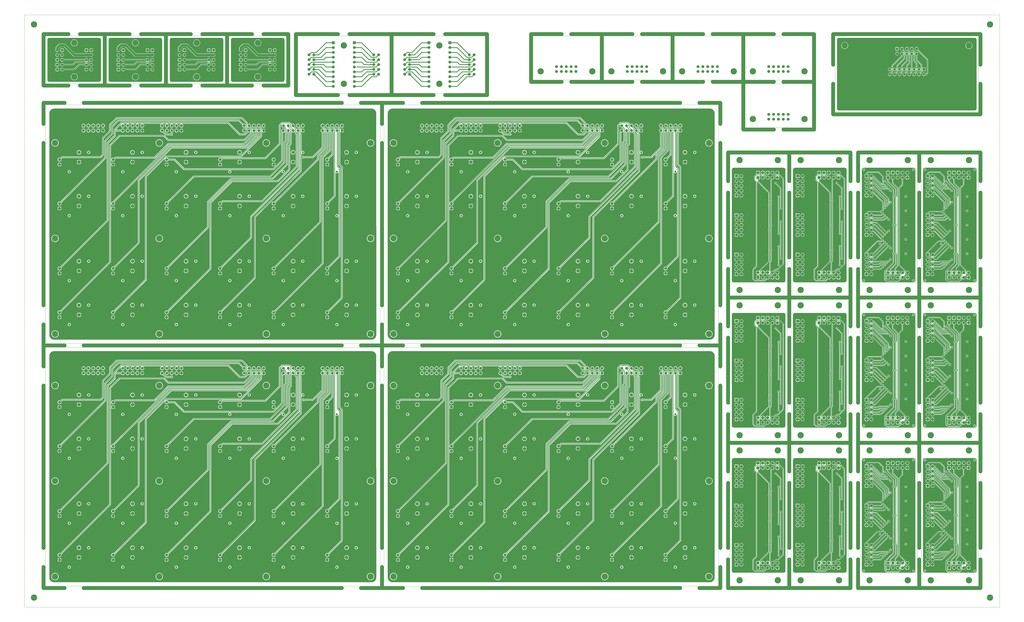
<source format=gbl>
%FSLAX44Y44*%
%MOMM*%
G71*
G01*
G75*
G04 Layer_Physical_Order=2*
G04 Layer_Color=16711680*
%ADD10C,0.1000*%
%ADD11C,2.0000*%
%ADD12C,1.5000*%
%ADD13R,1.5000X1.4000*%
%ADD14C,0.3048*%
%ADD15C,0.6350*%
%ADD16C,0.4064*%
%ADD17O,0.6000X1.9000*%
G04:AMPARAMS|DCode=18|XSize=0.64mm|YSize=0.8mm|CornerRadius=0.064mm|HoleSize=0mm|Usage=FLASHONLY|Rotation=180.000|XOffset=0mm|YOffset=0mm|HoleType=Round|Shape=RoundedRectangle|*
%AMROUNDEDRECTD18*
21,1,0.6400,0.6720,0,0,180.0*
21,1,0.5120,0.8000,0,0,180.0*
1,1,0.1280,-0.2560,0.3360*
1,1,0.1280,0.2560,0.3360*
1,1,0.1280,0.2560,-0.3360*
1,1,0.1280,-0.2560,-0.3360*
%
%ADD18ROUNDEDRECTD18*%
G04:AMPARAMS|DCode=19|XSize=0.44mm|YSize=0.8mm|CornerRadius=0.044mm|HoleSize=0mm|Usage=FLASHONLY|Rotation=180.000|XOffset=0mm|YOffset=0mm|HoleType=Round|Shape=RoundedRectangle|*
%AMROUNDEDRECTD19*
21,1,0.4400,0.7120,0,0,180.0*
21,1,0.3520,0.8000,0,0,180.0*
1,1,0.0880,-0.1760,0.3560*
1,1,0.0880,0.1760,0.3560*
1,1,0.0880,0.1760,-0.3560*
1,1,0.0880,-0.1760,-0.3560*
%
%ADD19ROUNDEDRECTD19*%
%ADD20R,1.4000X1.5000*%
%ADD21C,0.2540*%
%ADD22C,1.0160*%
%ADD23C,0.5080*%
%ADD24C,0.7620*%
G04:AMPARAMS|DCode=25|XSize=0.64mm|YSize=0.8mm|CornerRadius=0.064mm|HoleSize=0mm|Usage=FLASHONLY|Rotation=90.000|XOffset=0mm|YOffset=0mm|HoleType=Round|Shape=RoundedRectangle|*
%AMROUNDEDRECTD25*
21,1,0.6400,0.6720,0,0,90.0*
21,1,0.5120,0.8000,0,0,90.0*
1,1,0.1280,0.3360,0.2560*
1,1,0.1280,0.3360,-0.2560*
1,1,0.1280,-0.3360,-0.2560*
1,1,0.1280,-0.3360,0.2560*
%
%ADD25ROUNDEDRECTD25*%
G04:AMPARAMS|DCode=26|XSize=0.44mm|YSize=0.8mm|CornerRadius=0.044mm|HoleSize=0mm|Usage=FLASHONLY|Rotation=90.000|XOffset=0mm|YOffset=0mm|HoleType=Round|Shape=RoundedRectangle|*
%AMROUNDEDRECTD26*
21,1,0.4400,0.7120,0,0,90.0*
21,1,0.3520,0.8000,0,0,90.0*
1,1,0.0880,0.3560,0.1760*
1,1,0.0880,0.3560,-0.1760*
1,1,0.0880,-0.3560,-0.1760*
1,1,0.0880,-0.3560,0.1760*
%
%ADD26ROUNDEDRECTD26*%
%ADD27O,2.2000X0.6000*%
%ADD28C,1.2700*%
G04:AMPARAMS|DCode=29|XSize=2.1mm|YSize=1.4mm|CornerRadius=0.14mm|HoleSize=0mm|Usage=FLASHONLY|Rotation=90.000|XOffset=0mm|YOffset=0mm|HoleType=Round|Shape=RoundedRectangle|*
%AMROUNDEDRECTD29*
21,1,2.1000,1.1200,0,0,90.0*
21,1,1.8200,1.4000,0,0,90.0*
1,1,0.2800,0.5600,0.9100*
1,1,0.2800,0.5600,-0.9100*
1,1,0.2800,-0.5600,-0.9100*
1,1,0.2800,-0.5600,0.9100*
%
%ADD29ROUNDEDRECTD29*%
%ADD30C,3.3000*%
%ADD31R,1.5000X1.5000*%
%ADD32C,1.6500*%
%ADD33R,1.6500X1.6500*%
%ADD34R,1.6500X1.6500*%
%ADD35C,0.7620*%
%ADD36C,1.8000*%
%ADD37C,1.1000*%
%ADD38O,1.5500X1.5000*%
%ADD39R,1.5000X1.5000*%
G36*
X392611Y2979743D02*
X395043Y2978735D01*
X397132Y2977132D01*
X398735Y2975043D01*
X399743Y2972610D01*
X400075Y2970085D01*
X400000Y2970000D01*
X400000D01*
X400086Y2760000D01*
X399743Y2757390D01*
X398735Y2754957D01*
X397132Y2752868D01*
X395043Y2751265D01*
X392611Y2750257D01*
X390086Y2749925D01*
X390000Y2750000D01*
Y2750000D01*
X130000Y2749914D01*
X127389Y2750257D01*
X124957Y2751265D01*
X122868Y2752868D01*
X121265Y2754957D01*
X120257Y2757390D01*
X119925Y2759915D01*
X120000Y2760000D01*
X120000D01*
X119914Y2970000D01*
X120257Y2972610D01*
X121265Y2975043D01*
X122868Y2977132D01*
X124957Y2978735D01*
X127389Y2979743D01*
X129915Y2980075D01*
X130000Y2980000D01*
Y2980000D01*
X390000Y2980086D01*
X392611Y2979743D01*
D02*
G37*
%LPC*%
G36*
X172770Y2849559D02*
Y2840870D01*
X181459D01*
X181282Y2842221D01*
X180270Y2844663D01*
X178661Y2846761D01*
X176563Y2848370D01*
X174121Y2849382D01*
X172770Y2849559D01*
D02*
G37*
G36*
X170230Y2863730D02*
X161541D01*
X161718Y2862379D01*
X162730Y2859937D01*
X164339Y2857839D01*
X166437Y2856230D01*
X168879Y2855219D01*
X170230Y2855041D01*
Y2863730D01*
D02*
G37*
G36*
X181459Y2838330D02*
X172770D01*
Y2829641D01*
X174121Y2829818D01*
X176563Y2830830D01*
X178661Y2832439D01*
X180270Y2834537D01*
X181282Y2836979D01*
X181459Y2838330D01*
D02*
G37*
G36*
X170230Y2849559D02*
X168879Y2849382D01*
X166437Y2848370D01*
X164339Y2846761D01*
X162730Y2844663D01*
X161718Y2842221D01*
X161541Y2840870D01*
X170230D01*
Y2849559D01*
D02*
G37*
G36*
Y2874959D02*
X168879Y2874781D01*
X166437Y2873770D01*
X164339Y2872161D01*
X162730Y2870063D01*
X161718Y2867621D01*
X161541Y2866270D01*
X170230D01*
Y2874959D01*
D02*
G37*
G36*
X172770D02*
Y2866270D01*
X181459D01*
X181282Y2867621D01*
X180270Y2870063D01*
X178661Y2872161D01*
X176563Y2873770D01*
X174121Y2874781D01*
X172770Y2874959D01*
D02*
G37*
G36*
X181459Y2863730D02*
X172770D01*
Y2855041D01*
X174121Y2855219D01*
X176563Y2856230D01*
X178661Y2857839D01*
X180270Y2859937D01*
X181282Y2862379D01*
X181459Y2863730D01*
D02*
G37*
G36*
X349300Y2874102D02*
X346944Y2873792D01*
X344749Y2872882D01*
X342864Y2871436D01*
X341418Y2869551D01*
X340508Y2867356D01*
X340198Y2865000D01*
X340508Y2862644D01*
X340891Y2861719D01*
X335098Y2855926D01*
X328945D01*
X328548Y2856882D01*
X328465Y2857128D01*
X330336Y2858564D01*
X331782Y2860449D01*
X332692Y2862644D01*
X333002Y2865000D01*
X332692Y2867356D01*
X331782Y2869551D01*
X330336Y2871436D01*
X328451Y2872882D01*
X326256Y2873792D01*
X323900Y2874102D01*
X321544Y2873792D01*
X319349Y2872882D01*
X317464Y2871436D01*
X316018Y2869551D01*
X315634Y2868626D01*
X205166D01*
X204782Y2869551D01*
X203336Y2871436D01*
X201451Y2872882D01*
X199256Y2873792D01*
X196900Y2874102D01*
X194544Y2873792D01*
X192349Y2872882D01*
X190464Y2871436D01*
X189018Y2869551D01*
X188108Y2867356D01*
X187798Y2865000D01*
X188108Y2862644D01*
X189018Y2860449D01*
X190464Y2858564D01*
X192349Y2857118D01*
X194544Y2856208D01*
X196900Y2855898D01*
X199256Y2856208D01*
X201451Y2857118D01*
X203336Y2858564D01*
X204782Y2860449D01*
X205166Y2861374D01*
X315634D01*
X316018Y2860449D01*
X317464Y2858564D01*
X319335Y2857128D01*
X319252Y2856882D01*
X318855Y2855926D01*
X266750D01*
X266750Y2855926D01*
X265362Y2855650D01*
X264186Y2854864D01*
X264186Y2854864D01*
X252548Y2843226D01*
X205166D01*
X204782Y2844151D01*
X203336Y2846036D01*
X201451Y2847482D01*
X199256Y2848392D01*
X196900Y2848702D01*
X194544Y2848392D01*
X192349Y2847482D01*
X190464Y2846036D01*
X189018Y2844151D01*
X188108Y2841956D01*
X187798Y2839600D01*
X188108Y2837244D01*
X189018Y2835049D01*
X190464Y2833164D01*
X192349Y2831718D01*
X194544Y2830808D01*
X196900Y2830498D01*
X199256Y2830808D01*
X201451Y2831718D01*
X203336Y2833164D01*
X204782Y2835049D01*
X205166Y2835974D01*
X254050D01*
X254050Y2835974D01*
X255438Y2836250D01*
X256614Y2837036D01*
X268252Y2848674D01*
X318855D01*
X319252Y2847718D01*
X319335Y2847472D01*
X317464Y2846036D01*
X316018Y2844151D01*
X315634Y2843226D01*
X285800D01*
X285800Y2843226D01*
X284412Y2842950D01*
X283236Y2842164D01*
X283236Y2842164D01*
X258898Y2817826D01*
X205166D01*
X204782Y2818751D01*
X203336Y2820636D01*
X201451Y2822083D01*
X199256Y2822992D01*
X196900Y2823302D01*
X194544Y2822992D01*
X192349Y2822083D01*
X190464Y2820636D01*
X189018Y2818751D01*
X188108Y2816556D01*
X187798Y2814200D01*
X188108Y2811844D01*
X189018Y2809649D01*
X190464Y2807764D01*
X192349Y2806318D01*
X194544Y2805408D01*
X196900Y2805098D01*
X199256Y2805408D01*
X201451Y2806318D01*
X203336Y2807764D01*
X204782Y2809649D01*
X205166Y2810574D01*
X260400D01*
X260400Y2810574D01*
X261787Y2810850D01*
X262964Y2811636D01*
X287302Y2835974D01*
X315634D01*
X316018Y2835049D01*
X317464Y2833164D01*
X319349Y2831718D01*
X321544Y2830808D01*
X323900Y2830498D01*
X326256Y2830808D01*
X328451Y2831718D01*
X330336Y2833164D01*
X331782Y2835049D01*
X332166Y2835974D01*
X341034D01*
X341418Y2835049D01*
X342864Y2833164D01*
X344749Y2831718D01*
X346944Y2830808D01*
X349300Y2830498D01*
X351656Y2830808D01*
X353851Y2831718D01*
X355736Y2833164D01*
X357182Y2835049D01*
X358092Y2837244D01*
X358402Y2839600D01*
X358092Y2841956D01*
X357182Y2844151D01*
X355736Y2846036D01*
X353851Y2847482D01*
X351656Y2848392D01*
X349300Y2848702D01*
X346944Y2848392D01*
X344749Y2847482D01*
X342864Y2846036D01*
X341418Y2844151D01*
X341034Y2843226D01*
X332166D01*
X331782Y2844151D01*
X330336Y2846036D01*
X328465Y2847472D01*
X328548Y2847718D01*
X328945Y2848674D01*
X336600D01*
X336600Y2848674D01*
X337988Y2848950D01*
X339164Y2849736D01*
X346019Y2856591D01*
X346944Y2856208D01*
X349300Y2855898D01*
X351656Y2856208D01*
X353851Y2857118D01*
X355736Y2858564D01*
X357182Y2860449D01*
X358092Y2862644D01*
X358402Y2865000D01*
X358092Y2867356D01*
X357182Y2869551D01*
X355736Y2871436D01*
X353851Y2872882D01*
X351656Y2873792D01*
X349300Y2874102D01*
D02*
G37*
G36*
X181459Y2812930D02*
X172770D01*
Y2804241D01*
X174121Y2804418D01*
X176563Y2805430D01*
X178661Y2807039D01*
X180270Y2809137D01*
X181282Y2811579D01*
X181459Y2812930D01*
D02*
G37*
G36*
X323900Y2823302D02*
X321544Y2822992D01*
X319349Y2822083D01*
X317464Y2820636D01*
X316018Y2818751D01*
X315108Y2816556D01*
X314798Y2814200D01*
X315108Y2811844D01*
X316018Y2809649D01*
X317464Y2807764D01*
X319349Y2806318D01*
X321544Y2805408D01*
X323900Y2805098D01*
X326256Y2805408D01*
X328451Y2806318D01*
X330336Y2807764D01*
X331782Y2809649D01*
X332692Y2811844D01*
X333002Y2814200D01*
X332692Y2816556D01*
X331782Y2818751D01*
X330336Y2820636D01*
X328451Y2822083D01*
X326256Y2822992D01*
X323900Y2823302D01*
D02*
G37*
G36*
X260400Y2794211D02*
X256867Y2793863D01*
X253469Y2792833D01*
X250338Y2791159D01*
X247593Y2788907D01*
X245341Y2786162D01*
X243668Y2783031D01*
X242637Y2779633D01*
X242289Y2776100D01*
X242637Y2772567D01*
X243668Y2769169D01*
X245341Y2766038D01*
X247593Y2763293D01*
X250338Y2761041D01*
X253469Y2759367D01*
X256867Y2758337D01*
X260400Y2757989D01*
X263933Y2758337D01*
X267331Y2759367D01*
X270462Y2761041D01*
X273207Y2763293D01*
X275459Y2766038D01*
X277133Y2769169D01*
X278163Y2772567D01*
X278511Y2776100D01*
X278163Y2779633D01*
X277133Y2783031D01*
X275459Y2786162D01*
X273207Y2788907D01*
X270462Y2791159D01*
X267331Y2792833D01*
X263933Y2793863D01*
X260400Y2794211D01*
D02*
G37*
G36*
X170230Y2812930D02*
X161541D01*
X161718Y2811579D01*
X162730Y2809137D01*
X164339Y2807039D01*
X166437Y2805430D01*
X168879Y2804418D01*
X170230Y2804241D01*
Y2812930D01*
D02*
G37*
G36*
X172770Y2824160D02*
Y2815470D01*
X181459D01*
X181282Y2816821D01*
X180270Y2819263D01*
X178661Y2821360D01*
X176563Y2822970D01*
X174121Y2823982D01*
X172770Y2824160D01*
D02*
G37*
G36*
X170230Y2838330D02*
X161541D01*
X161718Y2836979D01*
X162730Y2834537D01*
X164339Y2832439D01*
X166437Y2830830D01*
X168879Y2829818D01*
X170230Y2829641D01*
Y2838330D01*
D02*
G37*
G36*
X349300Y2823302D02*
X346944Y2822992D01*
X344749Y2822083D01*
X342864Y2820636D01*
X341418Y2818751D01*
X340508Y2816556D01*
X340198Y2814200D01*
X340508Y2811844D01*
X341418Y2809649D01*
X342864Y2807764D01*
X344749Y2806318D01*
X346944Y2805408D01*
X349300Y2805098D01*
X351656Y2805408D01*
X353851Y2806318D01*
X355736Y2807764D01*
X357182Y2809649D01*
X358092Y2811844D01*
X358402Y2814200D01*
X358092Y2816556D01*
X357182Y2818751D01*
X355736Y2820636D01*
X353851Y2822083D01*
X351656Y2822992D01*
X349300Y2823302D01*
D02*
G37*
G36*
X170230Y2824160D02*
X168879Y2823982D01*
X166437Y2822970D01*
X164339Y2821360D01*
X162730Y2819263D01*
X161718Y2816821D01*
X161541Y2815470D01*
X170230D01*
Y2824160D01*
D02*
G37*
G36*
X322630Y2925759D02*
X321279Y2925582D01*
X318837Y2924570D01*
X316739Y2922961D01*
X315130Y2920863D01*
X314118Y2918421D01*
X313941Y2917070D01*
X322630D01*
Y2925759D01*
D02*
G37*
G36*
X325170D02*
Y2917070D01*
X333859D01*
X333682Y2918421D01*
X332670Y2920863D01*
X331061Y2922961D01*
X328963Y2924570D01*
X326521Y2925582D01*
X325170Y2925759D01*
D02*
G37*
G36*
X195630D02*
X194279Y2925582D01*
X191837Y2924570D01*
X189739Y2922961D01*
X188130Y2920863D01*
X187118Y2918421D01*
X186941Y2917070D01*
X195630D01*
Y2925759D01*
D02*
G37*
G36*
X198170D02*
Y2917070D01*
X206859D01*
X206682Y2918421D01*
X205670Y2920863D01*
X204061Y2922961D01*
X201963Y2924570D01*
X199521Y2925582D01*
X198170Y2925759D01*
D02*
G37*
G36*
X260400Y2972011D02*
X256867Y2971663D01*
X253469Y2970633D01*
X250338Y2968959D01*
X247593Y2966707D01*
X245341Y2963962D01*
X243668Y2960831D01*
X242637Y2957433D01*
X242289Y2953900D01*
X242637Y2950367D01*
X243668Y2946969D01*
X245341Y2943838D01*
X247593Y2941093D01*
X250338Y2938841D01*
X253469Y2937167D01*
X256867Y2936137D01*
X260400Y2935789D01*
X263933Y2936137D01*
X267331Y2937167D01*
X270462Y2938841D01*
X273207Y2941093D01*
X275459Y2943838D01*
X277133Y2946969D01*
X278163Y2950367D01*
X278511Y2953900D01*
X278163Y2957433D01*
X277133Y2960831D01*
X275459Y2963962D01*
X273207Y2966707D01*
X270462Y2968959D01*
X267331Y2970633D01*
X263933Y2971663D01*
X260400Y2972011D01*
D02*
G37*
G36*
X209600Y2949142D02*
X209600Y2949142D01*
X184200D01*
X184200Y2949142D01*
X183172Y2949007D01*
X182145Y2948871D01*
X181187Y2948475D01*
X180229Y2948078D01*
X179298Y2947364D01*
X178584Y2946816D01*
X178584Y2946816D01*
X165884Y2934116D01*
X164622Y2932471D01*
X163829Y2930555D01*
X163558Y2928500D01*
X163558Y2928500D01*
Y2920207D01*
X162708Y2918156D01*
X162398Y2915800D01*
X162708Y2913444D01*
X163618Y2911249D01*
X165064Y2909364D01*
X166949Y2907917D01*
X169144Y2907008D01*
X171500Y2906698D01*
X173856Y2907008D01*
X176051Y2907917D01*
X177936Y2909364D01*
X179382Y2911249D01*
X180292Y2913444D01*
X180602Y2915800D01*
X180292Y2918156D01*
X179442Y2920207D01*
Y2925210D01*
X187490Y2933258D01*
X206310D01*
X254784Y2884784D01*
X254784Y2884784D01*
X254784D01*
X254784Y2884784D01*
X254784D01*
X254784Y2884784D01*
Y2884784D01*
Y2884784D01*
D01*
D01*
X254784D01*
Y2884784D01*
X256429Y2883522D01*
X258344Y2882729D01*
X260400Y2882458D01*
X319493D01*
X321544Y2881608D01*
X323900Y2881298D01*
X326256Y2881608D01*
X328307Y2882458D01*
X344893D01*
X346944Y2881608D01*
X349300Y2881298D01*
X351656Y2881608D01*
X353851Y2882518D01*
X355736Y2883964D01*
X357182Y2885849D01*
X358092Y2888044D01*
X358402Y2890400D01*
X358092Y2892756D01*
X357182Y2894951D01*
X355736Y2896836D01*
X353851Y2898282D01*
X351656Y2899192D01*
X349300Y2899502D01*
X346944Y2899192D01*
X344893Y2898342D01*
X328307D01*
X326256Y2899192D01*
X323900Y2899502D01*
X321544Y2899192D01*
X319493Y2898342D01*
X263690D01*
X215216Y2946816D01*
X213571Y2948078D01*
X211656Y2948871D01*
X209600Y2949142D01*
D02*
G37*
G36*
X348030Y2925759D02*
X346679Y2925582D01*
X344237Y2924570D01*
X342139Y2922961D01*
X340530Y2920863D01*
X339518Y2918421D01*
X339341Y2917070D01*
X348030D01*
Y2925759D01*
D02*
G37*
G36*
X350570D02*
Y2917070D01*
X359259D01*
X359082Y2918421D01*
X358070Y2920863D01*
X356461Y2922961D01*
X354363Y2924570D01*
X351921Y2925582D01*
X350570Y2925759D01*
D02*
G37*
G36*
X195630Y2914530D02*
X186941D01*
X187118Y2913179D01*
X188130Y2910737D01*
X189739Y2908640D01*
X191837Y2907030D01*
X194279Y2906018D01*
X195630Y2905840D01*
Y2914530D01*
D02*
G37*
G36*
X206859D02*
X198170D01*
Y2905840D01*
X199521Y2906018D01*
X201963Y2907030D01*
X204061Y2908640D01*
X205670Y2910737D01*
X206682Y2913179D01*
X206859Y2914530D01*
D02*
G37*
G36*
X171500Y2899502D02*
X169144Y2899192D01*
X166949Y2898282D01*
X165064Y2896836D01*
X163618Y2894951D01*
X162708Y2892756D01*
X162398Y2890400D01*
X162708Y2888044D01*
X163618Y2885849D01*
X165064Y2883964D01*
X166949Y2882518D01*
X169144Y2881608D01*
X171500Y2881298D01*
X173856Y2881608D01*
X176051Y2882518D01*
X177936Y2883964D01*
X179382Y2885849D01*
X180292Y2888044D01*
X180602Y2890400D01*
X180292Y2892756D01*
X179382Y2894951D01*
X177936Y2896836D01*
X176051Y2898282D01*
X173856Y2899192D01*
X171500Y2899502D01*
D02*
G37*
G36*
X196900D02*
X194544Y2899192D01*
X192349Y2898282D01*
X190464Y2896836D01*
X189018Y2894951D01*
X188108Y2892756D01*
X187798Y2890400D01*
X188108Y2888044D01*
X189018Y2885849D01*
X190464Y2883964D01*
X192349Y2882518D01*
X194544Y2881608D01*
X196900Y2881298D01*
X199256Y2881608D01*
X201451Y2882518D01*
X203336Y2883964D01*
X204782Y2885849D01*
X205692Y2888044D01*
X206002Y2890400D01*
X205692Y2892756D01*
X204782Y2894951D01*
X203336Y2896836D01*
X201451Y2898282D01*
X199256Y2899192D01*
X196900Y2899502D01*
D02*
G37*
G36*
X348030Y2914530D02*
X339341D01*
X339518Y2913179D01*
X340530Y2910737D01*
X342139Y2908640D01*
X344237Y2907030D01*
X346679Y2906018D01*
X348030Y2905840D01*
Y2914530D01*
D02*
G37*
G36*
X359259D02*
X350570D01*
Y2905840D01*
X351921Y2906018D01*
X354363Y2907030D01*
X356461Y2908640D01*
X358070Y2910737D01*
X359082Y2913179D01*
X359259Y2914530D01*
D02*
G37*
G36*
X322630D02*
X313941D01*
X314118Y2913179D01*
X315130Y2910737D01*
X316739Y2908640D01*
X318837Y2907030D01*
X321279Y2906018D01*
X322630Y2905840D01*
Y2914530D01*
D02*
G37*
G36*
X333859D02*
X325170D01*
Y2905840D01*
X326521Y2906018D01*
X328963Y2907030D01*
X331061Y2908640D01*
X332670Y2910737D01*
X333682Y2913179D01*
X333859Y2914530D01*
D02*
G37*
%LPD*%
G36*
X712610Y2979743D02*
X715043Y2978735D01*
X717132Y2977132D01*
X718735Y2975043D01*
X719743Y2972610D01*
X720075Y2970085D01*
X720000Y2970000D01*
X720000D01*
X720086Y2760000D01*
X719743Y2757390D01*
X718735Y2754957D01*
X717132Y2752868D01*
X715043Y2751265D01*
X712610Y2750257D01*
X710086Y2749925D01*
X710000Y2750000D01*
Y2750000D01*
X450000Y2749914D01*
X447389Y2750257D01*
X444957Y2751265D01*
X442868Y2752868D01*
X441265Y2754957D01*
X440257Y2757390D01*
X439925Y2759915D01*
X440000Y2760000D01*
X440000D01*
X439914Y2970000D01*
X440257Y2972610D01*
X441265Y2975043D01*
X442868Y2977132D01*
X444957Y2978735D01*
X447389Y2979743D01*
X449915Y2980075D01*
X450000Y2980000D01*
Y2980000D01*
X710000Y2980086D01*
X712610Y2979743D01*
D02*
G37*
%LPC*%
G36*
X492770Y2849559D02*
Y2840870D01*
X501459D01*
X501282Y2842221D01*
X500270Y2844663D01*
X498661Y2846761D01*
X496563Y2848370D01*
X494121Y2849382D01*
X492770Y2849559D01*
D02*
G37*
G36*
X490230Y2863730D02*
X481541D01*
X481718Y2862379D01*
X482730Y2859937D01*
X484339Y2857839D01*
X486437Y2856230D01*
X488879Y2855219D01*
X490230Y2855041D01*
Y2863730D01*
D02*
G37*
G36*
X501459Y2838330D02*
X492770D01*
Y2829641D01*
X494121Y2829818D01*
X496563Y2830830D01*
X498661Y2832439D01*
X500270Y2834537D01*
X501282Y2836979D01*
X501459Y2838330D01*
D02*
G37*
G36*
X490230Y2849559D02*
X488879Y2849382D01*
X486437Y2848370D01*
X484339Y2846761D01*
X482730Y2844663D01*
X481718Y2842221D01*
X481541Y2840870D01*
X490230D01*
Y2849559D01*
D02*
G37*
G36*
Y2874959D02*
X488879Y2874781D01*
X486437Y2873770D01*
X484339Y2872161D01*
X482730Y2870063D01*
X481718Y2867621D01*
X481541Y2866270D01*
X490230D01*
Y2874959D01*
D02*
G37*
G36*
X492770D02*
Y2866270D01*
X501459D01*
X501282Y2867621D01*
X500270Y2870063D01*
X498661Y2872161D01*
X496563Y2873770D01*
X494121Y2874781D01*
X492770Y2874959D01*
D02*
G37*
G36*
X501459Y2863730D02*
X492770D01*
Y2855041D01*
X494121Y2855219D01*
X496563Y2856230D01*
X498661Y2857839D01*
X500270Y2859937D01*
X501282Y2862379D01*
X501459Y2863730D01*
D02*
G37*
G36*
X669300Y2874102D02*
X666944Y2873792D01*
X664749Y2872882D01*
X662864Y2871436D01*
X661418Y2869551D01*
X660508Y2867356D01*
X660198Y2865000D01*
X660508Y2862644D01*
X660891Y2861719D01*
X655098Y2855926D01*
X648945D01*
X648548Y2856882D01*
X648465Y2857128D01*
X650336Y2858564D01*
X651782Y2860449D01*
X652692Y2862644D01*
X653002Y2865000D01*
X652692Y2867356D01*
X651782Y2869551D01*
X650336Y2871436D01*
X648451Y2872882D01*
X646256Y2873792D01*
X643900Y2874102D01*
X641544Y2873792D01*
X639349Y2872882D01*
X637464Y2871436D01*
X636018Y2869551D01*
X635634Y2868626D01*
X525166D01*
X524782Y2869551D01*
X523336Y2871436D01*
X521451Y2872882D01*
X519256Y2873792D01*
X516900Y2874102D01*
X514544Y2873792D01*
X512349Y2872882D01*
X510464Y2871436D01*
X509018Y2869551D01*
X508108Y2867356D01*
X507798Y2865000D01*
X508108Y2862644D01*
X509018Y2860449D01*
X510464Y2858564D01*
X512349Y2857118D01*
X514544Y2856208D01*
X516900Y2855898D01*
X519256Y2856208D01*
X521451Y2857118D01*
X523336Y2858564D01*
X524782Y2860449D01*
X525166Y2861374D01*
X635634D01*
X636018Y2860449D01*
X637464Y2858564D01*
X639335Y2857128D01*
X639252Y2856882D01*
X638855Y2855926D01*
X586750D01*
X586750Y2855926D01*
X585363Y2855650D01*
X584186Y2854864D01*
X584186Y2854864D01*
X572548Y2843226D01*
X525166D01*
X524782Y2844151D01*
X523336Y2846036D01*
X521451Y2847482D01*
X519256Y2848392D01*
X516900Y2848702D01*
X514544Y2848392D01*
X512349Y2847482D01*
X510464Y2846036D01*
X509018Y2844151D01*
X508108Y2841956D01*
X507798Y2839600D01*
X508108Y2837244D01*
X509018Y2835049D01*
X510464Y2833164D01*
X512349Y2831718D01*
X514544Y2830808D01*
X516900Y2830498D01*
X519256Y2830808D01*
X521451Y2831718D01*
X523336Y2833164D01*
X524782Y2835049D01*
X525166Y2835974D01*
X574050D01*
X574050Y2835974D01*
X575438Y2836250D01*
X576614Y2837036D01*
X588252Y2848674D01*
X638855D01*
X639252Y2847718D01*
X639335Y2847472D01*
X637464Y2846036D01*
X636018Y2844151D01*
X635634Y2843226D01*
X605800D01*
X605800Y2843226D01*
X604412Y2842950D01*
X603236Y2842164D01*
X603236Y2842164D01*
X578898Y2817826D01*
X525166D01*
X524782Y2818751D01*
X523336Y2820636D01*
X521451Y2822083D01*
X519256Y2822992D01*
X516900Y2823302D01*
X514544Y2822992D01*
X512349Y2822083D01*
X510464Y2820636D01*
X509018Y2818751D01*
X508108Y2816556D01*
X507798Y2814200D01*
X508108Y2811844D01*
X509018Y2809649D01*
X510464Y2807764D01*
X512349Y2806318D01*
X514544Y2805408D01*
X516900Y2805098D01*
X519256Y2805408D01*
X521451Y2806318D01*
X523336Y2807764D01*
X524782Y2809649D01*
X525166Y2810574D01*
X580400D01*
X580400Y2810574D01*
X581787Y2810850D01*
X582964Y2811636D01*
X607302Y2835974D01*
X635634D01*
X636018Y2835049D01*
X637464Y2833164D01*
X639349Y2831718D01*
X641544Y2830808D01*
X643900Y2830498D01*
X646256Y2830808D01*
X648451Y2831718D01*
X650336Y2833164D01*
X651782Y2835049D01*
X652166Y2835974D01*
X661034D01*
X661418Y2835049D01*
X662864Y2833164D01*
X664749Y2831718D01*
X666944Y2830808D01*
X669300Y2830498D01*
X671656Y2830808D01*
X673851Y2831718D01*
X675736Y2833164D01*
X677182Y2835049D01*
X678092Y2837244D01*
X678402Y2839600D01*
X678092Y2841956D01*
X677182Y2844151D01*
X675736Y2846036D01*
X673851Y2847482D01*
X671656Y2848392D01*
X669300Y2848702D01*
X666944Y2848392D01*
X664749Y2847482D01*
X662864Y2846036D01*
X661418Y2844151D01*
X661034Y2843226D01*
X652166D01*
X651782Y2844151D01*
X650336Y2846036D01*
X648465Y2847472D01*
X648548Y2847718D01*
X648945Y2848674D01*
X656600D01*
X656600Y2848674D01*
X657988Y2848950D01*
X659164Y2849736D01*
X666019Y2856591D01*
X666944Y2856208D01*
X669300Y2855898D01*
X671656Y2856208D01*
X673851Y2857118D01*
X675736Y2858564D01*
X677182Y2860449D01*
X678092Y2862644D01*
X678402Y2865000D01*
X678092Y2867356D01*
X677182Y2869551D01*
X675736Y2871436D01*
X673851Y2872882D01*
X671656Y2873792D01*
X669300Y2874102D01*
D02*
G37*
G36*
X501459Y2812930D02*
X492770D01*
Y2804241D01*
X494121Y2804418D01*
X496563Y2805430D01*
X498661Y2807039D01*
X500270Y2809137D01*
X501282Y2811579D01*
X501459Y2812930D01*
D02*
G37*
G36*
X643900Y2823302D02*
X641544Y2822992D01*
X639349Y2822083D01*
X637464Y2820636D01*
X636018Y2818751D01*
X635108Y2816556D01*
X634798Y2814200D01*
X635108Y2811844D01*
X636018Y2809649D01*
X637464Y2807764D01*
X639349Y2806318D01*
X641544Y2805408D01*
X643900Y2805098D01*
X646256Y2805408D01*
X648451Y2806318D01*
X650336Y2807764D01*
X651782Y2809649D01*
X652692Y2811844D01*
X653002Y2814200D01*
X652692Y2816556D01*
X651782Y2818751D01*
X650336Y2820636D01*
X648451Y2822083D01*
X646256Y2822992D01*
X643900Y2823302D01*
D02*
G37*
G36*
X580400Y2794211D02*
X576867Y2793863D01*
X573469Y2792833D01*
X570338Y2791159D01*
X567593Y2788907D01*
X565341Y2786162D01*
X563667Y2783031D01*
X562637Y2779633D01*
X562289Y2776100D01*
X562637Y2772567D01*
X563667Y2769169D01*
X565341Y2766038D01*
X567593Y2763293D01*
X570338Y2761041D01*
X573469Y2759367D01*
X576867Y2758337D01*
X580400Y2757989D01*
X583933Y2758337D01*
X587331Y2759367D01*
X590462Y2761041D01*
X593207Y2763293D01*
X595459Y2766038D01*
X597133Y2769169D01*
X598163Y2772567D01*
X598511Y2776100D01*
X598163Y2779633D01*
X597133Y2783031D01*
X595459Y2786162D01*
X593207Y2788907D01*
X590462Y2791159D01*
X587331Y2792833D01*
X583933Y2793863D01*
X580400Y2794211D01*
D02*
G37*
G36*
X490230Y2812930D02*
X481541D01*
X481718Y2811579D01*
X482730Y2809137D01*
X484339Y2807039D01*
X486437Y2805430D01*
X488879Y2804418D01*
X490230Y2804241D01*
Y2812930D01*
D02*
G37*
G36*
X492770Y2824160D02*
Y2815470D01*
X501459D01*
X501282Y2816821D01*
X500270Y2819263D01*
X498661Y2821360D01*
X496563Y2822970D01*
X494121Y2823982D01*
X492770Y2824160D01*
D02*
G37*
G36*
X490230Y2838330D02*
X481541D01*
X481718Y2836979D01*
X482730Y2834537D01*
X484339Y2832439D01*
X486437Y2830830D01*
X488879Y2829818D01*
X490230Y2829641D01*
Y2838330D01*
D02*
G37*
G36*
X669300Y2823302D02*
X666944Y2822992D01*
X664749Y2822083D01*
X662864Y2820636D01*
X661418Y2818751D01*
X660508Y2816556D01*
X660198Y2814200D01*
X660508Y2811844D01*
X661418Y2809649D01*
X662864Y2807764D01*
X664749Y2806318D01*
X666944Y2805408D01*
X669300Y2805098D01*
X671656Y2805408D01*
X673851Y2806318D01*
X675736Y2807764D01*
X677182Y2809649D01*
X678092Y2811844D01*
X678402Y2814200D01*
X678092Y2816556D01*
X677182Y2818751D01*
X675736Y2820636D01*
X673851Y2822083D01*
X671656Y2822992D01*
X669300Y2823302D01*
D02*
G37*
G36*
X490230Y2824160D02*
X488879Y2823982D01*
X486437Y2822970D01*
X484339Y2821360D01*
X482730Y2819263D01*
X481718Y2816821D01*
X481541Y2815470D01*
X490230D01*
Y2824160D01*
D02*
G37*
G36*
X642630Y2925759D02*
X641279Y2925582D01*
X638837Y2924570D01*
X636739Y2922961D01*
X635130Y2920863D01*
X634118Y2918421D01*
X633941Y2917070D01*
X642630D01*
Y2925759D01*
D02*
G37*
G36*
X645170D02*
Y2917070D01*
X653859D01*
X653682Y2918421D01*
X652670Y2920863D01*
X651061Y2922961D01*
X648963Y2924570D01*
X646521Y2925582D01*
X645170Y2925759D01*
D02*
G37*
G36*
X515630D02*
X514279Y2925582D01*
X511837Y2924570D01*
X509739Y2922961D01*
X508130Y2920863D01*
X507118Y2918421D01*
X506941Y2917070D01*
X515630D01*
Y2925759D01*
D02*
G37*
G36*
X518170D02*
Y2917070D01*
X526859D01*
X526682Y2918421D01*
X525670Y2920863D01*
X524061Y2922961D01*
X521963Y2924570D01*
X519521Y2925582D01*
X518170Y2925759D01*
D02*
G37*
G36*
X580400Y2972011D02*
X576867Y2971663D01*
X573469Y2970633D01*
X570338Y2968959D01*
X567593Y2966707D01*
X565341Y2963962D01*
X563667Y2960831D01*
X562637Y2957433D01*
X562289Y2953900D01*
X562637Y2950367D01*
X563667Y2946969D01*
X565341Y2943838D01*
X567593Y2941093D01*
X570338Y2938841D01*
X573469Y2937167D01*
X576867Y2936137D01*
X580400Y2935789D01*
X583933Y2936137D01*
X587331Y2937167D01*
X590462Y2938841D01*
X593207Y2941093D01*
X595459Y2943838D01*
X597133Y2946969D01*
X598163Y2950367D01*
X598511Y2953900D01*
X598163Y2957433D01*
X597133Y2960831D01*
X595459Y2963962D01*
X593207Y2966707D01*
X590462Y2968959D01*
X587331Y2970633D01*
X583933Y2971663D01*
X580400Y2972011D01*
D02*
G37*
G36*
X529600Y2949142D02*
X529600Y2949142D01*
X504200D01*
X504200Y2949142D01*
X503172Y2949007D01*
X502145Y2948871D01*
X501187Y2948475D01*
X500229Y2948078D01*
X499298Y2947364D01*
X498584Y2946816D01*
X498584Y2946816D01*
X485884Y2934116D01*
X484622Y2932471D01*
X483829Y2930555D01*
X483558Y2928500D01*
X483558Y2928500D01*
Y2920207D01*
X482708Y2918156D01*
X482398Y2915800D01*
X482708Y2913444D01*
X483618Y2911249D01*
X485064Y2909364D01*
X486949Y2907917D01*
X489144Y2907008D01*
X491500Y2906698D01*
X493856Y2907008D01*
X496051Y2907917D01*
X497936Y2909364D01*
X499382Y2911249D01*
X500292Y2913444D01*
X500602Y2915800D01*
X500292Y2918156D01*
X499442Y2920207D01*
Y2925210D01*
X507490Y2933258D01*
X526310D01*
X574784Y2884784D01*
X574784Y2884784D01*
X574784D01*
X574784Y2884784D01*
X574784D01*
X574784Y2884784D01*
Y2884784D01*
Y2884784D01*
D01*
D01*
X574784D01*
Y2884784D01*
X576429Y2883522D01*
X578344Y2882729D01*
X580400Y2882458D01*
X639493D01*
X641544Y2881608D01*
X643900Y2881298D01*
X646256Y2881608D01*
X648307Y2882458D01*
X664893D01*
X666944Y2881608D01*
X669300Y2881298D01*
X671656Y2881608D01*
X673851Y2882518D01*
X675736Y2883964D01*
X677182Y2885849D01*
X678092Y2888044D01*
X678402Y2890400D01*
X678092Y2892756D01*
X677182Y2894951D01*
X675736Y2896836D01*
X673851Y2898282D01*
X671656Y2899192D01*
X669300Y2899502D01*
X666944Y2899192D01*
X664893Y2898342D01*
X648307D01*
X646256Y2899192D01*
X643900Y2899502D01*
X641544Y2899192D01*
X639493Y2898342D01*
X583690D01*
X535216Y2946816D01*
X533571Y2948078D01*
X531656Y2948871D01*
X529600Y2949142D01*
D02*
G37*
G36*
X668030Y2925759D02*
X666679Y2925582D01*
X664237Y2924570D01*
X662139Y2922961D01*
X660530Y2920863D01*
X659518Y2918421D01*
X659341Y2917070D01*
X668030D01*
Y2925759D01*
D02*
G37*
G36*
X670570D02*
Y2917070D01*
X679259D01*
X679082Y2918421D01*
X678070Y2920863D01*
X676461Y2922961D01*
X674363Y2924570D01*
X671921Y2925582D01*
X670570Y2925759D01*
D02*
G37*
G36*
X515630Y2914530D02*
X506941D01*
X507118Y2913179D01*
X508130Y2910737D01*
X509739Y2908640D01*
X511837Y2907030D01*
X514279Y2906018D01*
X515630Y2905840D01*
Y2914530D01*
D02*
G37*
G36*
X526859D02*
X518170D01*
Y2905840D01*
X519521Y2906018D01*
X521963Y2907030D01*
X524061Y2908640D01*
X525670Y2910737D01*
X526682Y2913179D01*
X526859Y2914530D01*
D02*
G37*
G36*
X491500Y2899502D02*
X489144Y2899192D01*
X486949Y2898282D01*
X485064Y2896836D01*
X483618Y2894951D01*
X482708Y2892756D01*
X482398Y2890400D01*
X482708Y2888044D01*
X483618Y2885849D01*
X485064Y2883964D01*
X486949Y2882518D01*
X489144Y2881608D01*
X491500Y2881298D01*
X493856Y2881608D01*
X496051Y2882518D01*
X497936Y2883964D01*
X499382Y2885849D01*
X500292Y2888044D01*
X500602Y2890400D01*
X500292Y2892756D01*
X499382Y2894951D01*
X497936Y2896836D01*
X496051Y2898282D01*
X493856Y2899192D01*
X491500Y2899502D01*
D02*
G37*
G36*
X516900D02*
X514544Y2899192D01*
X512349Y2898282D01*
X510464Y2896836D01*
X509018Y2894951D01*
X508108Y2892756D01*
X507798Y2890400D01*
X508108Y2888044D01*
X509018Y2885849D01*
X510464Y2883964D01*
X512349Y2882518D01*
X514544Y2881608D01*
X516900Y2881298D01*
X519256Y2881608D01*
X521451Y2882518D01*
X523336Y2883964D01*
X524782Y2885849D01*
X525692Y2888044D01*
X526002Y2890400D01*
X525692Y2892756D01*
X524782Y2894951D01*
X523336Y2896836D01*
X521451Y2898282D01*
X519256Y2899192D01*
X516900Y2899502D01*
D02*
G37*
G36*
X668030Y2914530D02*
X659341D01*
X659518Y2913179D01*
X660530Y2910737D01*
X662139Y2908640D01*
X664237Y2907030D01*
X666679Y2906018D01*
X668030Y2905840D01*
Y2914530D01*
D02*
G37*
G36*
X679259D02*
X670570D01*
Y2905840D01*
X671921Y2906018D01*
X674363Y2907030D01*
X676461Y2908640D01*
X678070Y2910737D01*
X679082Y2913179D01*
X679259Y2914530D01*
D02*
G37*
G36*
X642630D02*
X633941D01*
X634118Y2913179D01*
X635130Y2910737D01*
X636739Y2908640D01*
X638837Y2907030D01*
X641279Y2906018D01*
X642630Y2905840D01*
Y2914530D01*
D02*
G37*
G36*
X653859D02*
X645170D01*
Y2905840D01*
X646521Y2906018D01*
X648963Y2907030D01*
X651061Y2908640D01*
X652670Y2910737D01*
X653682Y2913179D01*
X653859Y2914530D01*
D02*
G37*
%LPD*%
G36*
X1032610Y2979743D02*
X1035043Y2978735D01*
X1037132Y2977132D01*
X1038735Y2975043D01*
X1039743Y2972610D01*
X1040075Y2970085D01*
X1040000Y2970000D01*
X1040000D01*
X1040086Y2760000D01*
X1039743Y2757390D01*
X1038735Y2754957D01*
X1037132Y2752868D01*
X1035043Y2751265D01*
X1032610Y2750257D01*
X1030086Y2749925D01*
X1030000Y2750000D01*
Y2750000D01*
X770000Y2749914D01*
X767390Y2750257D01*
X764957Y2751265D01*
X762868Y2752868D01*
X761265Y2754957D01*
X760257Y2757390D01*
X759925Y2759915D01*
X760000Y2760000D01*
X760000D01*
X759914Y2970000D01*
X760257Y2972610D01*
X761265Y2975043D01*
X762868Y2977132D01*
X764957Y2978735D01*
X767390Y2979743D01*
X769914Y2980075D01*
X770000Y2980000D01*
Y2980000D01*
X1030000Y2980086D01*
X1032610Y2979743D01*
D02*
G37*
%LPC*%
G36*
X812770Y2849559D02*
Y2840870D01*
X821459D01*
X821282Y2842221D01*
X820270Y2844663D01*
X818661Y2846761D01*
X816563Y2848370D01*
X814121Y2849382D01*
X812770Y2849559D01*
D02*
G37*
G36*
X810230Y2863730D02*
X801541D01*
X801718Y2862379D01*
X802730Y2859937D01*
X804339Y2857839D01*
X806437Y2856230D01*
X808879Y2855219D01*
X810230Y2855041D01*
Y2863730D01*
D02*
G37*
G36*
X821459Y2838330D02*
X812770D01*
Y2829641D01*
X814121Y2829818D01*
X816563Y2830830D01*
X818661Y2832439D01*
X820270Y2834537D01*
X821282Y2836979D01*
X821459Y2838330D01*
D02*
G37*
G36*
X810230Y2849559D02*
X808879Y2849382D01*
X806437Y2848370D01*
X804339Y2846761D01*
X802730Y2844663D01*
X801718Y2842221D01*
X801541Y2840870D01*
X810230D01*
Y2849559D01*
D02*
G37*
G36*
Y2874959D02*
X808879Y2874781D01*
X806437Y2873770D01*
X804339Y2872161D01*
X802730Y2870063D01*
X801718Y2867621D01*
X801541Y2866270D01*
X810230D01*
Y2874959D01*
D02*
G37*
G36*
X812770D02*
Y2866270D01*
X821459D01*
X821282Y2867621D01*
X820270Y2870063D01*
X818661Y2872161D01*
X816563Y2873770D01*
X814121Y2874781D01*
X812770Y2874959D01*
D02*
G37*
G36*
X821459Y2863730D02*
X812770D01*
Y2855041D01*
X814121Y2855219D01*
X816563Y2856230D01*
X818661Y2857839D01*
X820270Y2859937D01*
X821282Y2862379D01*
X821459Y2863730D01*
D02*
G37*
G36*
X989300Y2874102D02*
X986944Y2873792D01*
X984749Y2872882D01*
X982864Y2871436D01*
X981418Y2869551D01*
X980508Y2867356D01*
X980198Y2865000D01*
X980508Y2862644D01*
X980891Y2861719D01*
X975098Y2855926D01*
X968945D01*
X968548Y2856882D01*
X968465Y2857128D01*
X970336Y2858564D01*
X971782Y2860449D01*
X972692Y2862644D01*
X973002Y2865000D01*
X972692Y2867356D01*
X971782Y2869551D01*
X970336Y2871436D01*
X968451Y2872882D01*
X966256Y2873792D01*
X963900Y2874102D01*
X961544Y2873792D01*
X959349Y2872882D01*
X957464Y2871436D01*
X956018Y2869551D01*
X955634Y2868626D01*
X845166D01*
X844782Y2869551D01*
X843336Y2871436D01*
X841451Y2872882D01*
X839256Y2873792D01*
X836900Y2874102D01*
X834544Y2873792D01*
X832349Y2872882D01*
X830464Y2871436D01*
X829018Y2869551D01*
X828108Y2867356D01*
X827798Y2865000D01*
X828108Y2862644D01*
X829018Y2860449D01*
X830464Y2858564D01*
X832349Y2857118D01*
X834544Y2856208D01*
X836900Y2855898D01*
X839256Y2856208D01*
X841451Y2857118D01*
X843336Y2858564D01*
X844782Y2860449D01*
X845166Y2861374D01*
X955634D01*
X956018Y2860449D01*
X957464Y2858564D01*
X959335Y2857128D01*
X959252Y2856882D01*
X958855Y2855926D01*
X906750D01*
X906750Y2855926D01*
X905362Y2855650D01*
X904186Y2854864D01*
X904186Y2854864D01*
X892548Y2843226D01*
X845166D01*
X844782Y2844151D01*
X843336Y2846036D01*
X841451Y2847482D01*
X839256Y2848392D01*
X836900Y2848702D01*
X834544Y2848392D01*
X832349Y2847482D01*
X830464Y2846036D01*
X829018Y2844151D01*
X828108Y2841956D01*
X827798Y2839600D01*
X828108Y2837244D01*
X829018Y2835049D01*
X830464Y2833164D01*
X832349Y2831718D01*
X834544Y2830808D01*
X836900Y2830498D01*
X839256Y2830808D01*
X841451Y2831718D01*
X843336Y2833164D01*
X844782Y2835049D01*
X845166Y2835974D01*
X894050D01*
X894050Y2835974D01*
X895437Y2836250D01*
X896614Y2837036D01*
X908252Y2848674D01*
X958855D01*
X959252Y2847718D01*
X959335Y2847472D01*
X957464Y2846036D01*
X956018Y2844151D01*
X955634Y2843226D01*
X925800D01*
X925800Y2843226D01*
X924413Y2842950D01*
X923236Y2842164D01*
X923236Y2842164D01*
X898898Y2817826D01*
X845166D01*
X844782Y2818751D01*
X843336Y2820636D01*
X841451Y2822083D01*
X839256Y2822992D01*
X836900Y2823302D01*
X834544Y2822992D01*
X832349Y2822083D01*
X830464Y2820636D01*
X829018Y2818751D01*
X828108Y2816556D01*
X827798Y2814200D01*
X828108Y2811844D01*
X829018Y2809649D01*
X830464Y2807764D01*
X832349Y2806318D01*
X834544Y2805408D01*
X836900Y2805098D01*
X839256Y2805408D01*
X841451Y2806318D01*
X843336Y2807764D01*
X844782Y2809649D01*
X845166Y2810574D01*
X900400D01*
X900400Y2810574D01*
X901787Y2810850D01*
X902964Y2811636D01*
X927302Y2835974D01*
X955634D01*
X956018Y2835049D01*
X957464Y2833164D01*
X959349Y2831718D01*
X961544Y2830808D01*
X963900Y2830498D01*
X966256Y2830808D01*
X968451Y2831718D01*
X970336Y2833164D01*
X971782Y2835049D01*
X972166Y2835974D01*
X981034D01*
X981418Y2835049D01*
X982864Y2833164D01*
X984749Y2831718D01*
X986944Y2830808D01*
X989300Y2830498D01*
X991656Y2830808D01*
X993851Y2831718D01*
X995736Y2833164D01*
X997182Y2835049D01*
X998092Y2837244D01*
X998402Y2839600D01*
X998092Y2841956D01*
X997182Y2844151D01*
X995736Y2846036D01*
X993851Y2847482D01*
X991656Y2848392D01*
X989300Y2848702D01*
X986944Y2848392D01*
X984749Y2847482D01*
X982864Y2846036D01*
X981418Y2844151D01*
X981034Y2843226D01*
X972166D01*
X971782Y2844151D01*
X970336Y2846036D01*
X968465Y2847472D01*
X968548Y2847718D01*
X968945Y2848674D01*
X976600D01*
X976600Y2848674D01*
X977988Y2848950D01*
X979164Y2849736D01*
X986019Y2856591D01*
X986944Y2856208D01*
X989300Y2855898D01*
X991656Y2856208D01*
X993851Y2857118D01*
X995736Y2858564D01*
X997182Y2860449D01*
X998092Y2862644D01*
X998402Y2865000D01*
X998092Y2867356D01*
X997182Y2869551D01*
X995736Y2871436D01*
X993851Y2872882D01*
X991656Y2873792D01*
X989300Y2874102D01*
D02*
G37*
G36*
X821459Y2812930D02*
X812770D01*
Y2804241D01*
X814121Y2804418D01*
X816563Y2805430D01*
X818661Y2807039D01*
X820270Y2809137D01*
X821282Y2811579D01*
X821459Y2812930D01*
D02*
G37*
G36*
X963900Y2823302D02*
X961544Y2822992D01*
X959349Y2822083D01*
X957464Y2820636D01*
X956018Y2818751D01*
X955108Y2816556D01*
X954798Y2814200D01*
X955108Y2811844D01*
X956018Y2809649D01*
X957464Y2807764D01*
X959349Y2806318D01*
X961544Y2805408D01*
X963900Y2805098D01*
X966256Y2805408D01*
X968451Y2806318D01*
X970336Y2807764D01*
X971782Y2809649D01*
X972692Y2811844D01*
X973002Y2814200D01*
X972692Y2816556D01*
X971782Y2818751D01*
X970336Y2820636D01*
X968451Y2822083D01*
X966256Y2822992D01*
X963900Y2823302D01*
D02*
G37*
G36*
X900400Y2794211D02*
X896867Y2793863D01*
X893469Y2792833D01*
X890338Y2791159D01*
X887593Y2788907D01*
X885341Y2786162D01*
X883667Y2783031D01*
X882637Y2779633D01*
X882289Y2776100D01*
X882637Y2772567D01*
X883667Y2769169D01*
X885341Y2766038D01*
X887593Y2763293D01*
X890338Y2761041D01*
X893469Y2759367D01*
X896867Y2758337D01*
X900400Y2757989D01*
X903933Y2758337D01*
X907331Y2759367D01*
X910462Y2761041D01*
X913207Y2763293D01*
X915459Y2766038D01*
X917133Y2769169D01*
X918163Y2772567D01*
X918511Y2776100D01*
X918163Y2779633D01*
X917133Y2783031D01*
X915459Y2786162D01*
X913207Y2788907D01*
X910462Y2791159D01*
X907331Y2792833D01*
X903933Y2793863D01*
X900400Y2794211D01*
D02*
G37*
G36*
X810230Y2812930D02*
X801541D01*
X801718Y2811579D01*
X802730Y2809137D01*
X804339Y2807039D01*
X806437Y2805430D01*
X808879Y2804418D01*
X810230Y2804241D01*
Y2812930D01*
D02*
G37*
G36*
X812770Y2824160D02*
Y2815470D01*
X821459D01*
X821282Y2816821D01*
X820270Y2819263D01*
X818661Y2821360D01*
X816563Y2822970D01*
X814121Y2823982D01*
X812770Y2824160D01*
D02*
G37*
G36*
X810230Y2838330D02*
X801541D01*
X801718Y2836979D01*
X802730Y2834537D01*
X804339Y2832439D01*
X806437Y2830830D01*
X808879Y2829818D01*
X810230Y2829641D01*
Y2838330D01*
D02*
G37*
G36*
X989300Y2823302D02*
X986944Y2822992D01*
X984749Y2822083D01*
X982864Y2820636D01*
X981418Y2818751D01*
X980508Y2816556D01*
X980198Y2814200D01*
X980508Y2811844D01*
X981418Y2809649D01*
X982864Y2807764D01*
X984749Y2806318D01*
X986944Y2805408D01*
X989300Y2805098D01*
X991656Y2805408D01*
X993851Y2806318D01*
X995736Y2807764D01*
X997182Y2809649D01*
X998092Y2811844D01*
X998402Y2814200D01*
X998092Y2816556D01*
X997182Y2818751D01*
X995736Y2820636D01*
X993851Y2822083D01*
X991656Y2822992D01*
X989300Y2823302D01*
D02*
G37*
G36*
X810230Y2824160D02*
X808879Y2823982D01*
X806437Y2822970D01*
X804339Y2821360D01*
X802730Y2819263D01*
X801718Y2816821D01*
X801541Y2815470D01*
X810230D01*
Y2824160D01*
D02*
G37*
G36*
X962630Y2925759D02*
X961279Y2925582D01*
X958837Y2924570D01*
X956739Y2922961D01*
X955130Y2920863D01*
X954118Y2918421D01*
X953941Y2917070D01*
X962630D01*
Y2925759D01*
D02*
G37*
G36*
X965170D02*
Y2917070D01*
X973859D01*
X973682Y2918421D01*
X972670Y2920863D01*
X971061Y2922961D01*
X968963Y2924570D01*
X966521Y2925582D01*
X965170Y2925759D01*
D02*
G37*
G36*
X835630D02*
X834279Y2925582D01*
X831837Y2924570D01*
X829739Y2922961D01*
X828130Y2920863D01*
X827118Y2918421D01*
X826941Y2917070D01*
X835630D01*
Y2925759D01*
D02*
G37*
G36*
X838170D02*
Y2917070D01*
X846859D01*
X846682Y2918421D01*
X845670Y2920863D01*
X844061Y2922961D01*
X841963Y2924570D01*
X839521Y2925582D01*
X838170Y2925759D01*
D02*
G37*
G36*
X900400Y2972011D02*
X896867Y2971663D01*
X893469Y2970633D01*
X890338Y2968959D01*
X887593Y2966707D01*
X885341Y2963962D01*
X883667Y2960831D01*
X882637Y2957433D01*
X882289Y2953900D01*
X882637Y2950367D01*
X883667Y2946969D01*
X885341Y2943838D01*
X887593Y2941093D01*
X890338Y2938841D01*
X893469Y2937167D01*
X896867Y2936137D01*
X900400Y2935789D01*
X903933Y2936137D01*
X907331Y2937167D01*
X910462Y2938841D01*
X913207Y2941093D01*
X915459Y2943838D01*
X917133Y2946969D01*
X918163Y2950367D01*
X918511Y2953900D01*
X918163Y2957433D01*
X917133Y2960831D01*
X915459Y2963962D01*
X913207Y2966707D01*
X910462Y2968959D01*
X907331Y2970633D01*
X903933Y2971663D01*
X900400Y2972011D01*
D02*
G37*
G36*
X849600Y2949142D02*
X849600Y2949142D01*
X824200D01*
X824200Y2949142D01*
X823172Y2949007D01*
X822144Y2948871D01*
X821187Y2948475D01*
X820229Y2948078D01*
X819298Y2947364D01*
X818584Y2946816D01*
X818584Y2946816D01*
X805884Y2934116D01*
X804622Y2932471D01*
X803829Y2930555D01*
X803558Y2928500D01*
X803558Y2928500D01*
Y2920207D01*
X802708Y2918156D01*
X802398Y2915800D01*
X802708Y2913444D01*
X803618Y2911249D01*
X805064Y2909364D01*
X806949Y2907917D01*
X809144Y2907008D01*
X811500Y2906698D01*
X813856Y2907008D01*
X816051Y2907917D01*
X817936Y2909364D01*
X819382Y2911249D01*
X820292Y2913444D01*
X820602Y2915800D01*
X820292Y2918156D01*
X819442Y2920207D01*
Y2925210D01*
X827490Y2933258D01*
X846310D01*
X894784Y2884784D01*
X894784Y2884784D01*
X894784D01*
X894784Y2884784D01*
X894784D01*
X894784Y2884784D01*
Y2884784D01*
Y2884784D01*
D01*
D01*
X894784D01*
Y2884784D01*
X896429Y2883522D01*
X898344Y2882729D01*
X900400Y2882458D01*
X959493D01*
X961544Y2881608D01*
X963900Y2881298D01*
X966256Y2881608D01*
X968307Y2882458D01*
X984893D01*
X986944Y2881608D01*
X989300Y2881298D01*
X991656Y2881608D01*
X993851Y2882518D01*
X995736Y2883964D01*
X997182Y2885849D01*
X998092Y2888044D01*
X998402Y2890400D01*
X998092Y2892756D01*
X997182Y2894951D01*
X995736Y2896836D01*
X993851Y2898282D01*
X991656Y2899192D01*
X989300Y2899502D01*
X986944Y2899192D01*
X984893Y2898342D01*
X968307D01*
X966256Y2899192D01*
X963900Y2899502D01*
X961544Y2899192D01*
X959493Y2898342D01*
X903690D01*
X855216Y2946816D01*
X853571Y2948078D01*
X851656Y2948871D01*
X849600Y2949142D01*
D02*
G37*
G36*
X988030Y2925759D02*
X986679Y2925582D01*
X984237Y2924570D01*
X982139Y2922961D01*
X980530Y2920863D01*
X979518Y2918421D01*
X979341Y2917070D01*
X988030D01*
Y2925759D01*
D02*
G37*
G36*
X990570D02*
Y2917070D01*
X999259D01*
X999082Y2918421D01*
X998070Y2920863D01*
X996461Y2922961D01*
X994363Y2924570D01*
X991921Y2925582D01*
X990570Y2925759D01*
D02*
G37*
G36*
X835630Y2914530D02*
X826941D01*
X827118Y2913179D01*
X828130Y2910737D01*
X829739Y2908640D01*
X831837Y2907030D01*
X834279Y2906018D01*
X835630Y2905840D01*
Y2914530D01*
D02*
G37*
G36*
X846859D02*
X838170D01*
Y2905840D01*
X839521Y2906018D01*
X841963Y2907030D01*
X844061Y2908640D01*
X845670Y2910737D01*
X846682Y2913179D01*
X846859Y2914530D01*
D02*
G37*
G36*
X811500Y2899502D02*
X809144Y2899192D01*
X806949Y2898282D01*
X805064Y2896836D01*
X803618Y2894951D01*
X802708Y2892756D01*
X802398Y2890400D01*
X802708Y2888044D01*
X803618Y2885849D01*
X805064Y2883964D01*
X806949Y2882518D01*
X809144Y2881608D01*
X811500Y2881298D01*
X813856Y2881608D01*
X816051Y2882518D01*
X817936Y2883964D01*
X819382Y2885849D01*
X820292Y2888044D01*
X820602Y2890400D01*
X820292Y2892756D01*
X819382Y2894951D01*
X817936Y2896836D01*
X816051Y2898282D01*
X813856Y2899192D01*
X811500Y2899502D01*
D02*
G37*
G36*
X836900D02*
X834544Y2899192D01*
X832349Y2898282D01*
X830464Y2896836D01*
X829018Y2894951D01*
X828108Y2892756D01*
X827798Y2890400D01*
X828108Y2888044D01*
X829018Y2885849D01*
X830464Y2883964D01*
X832349Y2882518D01*
X834544Y2881608D01*
X836900Y2881298D01*
X839256Y2881608D01*
X841451Y2882518D01*
X843336Y2883964D01*
X844782Y2885849D01*
X845692Y2888044D01*
X846002Y2890400D01*
X845692Y2892756D01*
X844782Y2894951D01*
X843336Y2896836D01*
X841451Y2898282D01*
X839256Y2899192D01*
X836900Y2899502D01*
D02*
G37*
G36*
X988030Y2914530D02*
X979341D01*
X979518Y2913179D01*
X980530Y2910737D01*
X982139Y2908640D01*
X984237Y2907030D01*
X986679Y2906018D01*
X988030Y2905840D01*
Y2914530D01*
D02*
G37*
G36*
X999259D02*
X990570D01*
Y2905840D01*
X991921Y2906018D01*
X994363Y2907030D01*
X996461Y2908640D01*
X998070Y2910737D01*
X999082Y2913179D01*
X999259Y2914530D01*
D02*
G37*
G36*
X962630D02*
X953941D01*
X954118Y2913179D01*
X955130Y2910737D01*
X956739Y2908640D01*
X958837Y2907030D01*
X961279Y2906018D01*
X962630Y2905840D01*
Y2914530D01*
D02*
G37*
G36*
X973859D02*
X965170D01*
Y2905840D01*
X966521Y2906018D01*
X968963Y2907030D01*
X971061Y2908640D01*
X972670Y2910737D01*
X973682Y2913179D01*
X973859Y2914530D01*
D02*
G37*
%LPD*%
G36*
X1352610Y2979743D02*
X1355043Y2978735D01*
X1357132Y2977132D01*
X1358735Y2975043D01*
X1359743Y2972610D01*
X1360075Y2970085D01*
X1360000Y2970000D01*
X1360000D01*
X1360086Y2760000D01*
X1359743Y2757390D01*
X1358735Y2754957D01*
X1357132Y2752868D01*
X1355043Y2751265D01*
X1352610Y2750257D01*
X1350085Y2749925D01*
X1350000Y2750000D01*
Y2750000D01*
X1090000Y2749914D01*
X1087390Y2750257D01*
X1084957Y2751265D01*
X1082868Y2752868D01*
X1081265Y2754957D01*
X1080257Y2757390D01*
X1079925Y2759915D01*
X1080000Y2760000D01*
X1080000D01*
X1079914Y2970000D01*
X1080257Y2972610D01*
X1081265Y2975043D01*
X1082868Y2977132D01*
X1084957Y2978735D01*
X1087390Y2979743D01*
X1089914Y2980075D01*
X1090000Y2980000D01*
Y2980000D01*
X1350000Y2980086D01*
X1352610Y2979743D01*
D02*
G37*
%LPC*%
G36*
X1132770Y2849559D02*
Y2840870D01*
X1141459D01*
X1141282Y2842221D01*
X1140270Y2844663D01*
X1138661Y2846761D01*
X1136563Y2848370D01*
X1134121Y2849382D01*
X1132770Y2849559D01*
D02*
G37*
G36*
X1130230Y2863730D02*
X1121541D01*
X1121718Y2862379D01*
X1122730Y2859937D01*
X1124339Y2857839D01*
X1126437Y2856230D01*
X1128879Y2855219D01*
X1130230Y2855041D01*
Y2863730D01*
D02*
G37*
G36*
X1141459Y2838330D02*
X1132770D01*
Y2829641D01*
X1134121Y2829818D01*
X1136563Y2830830D01*
X1138661Y2832439D01*
X1140270Y2834537D01*
X1141282Y2836979D01*
X1141459Y2838330D01*
D02*
G37*
G36*
X1130230Y2849559D02*
X1128879Y2849382D01*
X1126437Y2848370D01*
X1124339Y2846761D01*
X1122730Y2844663D01*
X1121718Y2842221D01*
X1121541Y2840870D01*
X1130230D01*
Y2849559D01*
D02*
G37*
G36*
Y2874959D02*
X1128879Y2874781D01*
X1126437Y2873770D01*
X1124339Y2872161D01*
X1122730Y2870063D01*
X1121718Y2867621D01*
X1121541Y2866270D01*
X1130230D01*
Y2874959D01*
D02*
G37*
G36*
X1132770D02*
Y2866270D01*
X1141459D01*
X1141282Y2867621D01*
X1140270Y2870063D01*
X1138661Y2872161D01*
X1136563Y2873770D01*
X1134121Y2874781D01*
X1132770Y2874959D01*
D02*
G37*
G36*
X1141459Y2863730D02*
X1132770D01*
Y2855041D01*
X1134121Y2855219D01*
X1136563Y2856230D01*
X1138661Y2857839D01*
X1140270Y2859937D01*
X1141282Y2862379D01*
X1141459Y2863730D01*
D02*
G37*
G36*
X1309300Y2874102D02*
X1306944Y2873792D01*
X1304749Y2872882D01*
X1302864Y2871436D01*
X1301418Y2869551D01*
X1300508Y2867356D01*
X1300198Y2865000D01*
X1300508Y2862644D01*
X1300892Y2861719D01*
X1295098Y2855926D01*
X1288945D01*
X1288548Y2856882D01*
X1288465Y2857128D01*
X1290336Y2858564D01*
X1291782Y2860449D01*
X1292692Y2862644D01*
X1293002Y2865000D01*
X1292692Y2867356D01*
X1291782Y2869551D01*
X1290336Y2871436D01*
X1288451Y2872882D01*
X1286256Y2873792D01*
X1283900Y2874102D01*
X1281544Y2873792D01*
X1279349Y2872882D01*
X1277464Y2871436D01*
X1276018Y2869551D01*
X1275634Y2868626D01*
X1165166D01*
X1164782Y2869551D01*
X1163336Y2871436D01*
X1161451Y2872882D01*
X1159256Y2873792D01*
X1156900Y2874102D01*
X1154544Y2873792D01*
X1152349Y2872882D01*
X1150464Y2871436D01*
X1149018Y2869551D01*
X1148108Y2867356D01*
X1147798Y2865000D01*
X1148108Y2862644D01*
X1149018Y2860449D01*
X1150464Y2858564D01*
X1152349Y2857118D01*
X1154544Y2856208D01*
X1156900Y2855898D01*
X1159256Y2856208D01*
X1161451Y2857118D01*
X1163336Y2858564D01*
X1164782Y2860449D01*
X1165166Y2861374D01*
X1275634D01*
X1276018Y2860449D01*
X1277464Y2858564D01*
X1279335Y2857128D01*
X1279252Y2856882D01*
X1278855Y2855926D01*
X1226750D01*
X1226750Y2855926D01*
X1225362Y2855650D01*
X1224186Y2854864D01*
X1224186Y2854864D01*
X1212548Y2843226D01*
X1165166D01*
X1164782Y2844151D01*
X1163336Y2846036D01*
X1161451Y2847482D01*
X1159256Y2848392D01*
X1156900Y2848702D01*
X1154544Y2848392D01*
X1152349Y2847482D01*
X1150464Y2846036D01*
X1149018Y2844151D01*
X1148108Y2841956D01*
X1147798Y2839600D01*
X1148108Y2837244D01*
X1149018Y2835049D01*
X1150464Y2833164D01*
X1152349Y2831718D01*
X1154544Y2830808D01*
X1156900Y2830498D01*
X1159256Y2830808D01*
X1161451Y2831718D01*
X1163336Y2833164D01*
X1164782Y2835049D01*
X1165166Y2835974D01*
X1214050D01*
X1214050Y2835974D01*
X1215437Y2836250D01*
X1216614Y2837036D01*
X1228252Y2848674D01*
X1278855D01*
X1279252Y2847718D01*
X1279335Y2847472D01*
X1277464Y2846036D01*
X1276018Y2844151D01*
X1275634Y2843226D01*
X1245800D01*
X1245800Y2843226D01*
X1244413Y2842950D01*
X1243236Y2842164D01*
X1243236Y2842164D01*
X1218898Y2817826D01*
X1165166D01*
X1164782Y2818751D01*
X1163336Y2820636D01*
X1161451Y2822083D01*
X1159256Y2822992D01*
X1156900Y2823302D01*
X1154544Y2822992D01*
X1152349Y2822083D01*
X1150464Y2820636D01*
X1149018Y2818751D01*
X1148108Y2816556D01*
X1147798Y2814200D01*
X1148108Y2811844D01*
X1149018Y2809649D01*
X1150464Y2807764D01*
X1152349Y2806318D01*
X1154544Y2805408D01*
X1156900Y2805098D01*
X1159256Y2805408D01*
X1161451Y2806318D01*
X1163336Y2807764D01*
X1164782Y2809649D01*
X1165166Y2810574D01*
X1220400D01*
X1220400Y2810574D01*
X1221787Y2810850D01*
X1222964Y2811636D01*
X1247302Y2835974D01*
X1275634D01*
X1276018Y2835049D01*
X1277464Y2833164D01*
X1279349Y2831718D01*
X1281544Y2830808D01*
X1283900Y2830498D01*
X1286256Y2830808D01*
X1288451Y2831718D01*
X1290336Y2833164D01*
X1291782Y2835049D01*
X1292166Y2835974D01*
X1301034D01*
X1301418Y2835049D01*
X1302864Y2833164D01*
X1304749Y2831718D01*
X1306944Y2830808D01*
X1309300Y2830498D01*
X1311656Y2830808D01*
X1313851Y2831718D01*
X1315736Y2833164D01*
X1317182Y2835049D01*
X1318092Y2837244D01*
X1318402Y2839600D01*
X1318092Y2841956D01*
X1317182Y2844151D01*
X1315736Y2846036D01*
X1313851Y2847482D01*
X1311656Y2848392D01*
X1309300Y2848702D01*
X1306944Y2848392D01*
X1304749Y2847482D01*
X1302864Y2846036D01*
X1301418Y2844151D01*
X1301034Y2843226D01*
X1292166D01*
X1291782Y2844151D01*
X1290336Y2846036D01*
X1288465Y2847472D01*
X1288548Y2847718D01*
X1288945Y2848674D01*
X1296600D01*
X1296600Y2848674D01*
X1297988Y2848950D01*
X1299164Y2849736D01*
X1306019Y2856591D01*
X1306944Y2856208D01*
X1309300Y2855898D01*
X1311656Y2856208D01*
X1313851Y2857118D01*
X1315736Y2858564D01*
X1317182Y2860449D01*
X1318092Y2862644D01*
X1318402Y2865000D01*
X1318092Y2867356D01*
X1317182Y2869551D01*
X1315736Y2871436D01*
X1313851Y2872882D01*
X1311656Y2873792D01*
X1309300Y2874102D01*
D02*
G37*
G36*
X1141459Y2812930D02*
X1132770D01*
Y2804241D01*
X1134121Y2804418D01*
X1136563Y2805430D01*
X1138661Y2807039D01*
X1140270Y2809137D01*
X1141282Y2811579D01*
X1141459Y2812930D01*
D02*
G37*
G36*
X1283900Y2823302D02*
X1281544Y2822992D01*
X1279349Y2822083D01*
X1277464Y2820636D01*
X1276018Y2818751D01*
X1275108Y2816556D01*
X1274798Y2814200D01*
X1275108Y2811844D01*
X1276018Y2809649D01*
X1277464Y2807764D01*
X1279349Y2806318D01*
X1281544Y2805408D01*
X1283900Y2805098D01*
X1286256Y2805408D01*
X1288451Y2806318D01*
X1290336Y2807764D01*
X1291782Y2809649D01*
X1292692Y2811844D01*
X1293002Y2814200D01*
X1292692Y2816556D01*
X1291782Y2818751D01*
X1290336Y2820636D01*
X1288451Y2822083D01*
X1286256Y2822992D01*
X1283900Y2823302D01*
D02*
G37*
G36*
X1220400Y2794211D02*
X1216867Y2793863D01*
X1213469Y2792833D01*
X1210338Y2791159D01*
X1207593Y2788907D01*
X1205341Y2786162D01*
X1203667Y2783031D01*
X1202637Y2779633D01*
X1202289Y2776100D01*
X1202637Y2772567D01*
X1203667Y2769169D01*
X1205341Y2766038D01*
X1207593Y2763293D01*
X1210338Y2761041D01*
X1213469Y2759367D01*
X1216867Y2758337D01*
X1220400Y2757989D01*
X1223933Y2758337D01*
X1227331Y2759367D01*
X1230462Y2761041D01*
X1233207Y2763293D01*
X1235459Y2766038D01*
X1237133Y2769169D01*
X1238163Y2772567D01*
X1238511Y2776100D01*
X1238163Y2779633D01*
X1237133Y2783031D01*
X1235459Y2786162D01*
X1233207Y2788907D01*
X1230462Y2791159D01*
X1227331Y2792833D01*
X1223933Y2793863D01*
X1220400Y2794211D01*
D02*
G37*
G36*
X1130230Y2812930D02*
X1121541D01*
X1121718Y2811579D01*
X1122730Y2809137D01*
X1124339Y2807039D01*
X1126437Y2805430D01*
X1128879Y2804418D01*
X1130230Y2804241D01*
Y2812930D01*
D02*
G37*
G36*
X1132770Y2824160D02*
Y2815470D01*
X1141459D01*
X1141282Y2816821D01*
X1140270Y2819263D01*
X1138661Y2821360D01*
X1136563Y2822970D01*
X1134121Y2823982D01*
X1132770Y2824160D01*
D02*
G37*
G36*
X1130230Y2838330D02*
X1121541D01*
X1121718Y2836979D01*
X1122730Y2834537D01*
X1124339Y2832439D01*
X1126437Y2830830D01*
X1128879Y2829818D01*
X1130230Y2829641D01*
Y2838330D01*
D02*
G37*
G36*
X1309300Y2823302D02*
X1306944Y2822992D01*
X1304749Y2822083D01*
X1302864Y2820636D01*
X1301418Y2818751D01*
X1300508Y2816556D01*
X1300198Y2814200D01*
X1300508Y2811844D01*
X1301418Y2809649D01*
X1302864Y2807764D01*
X1304749Y2806318D01*
X1306944Y2805408D01*
X1309300Y2805098D01*
X1311656Y2805408D01*
X1313851Y2806318D01*
X1315736Y2807764D01*
X1317182Y2809649D01*
X1318092Y2811844D01*
X1318402Y2814200D01*
X1318092Y2816556D01*
X1317182Y2818751D01*
X1315736Y2820636D01*
X1313851Y2822083D01*
X1311656Y2822992D01*
X1309300Y2823302D01*
D02*
G37*
G36*
X1130230Y2824160D02*
X1128879Y2823982D01*
X1126437Y2822970D01*
X1124339Y2821360D01*
X1122730Y2819263D01*
X1121718Y2816821D01*
X1121541Y2815470D01*
X1130230D01*
Y2824160D01*
D02*
G37*
G36*
X1282630Y2925759D02*
X1281279Y2925582D01*
X1278837Y2924570D01*
X1276739Y2922961D01*
X1275130Y2920863D01*
X1274118Y2918421D01*
X1273941Y2917070D01*
X1282630D01*
Y2925759D01*
D02*
G37*
G36*
X1285170D02*
Y2917070D01*
X1293859D01*
X1293682Y2918421D01*
X1292670Y2920863D01*
X1291061Y2922961D01*
X1288963Y2924570D01*
X1286521Y2925582D01*
X1285170Y2925759D01*
D02*
G37*
G36*
X1155630D02*
X1154279Y2925582D01*
X1151837Y2924570D01*
X1149739Y2922961D01*
X1148130Y2920863D01*
X1147118Y2918421D01*
X1146941Y2917070D01*
X1155630D01*
Y2925759D01*
D02*
G37*
G36*
X1158170D02*
Y2917070D01*
X1166859D01*
X1166682Y2918421D01*
X1165670Y2920863D01*
X1164061Y2922961D01*
X1161963Y2924570D01*
X1159521Y2925582D01*
X1158170Y2925759D01*
D02*
G37*
G36*
X1220400Y2972011D02*
X1216867Y2971663D01*
X1213469Y2970633D01*
X1210338Y2968959D01*
X1207593Y2966707D01*
X1205341Y2963962D01*
X1203667Y2960831D01*
X1202637Y2957433D01*
X1202289Y2953900D01*
X1202637Y2950367D01*
X1203667Y2946969D01*
X1205341Y2943838D01*
X1207593Y2941093D01*
X1210338Y2938841D01*
X1213469Y2937167D01*
X1216867Y2936137D01*
X1220400Y2935789D01*
X1223933Y2936137D01*
X1227331Y2937167D01*
X1230462Y2938841D01*
X1233207Y2941093D01*
X1235459Y2943838D01*
X1237133Y2946969D01*
X1238163Y2950367D01*
X1238511Y2953900D01*
X1238163Y2957433D01*
X1237133Y2960831D01*
X1235459Y2963962D01*
X1233207Y2966707D01*
X1230462Y2968959D01*
X1227331Y2970633D01*
X1223933Y2971663D01*
X1220400Y2972011D01*
D02*
G37*
G36*
X1169600Y2949142D02*
X1169600Y2949142D01*
X1144200D01*
X1144200Y2949142D01*
X1143172Y2949007D01*
X1142144Y2948871D01*
X1141187Y2948475D01*
X1140229Y2948078D01*
X1139298Y2947364D01*
X1138584Y2946816D01*
X1138584Y2946816D01*
X1125884Y2934116D01*
X1124622Y2932471D01*
X1123829Y2930555D01*
X1123558Y2928500D01*
X1123558Y2928500D01*
Y2920207D01*
X1122708Y2918156D01*
X1122398Y2915800D01*
X1122708Y2913444D01*
X1123618Y2911249D01*
X1125064Y2909364D01*
X1126949Y2907917D01*
X1129144Y2907008D01*
X1131500Y2906698D01*
X1133856Y2907008D01*
X1136051Y2907917D01*
X1137936Y2909364D01*
X1139382Y2911249D01*
X1140292Y2913444D01*
X1140602Y2915800D01*
X1140292Y2918156D01*
X1139442Y2920207D01*
Y2925210D01*
X1147490Y2933258D01*
X1166310D01*
X1214784Y2884784D01*
X1214784Y2884784D01*
X1214784D01*
X1214784Y2884784D01*
X1214784D01*
X1214784Y2884784D01*
Y2884784D01*
Y2884784D01*
D01*
D01*
X1214784D01*
Y2884784D01*
X1216429Y2883522D01*
X1218344Y2882729D01*
X1220400Y2882458D01*
X1279493D01*
X1281544Y2881608D01*
X1283900Y2881298D01*
X1286256Y2881608D01*
X1288307Y2882458D01*
X1304893D01*
X1306944Y2881608D01*
X1309300Y2881298D01*
X1311656Y2881608D01*
X1313851Y2882518D01*
X1315736Y2883964D01*
X1317182Y2885849D01*
X1318092Y2888044D01*
X1318402Y2890400D01*
X1318092Y2892756D01*
X1317182Y2894951D01*
X1315736Y2896836D01*
X1313851Y2898282D01*
X1311656Y2899192D01*
X1309300Y2899502D01*
X1306944Y2899192D01*
X1304893Y2898342D01*
X1288307D01*
X1286256Y2899192D01*
X1283900Y2899502D01*
X1281544Y2899192D01*
X1279493Y2898342D01*
X1223690D01*
X1175216Y2946816D01*
X1173571Y2948078D01*
X1171656Y2948871D01*
X1169600Y2949142D01*
D02*
G37*
G36*
X1308030Y2925759D02*
X1306679Y2925582D01*
X1304237Y2924570D01*
X1302139Y2922961D01*
X1300530Y2920863D01*
X1299518Y2918421D01*
X1299341Y2917070D01*
X1308030D01*
Y2925759D01*
D02*
G37*
G36*
X1310570D02*
Y2917070D01*
X1319259D01*
X1319082Y2918421D01*
X1318070Y2920863D01*
X1316461Y2922961D01*
X1314363Y2924570D01*
X1311921Y2925582D01*
X1310570Y2925759D01*
D02*
G37*
G36*
X1155630Y2914530D02*
X1146941D01*
X1147118Y2913179D01*
X1148130Y2910737D01*
X1149739Y2908640D01*
X1151837Y2907030D01*
X1154279Y2906018D01*
X1155630Y2905840D01*
Y2914530D01*
D02*
G37*
G36*
X1166859D02*
X1158170D01*
Y2905840D01*
X1159521Y2906018D01*
X1161963Y2907030D01*
X1164061Y2908640D01*
X1165670Y2910737D01*
X1166682Y2913179D01*
X1166859Y2914530D01*
D02*
G37*
G36*
X1131500Y2899502D02*
X1129144Y2899192D01*
X1126949Y2898282D01*
X1125064Y2896836D01*
X1123618Y2894951D01*
X1122708Y2892756D01*
X1122398Y2890400D01*
X1122708Y2888044D01*
X1123618Y2885849D01*
X1125064Y2883964D01*
X1126949Y2882518D01*
X1129144Y2881608D01*
X1131500Y2881298D01*
X1133856Y2881608D01*
X1136051Y2882518D01*
X1137936Y2883964D01*
X1139382Y2885849D01*
X1140292Y2888044D01*
X1140602Y2890400D01*
X1140292Y2892756D01*
X1139382Y2894951D01*
X1137936Y2896836D01*
X1136051Y2898282D01*
X1133856Y2899192D01*
X1131500Y2899502D01*
D02*
G37*
G36*
X1156900D02*
X1154544Y2899192D01*
X1152349Y2898282D01*
X1150464Y2896836D01*
X1149018Y2894951D01*
X1148108Y2892756D01*
X1147798Y2890400D01*
X1148108Y2888044D01*
X1149018Y2885849D01*
X1150464Y2883964D01*
X1152349Y2882518D01*
X1154544Y2881608D01*
X1156900Y2881298D01*
X1159256Y2881608D01*
X1161451Y2882518D01*
X1163336Y2883964D01*
X1164782Y2885849D01*
X1165692Y2888044D01*
X1166002Y2890400D01*
X1165692Y2892756D01*
X1164782Y2894951D01*
X1163336Y2896836D01*
X1161451Y2898282D01*
X1159256Y2899192D01*
X1156900Y2899502D01*
D02*
G37*
G36*
X1308030Y2914530D02*
X1299341D01*
X1299518Y2913179D01*
X1300530Y2910737D01*
X1302139Y2908640D01*
X1304237Y2907030D01*
X1306679Y2906018D01*
X1308030Y2905840D01*
Y2914530D01*
D02*
G37*
G36*
X1319259D02*
X1310570D01*
Y2905840D01*
X1311921Y2906018D01*
X1314363Y2907030D01*
X1316461Y2908640D01*
X1318070Y2910737D01*
X1319082Y2913179D01*
X1319259Y2914530D01*
D02*
G37*
G36*
X1282630D02*
X1273941D01*
X1274118Y2913179D01*
X1275130Y2910737D01*
X1276739Y2908640D01*
X1278837Y2907030D01*
X1281279Y2906018D01*
X1282630Y2905840D01*
Y2914530D01*
D02*
G37*
G36*
X1293859D02*
X1285170D01*
Y2905840D01*
X1286521Y2906018D01*
X1288963Y2907030D01*
X1291061Y2908640D01*
X1292670Y2910737D01*
X1293682Y2913179D01*
X1293859Y2914530D01*
D02*
G37*
%LPD*%
G36*
X4700257Y772610D02*
X4701265Y775043D01*
X4702868Y777132D01*
X4704957Y778735D01*
X4707390Y779743D01*
X4709915Y780075D01*
X4710000Y780000D01*
Y780000D01*
X4970000Y780086D01*
X4972610Y779743D01*
X4975043Y778735D01*
X4977132Y777132D01*
X4978735Y775043D01*
X4979743Y772610D01*
X4980075Y770086D01*
X4980000Y770000D01*
X4980000D01*
X4980086Y190000D01*
X4979743Y187390D01*
X4978735Y184957D01*
X4977132Y182868D01*
X4975043Y181265D01*
X4972610Y180257D01*
X4970085Y179925D01*
X4970000Y180000D01*
Y180000D01*
X4970000D01*
X4710000D01*
X4710000Y180000D01*
Y180000D01*
X4709915Y179925D01*
X4707390Y180257D01*
X4704957Y181265D01*
X4702868Y182868D01*
X4701265Y184957D01*
X4700257Y187390D01*
X4699925Y189914D01*
X4700000Y190000D01*
X4700000D01*
X4699914Y770000D01*
X4700257Y772610D01*
D02*
G37*
%LPC*%
G36*
X4902792Y754200D02*
X4903128Y751648D01*
X4904113Y749271D01*
X4905679Y747229D01*
X4907721Y745662D01*
X4910098Y744678D01*
X4912650Y744342D01*
X4915201Y744678D01*
X4917579Y745662D01*
X4919621Y747229D01*
X4921187Y749271D01*
X4922173Y751648D01*
X4922508Y754200D01*
X4922173Y756751D01*
X4921187Y759129D01*
X4919621Y761171D01*
X4917579Y762738D01*
X4915201Y763722D01*
X4912650Y764058D01*
X4910098Y763722D01*
X4907721Y762738D01*
X4905679Y761171D01*
X4904113Y759129D01*
X4903128Y756751D01*
X4902792Y754200D01*
D02*
G37*
G36*
X4923778Y631270D02*
X4928730D01*
Y636222D01*
X4927522Y635982D01*
X4925422Y634578D01*
X4924018Y632478D01*
X4923778Y631270D01*
D02*
G37*
G36*
Y628730D02*
X4924018Y627522D01*
X4925422Y625422D01*
X4927522Y624018D01*
X4928730Y623778D01*
Y628730D01*
X4923778D01*
D02*
G37*
G36*
X4888520Y752930D02*
Y743484D01*
X4890067Y743688D01*
X4892692Y744775D01*
X4894945Y746505D01*
X4896675Y748758D01*
X4897762Y751383D01*
X4897966Y752930D01*
X4888520D01*
D02*
G37*
G36*
X4888520Y241666D02*
Y232220D01*
X4897966D01*
X4897762Y233767D01*
X4896675Y236392D01*
X4894945Y238645D01*
X4892692Y240375D01*
X4890067Y241462D01*
X4888520Y241666D01*
D02*
G37*
G36*
Y229680D02*
Y220234D01*
X4890067Y220438D01*
X4892692Y221525D01*
X4894945Y223255D01*
X4896675Y225508D01*
X4897762Y228133D01*
X4897966Y229680D01*
X4888520D01*
D02*
G37*
G36*
X4923778Y556270D02*
X4928730D01*
Y561222D01*
X4927522Y560982D01*
X4925422Y559578D01*
X4924018Y557478D01*
X4923778Y556270D01*
D02*
G37*
G36*
Y406270D02*
X4928730D01*
Y411222D01*
X4927522Y410982D01*
X4925422Y409578D01*
X4924018Y407478D01*
X4923778Y406270D01*
D02*
G37*
G36*
Y403730D02*
X4924018Y402522D01*
X4925422Y400422D01*
X4927522Y399018D01*
X4928730Y398778D01*
Y403730D01*
X4923778D01*
D02*
G37*
G36*
Y331270D02*
X4928730D01*
Y336222D01*
X4927522Y335982D01*
X4925422Y334578D01*
X4924018Y332478D01*
X4923778Y331270D01*
D02*
G37*
G36*
Y553730D02*
X4924018Y552522D01*
X4925422Y550422D01*
X4927522Y549018D01*
X4928730Y548778D01*
Y553730D01*
X4923778D01*
D02*
G37*
G36*
Y481270D02*
X4928730D01*
Y486222D01*
X4927522Y485982D01*
X4925422Y484578D01*
X4924018Y482478D01*
X4923778Y481270D01*
D02*
G37*
G36*
Y478730D02*
X4924018Y477522D01*
X4925422Y475422D01*
X4927522Y474018D01*
X4928730Y473778D01*
Y478730D01*
X4923778D01*
D02*
G37*
G36*
X4888520Y764916D02*
Y755470D01*
X4897966D01*
X4897762Y757017D01*
X4896675Y759642D01*
X4894945Y761896D01*
X4892692Y763625D01*
X4890067Y764712D01*
X4888520Y764916D01*
D02*
G37*
G36*
X4851270Y306222D02*
Y301270D01*
X4856222D01*
X4855982Y302478D01*
X4854578Y304578D01*
X4852478Y305982D01*
X4851270Y306222D01*
D02*
G37*
G36*
Y298730D02*
Y293778D01*
X4852478Y294018D01*
X4854578Y295422D01*
X4855982Y297522D01*
X4856222Y298730D01*
X4851270D01*
D02*
G37*
G36*
X4851134Y755470D02*
X4860580D01*
Y764916D01*
X4859033Y764712D01*
X4856408Y763625D01*
X4854154Y761896D01*
X4852425Y759642D01*
X4851338Y757017D01*
X4851134Y755470D01*
D02*
G37*
G36*
X4851270Y598730D02*
Y593778D01*
X4852478Y594018D01*
X4854578Y595422D01*
X4855982Y597522D01*
X4856222Y598730D01*
X4851270D01*
D02*
G37*
G36*
Y366222D02*
Y361270D01*
X4856222D01*
X4855982Y362478D01*
X4854578Y364578D01*
X4852478Y365982D01*
X4851270Y366222D01*
D02*
G37*
G36*
Y358730D02*
Y353778D01*
X4852478Y354018D01*
X4854578Y355422D01*
X4855982Y357522D01*
X4856222Y358730D01*
X4851270D01*
D02*
G37*
G36*
X4851134Y752930D02*
X4851338Y751383D01*
X4852425Y748758D01*
X4854154Y746505D01*
X4856408Y744775D01*
X4859033Y743688D01*
X4860580Y743484D01*
Y752930D01*
X4851134D01*
D02*
G37*
G36*
X4876534Y755470D02*
X4885980D01*
Y764916D01*
X4884433Y764712D01*
X4881808Y763625D01*
X4879554Y761896D01*
X4877825Y759642D01*
X4876738Y757017D01*
X4876534Y755470D01*
D02*
G37*
G36*
Y752930D02*
X4876738Y751383D01*
X4877825Y748758D01*
X4879554Y746505D01*
X4881808Y744775D01*
X4884433Y743688D01*
X4885980Y743484D01*
Y752930D01*
X4876534D01*
D02*
G37*
G36*
X4877392Y728800D02*
X4877728Y726248D01*
X4878712Y723871D01*
X4880279Y721829D01*
X4882321Y720262D01*
X4884698Y719278D01*
X4887250Y718942D01*
X4889802Y719278D01*
X4892179Y720262D01*
X4894221Y721829D01*
X4895787Y723871D01*
X4896772Y726248D01*
X4897108Y728800D01*
X4896772Y731351D01*
X4895787Y733729D01*
X4894221Y735771D01*
X4892179Y737337D01*
X4889802Y738322D01*
X4887250Y738658D01*
X4884698Y738322D01*
X4882321Y737337D01*
X4880279Y735771D01*
X4878712Y733729D01*
X4877728Y731351D01*
X4877392Y728800D01*
D02*
G37*
G36*
X4814561Y710000D02*
X4814976Y707919D01*
X4816154Y706154D01*
X4817919Y704976D01*
X4820000Y704561D01*
X4821176Y704795D01*
X4862151Y663820D01*
Y634512D01*
X4861154Y633846D01*
X4859976Y632081D01*
X4859561Y630000D01*
X4859976Y627919D01*
X4861154Y626154D01*
X4862151Y625488D01*
Y484512D01*
X4861154Y483846D01*
X4859976Y482081D01*
X4859561Y480000D01*
X4859976Y477919D01*
X4861154Y476154D01*
X4862151Y475488D01*
Y334512D01*
X4861154Y333846D01*
X4859976Y332081D01*
X4859561Y330000D01*
X4859976Y327919D01*
X4861154Y326154D01*
X4862151Y325488D01*
Y285180D01*
X4817986Y241014D01*
X4817368Y240090D01*
X4817151Y239000D01*
X4817151Y239000D01*
Y195000D01*
X4817368Y193910D01*
X4817986Y192986D01*
X4817986Y192986D01*
X4827986Y182986D01*
X4828910Y182368D01*
X4830000Y182151D01*
X4830000Y182151D01*
X4891000D01*
X4891000Y182151D01*
X4892090Y182368D01*
X4893015Y182986D01*
X4902604Y192576D01*
X4903222Y193500D01*
X4903439Y194590D01*
X4903439Y194590D01*
Y199523D01*
X4904641Y199932D01*
X4905679Y198579D01*
X4907721Y197012D01*
X4910099Y196028D01*
X4912650Y195692D01*
X4915201Y196028D01*
X4917579Y197012D01*
X4919621Y198579D01*
X4921188Y200621D01*
X4922173Y202999D01*
X4922508Y205550D01*
X4922173Y208102D01*
X4921311Y210182D01*
X4927514Y216385D01*
X4927514Y216386D01*
X4928132Y217310D01*
X4928132Y217310D01*
X4928132Y217310D01*
D01*
X4928132Y217310D01*
X4928132Y217310D01*
X4928349Y218400D01*
X4928349Y218400D01*
Y225539D01*
X4928658Y225667D01*
X4929551Y225970D01*
X4931079Y223979D01*
X4933121Y222412D01*
X4935498Y221428D01*
X4938050Y221092D01*
X4940602Y221428D01*
X4942979Y222412D01*
X4945021Y223979D01*
X4946588Y226021D01*
X4947572Y228398D01*
X4947908Y230950D01*
X4947572Y233501D01*
X4946588Y235879D01*
X4945021Y237921D01*
X4942979Y239487D01*
X4940602Y240472D01*
X4938050Y240808D01*
X4935498Y240472D01*
X4933121Y239487D01*
X4931079Y237921D01*
X4929551Y235930D01*
X4928658Y236233D01*
X4928349Y236361D01*
Y242500D01*
X4928349Y242500D01*
X4928132Y243590D01*
X4927514Y244514D01*
X4898849Y273180D01*
Y673820D01*
X4914664Y689636D01*
X4914664Y689636D01*
X4915282Y690560D01*
X4915282Y690560D01*
X4915282Y690560D01*
D01*
X4915282Y690560D01*
X4915282Y690560D01*
X4915499Y691650D01*
X4915499Y691650D01*
Y719401D01*
X4917579Y720262D01*
X4919621Y721829D01*
X4921187Y723871D01*
X4922173Y726248D01*
X4922508Y728800D01*
X4922173Y731351D01*
X4921187Y733729D01*
X4919621Y735771D01*
X4917579Y737337D01*
X4915201Y738322D01*
X4912650Y738658D01*
X4910098Y738322D01*
X4907721Y737337D01*
X4905679Y735771D01*
X4904113Y733729D01*
X4903128Y731351D01*
X4902792Y728800D01*
X4903128Y726248D01*
X4904113Y723871D01*
X4905679Y721829D01*
X4907721Y720262D01*
X4909801Y719401D01*
Y692830D01*
X4893986Y677014D01*
X4893368Y676090D01*
X4893151Y675000D01*
X4893151Y675000D01*
Y272000D01*
X4893151Y272000D01*
X4893368Y270910D01*
X4893986Y269986D01*
X4893986Y269986D01*
X4922651Y241320D01*
Y235600D01*
X4921406Y235353D01*
X4921188Y235879D01*
X4919621Y237921D01*
X4917579Y239487D01*
X4915201Y240472D01*
X4912650Y240808D01*
X4910099Y240472D01*
X4907721Y239487D01*
X4905679Y237921D01*
X4904113Y235879D01*
X4903128Y233501D01*
X4902792Y230950D01*
X4903128Y228398D01*
X4903989Y226318D01*
X4898576Y220904D01*
X4897958Y219980D01*
X4897741Y218890D01*
X4897741Y218890D01*
Y209017D01*
X4896496Y208770D01*
X4895788Y210479D01*
X4894221Y212521D01*
X4892179Y214088D01*
X4889802Y215072D01*
X4887250Y215408D01*
X4884698Y215072D01*
X4882321Y214088D01*
X4880279Y212521D01*
X4878712Y210479D01*
X4877728Y208102D01*
X4877392Y205550D01*
X4877728Y202999D01*
X4878712Y200621D01*
X4880279Y198579D01*
X4882321Y197012D01*
X4884698Y196028D01*
X4887250Y195692D01*
X4889802Y196028D01*
X4892179Y197012D01*
X4894221Y198579D01*
X4895788Y200621D01*
X4896496Y202330D01*
X4897741Y202083D01*
Y195770D01*
X4889820Y187849D01*
X4831180D01*
X4822849Y196180D01*
Y237820D01*
X4867014Y281986D01*
X4867014Y281986D01*
X4867632Y282910D01*
X4867632Y282910D01*
X4867632Y282910D01*
D01*
X4867632Y282910D01*
X4867632Y282910D01*
X4867849Y284000D01*
X4867849Y284000D01*
Y325488D01*
X4868846Y326154D01*
X4870024Y327919D01*
X4870439Y330000D01*
X4870024Y332081D01*
X4868846Y333846D01*
X4867849Y334512D01*
Y475488D01*
X4868846Y476154D01*
X4870024Y477919D01*
X4870439Y480000D01*
X4870024Y482081D01*
X4868846Y483846D01*
X4867849Y484512D01*
Y625488D01*
X4868846Y626154D01*
X4870024Y627919D01*
X4870439Y630000D01*
X4870024Y632081D01*
X4868846Y633846D01*
X4867849Y634512D01*
Y665000D01*
X4867849Y665000D01*
X4867632Y666090D01*
X4867014Y667014D01*
X4825204Y708824D01*
X4825439Y710000D01*
X4825024Y712081D01*
X4823846Y713846D01*
X4822081Y715024D01*
X4820000Y715439D01*
X4817919Y715024D01*
X4816154Y713846D01*
X4814976Y712081D01*
X4814561Y710000D01*
D02*
G37*
G36*
X4863120Y764916D02*
Y755470D01*
X4872566D01*
X4872362Y757017D01*
X4871275Y759642D01*
X4869546Y761896D01*
X4867292Y763625D01*
X4864667Y764712D01*
X4863120Y764916D01*
D02*
G37*
G36*
Y752930D02*
Y743484D01*
X4864667Y743688D01*
X4867292Y744775D01*
X4869546Y746505D01*
X4871275Y748758D01*
X4872362Y751383D01*
X4872566Y752930D01*
X4863120D01*
D02*
G37*
G36*
X4923778Y328730D02*
X4924018Y327522D01*
X4925422Y325422D01*
X4927522Y324018D01*
X4928730Y323778D01*
Y328730D01*
X4923778D01*
D02*
G37*
G36*
X4939320Y216266D02*
Y206820D01*
X4948766D01*
X4948562Y208367D01*
X4947475Y210992D01*
X4945746Y213246D01*
X4943492Y214975D01*
X4940867Y216062D01*
X4939320Y216266D01*
D02*
G37*
G36*
Y204280D02*
Y194834D01*
X4940867Y195038D01*
X4943492Y196125D01*
X4945746Y197854D01*
X4947475Y200108D01*
X4948562Y202733D01*
X4948766Y204280D01*
X4939320D01*
D02*
G37*
G36*
X4963778Y771270D02*
X4968730D01*
Y776222D01*
X4967522Y775982D01*
X4965422Y774578D01*
X4964018Y772478D01*
X4963778Y771270D01*
D02*
G37*
G36*
X4928192Y754200D02*
X4928528Y751648D01*
X4929512Y749271D01*
X4931079Y747229D01*
X4933121Y745662D01*
X4935498Y744678D01*
X4938050Y744342D01*
X4940602Y744678D01*
X4942979Y745662D01*
X4945021Y747229D01*
X4946588Y749271D01*
X4947572Y751648D01*
X4947908Y754200D01*
X4947572Y756751D01*
X4946588Y759129D01*
X4945021Y761171D01*
X4942979Y762738D01*
X4940602Y763722D01*
X4938050Y764058D01*
X4935498Y763722D01*
X4933121Y762738D01*
X4931079Y761171D01*
X4929512Y759129D01*
X4928528Y756751D01*
X4928192Y754200D01*
D02*
G37*
G36*
X4939320Y739516D02*
Y730070D01*
X4948766D01*
X4948562Y731617D01*
X4947475Y734242D01*
X4945746Y736496D01*
X4943492Y738225D01*
X4940867Y739312D01*
X4939320Y739516D01*
D02*
G37*
G36*
Y727530D02*
Y718084D01*
X4940867Y718288D01*
X4943492Y719375D01*
X4945746Y721105D01*
X4947475Y723358D01*
X4948562Y725983D01*
X4948766Y727530D01*
X4939320D01*
D02*
G37*
G36*
X4963778Y768730D02*
X4964018Y767522D01*
X4965422Y765422D01*
X4967522Y764018D01*
X4968730Y763778D01*
Y768730D01*
X4963778D01*
D02*
G37*
G36*
X4971270D02*
Y763778D01*
X4972478Y764018D01*
X4974578Y765422D01*
X4975982Y767522D01*
X4976222Y768730D01*
X4971270D01*
D02*
G37*
G36*
Y196222D02*
Y191270D01*
X4976222D01*
X4975982Y192478D01*
X4974578Y194578D01*
X4972478Y195982D01*
X4971270Y196222D01*
D02*
G37*
G36*
Y188730D02*
Y183778D01*
X4972478Y184018D01*
X4974578Y185422D01*
X4975982Y187522D01*
X4976222Y188730D01*
X4971270D01*
D02*
G37*
G36*
X4963778Y191270D02*
X4968730D01*
Y196222D01*
X4967522Y195982D01*
X4965422Y194578D01*
X4964018Y192478D01*
X4963778Y191270D01*
D02*
G37*
G36*
Y188730D02*
X4964018Y187522D01*
X4965422Y185422D01*
X4967522Y184018D01*
X4968730Y183778D01*
Y188730D01*
X4963778D01*
D02*
G37*
G36*
X4971270Y776222D02*
Y771270D01*
X4976222D01*
X4975982Y772478D01*
X4974578Y774578D01*
X4972478Y775982D01*
X4971270Y776222D01*
D02*
G37*
G36*
X4927334Y204280D02*
X4927538Y202733D01*
X4928625Y200108D01*
X4930355Y197854D01*
X4932609Y196125D01*
X4935233Y195038D01*
X4936780Y194834D01*
Y204280D01*
X4927334D01*
D02*
G37*
G36*
X4931270Y553730D02*
Y548778D01*
X4932478Y549018D01*
X4934578Y550422D01*
X4935982Y552522D01*
X4936222Y553730D01*
X4931270D01*
D02*
G37*
G36*
Y486222D02*
Y481270D01*
X4936222D01*
X4935982Y482478D01*
X4934578Y484578D01*
X4932478Y485982D01*
X4931270Y486222D01*
D02*
G37*
G36*
Y478730D02*
Y473778D01*
X4932478Y474018D01*
X4934578Y475422D01*
X4935982Y477522D01*
X4936222Y478730D01*
X4931270D01*
D02*
G37*
G36*
Y636222D02*
Y631270D01*
X4936222D01*
X4935982Y632478D01*
X4934578Y634578D01*
X4932478Y635982D01*
X4931270Y636222D01*
D02*
G37*
G36*
Y628730D02*
Y623778D01*
X4932478Y624018D01*
X4934578Y625422D01*
X4935982Y627522D01*
X4936222Y628730D01*
X4931270D01*
D02*
G37*
G36*
Y561222D02*
Y556270D01*
X4936222D01*
X4935982Y557478D01*
X4934578Y559578D01*
X4932478Y560982D01*
X4931270Y561222D01*
D02*
G37*
G36*
Y411222D02*
Y406270D01*
X4936222D01*
X4935982Y407478D01*
X4934578Y409578D01*
X4932478Y410982D01*
X4931270Y411222D01*
D02*
G37*
G36*
X4927334Y730070D02*
X4936780D01*
Y739516D01*
X4935233Y739312D01*
X4932608Y738225D01*
X4930355Y736496D01*
X4928625Y734242D01*
X4927538Y731617D01*
X4927334Y730070D01*
D02*
G37*
G36*
Y727530D02*
X4927538Y725983D01*
X4928625Y723358D01*
X4930355Y721105D01*
X4932608Y719375D01*
X4935233Y718288D01*
X4936780Y718084D01*
Y727530D01*
X4927334D01*
D02*
G37*
G36*
X4927334Y206820D02*
X4936780D01*
Y216266D01*
X4935233Y216062D01*
X4932609Y214975D01*
X4930355Y213246D01*
X4928625Y210992D01*
X4927538Y208367D01*
X4927334Y206820D01*
D02*
G37*
G36*
X4931270Y403730D02*
Y398778D01*
X4932478Y399018D01*
X4934578Y400422D01*
X4935982Y402522D01*
X4936222Y403730D01*
X4931270D01*
D02*
G37*
G36*
Y336222D02*
Y331270D01*
X4936222D01*
X4935982Y332478D01*
X4934578Y334578D01*
X4932478Y335982D01*
X4931270Y336222D01*
D02*
G37*
G36*
Y328730D02*
Y323778D01*
X4932478Y324018D01*
X4934578Y325422D01*
X4935982Y327522D01*
X4936222Y328730D01*
X4931270D01*
D02*
G37*
G36*
X4851270Y606222D02*
Y601270D01*
X4856222D01*
X4855982Y602478D01*
X4854578Y604578D01*
X4852478Y605982D01*
X4851270Y606222D01*
D02*
G37*
G36*
X4725570Y427930D02*
Y418484D01*
X4727117Y418688D01*
X4729742Y419775D01*
X4731996Y421505D01*
X4733725Y423758D01*
X4734812Y426383D01*
X4735016Y427930D01*
X4725570D01*
D02*
G37*
G36*
Y233916D02*
Y224470D01*
X4735016D01*
X4734812Y226017D01*
X4733725Y228642D01*
X4731996Y230896D01*
X4729742Y232625D01*
X4727117Y233712D01*
X4725570Y233916D01*
D02*
G37*
G36*
Y221930D02*
Y212484D01*
X4727117Y212688D01*
X4729742Y213775D01*
X4731996Y215504D01*
X4733725Y217758D01*
X4734812Y220383D01*
X4735016Y221930D01*
X4725570D01*
D02*
G37*
G36*
Y645916D02*
Y636470D01*
X4735016D01*
X4734812Y638017D01*
X4733725Y640642D01*
X4731996Y642896D01*
X4729742Y644625D01*
X4727117Y645712D01*
X4725570Y645916D01*
D02*
G37*
G36*
Y633930D02*
Y624484D01*
X4727117Y624688D01*
X4729742Y625775D01*
X4731996Y627505D01*
X4733725Y629758D01*
X4734812Y632383D01*
X4735016Y633930D01*
X4725570D01*
D02*
G37*
G36*
Y439916D02*
Y430470D01*
X4735016D01*
X4734812Y432017D01*
X4733725Y434642D01*
X4731996Y436895D01*
X4729742Y438625D01*
X4727117Y439712D01*
X4725570Y439916D01*
D02*
G37*
G36*
X4714442Y711400D02*
X4714778Y708848D01*
X4715763Y706471D01*
X4717329Y704429D01*
X4719371Y702862D01*
X4721748Y701878D01*
X4724300Y701542D01*
X4726852Y701878D01*
X4729229Y702862D01*
X4731271Y704429D01*
X4732838Y706471D01*
X4733822Y708848D01*
X4734158Y711400D01*
X4733822Y713952D01*
X4733336Y715127D01*
X4738820Y720611D01*
X4743673D01*
X4744081Y719409D01*
X4742729Y718371D01*
X4741162Y716329D01*
X4740178Y713952D01*
X4739842Y711400D01*
X4740178Y708848D01*
X4741162Y706471D01*
X4742729Y704429D01*
X4744771Y702862D01*
X4746480Y702154D01*
X4746233Y700909D01*
X4737640D01*
X4737640Y700909D01*
X4736550Y700692D01*
X4735626Y700074D01*
X4735626Y700074D01*
X4729716Y694164D01*
X4729229Y694538D01*
X4726852Y695522D01*
X4724300Y695858D01*
X4721748Y695522D01*
X4719371Y694538D01*
X4717329Y692971D01*
X4715763Y690929D01*
X4714778Y688552D01*
X4714442Y686000D01*
X4714778Y683448D01*
X4715763Y681071D01*
X4717329Y679029D01*
X4719371Y677462D01*
X4721748Y676478D01*
X4724300Y676142D01*
X4726852Y676478D01*
X4729229Y677462D01*
X4731271Y679029D01*
X4732838Y681071D01*
X4733822Y683448D01*
X4734158Y686000D01*
X4733822Y688552D01*
X4733336Y689727D01*
X4738820Y695211D01*
X4743673D01*
X4744081Y694009D01*
X4742729Y692971D01*
X4741162Y690929D01*
X4740178Y688552D01*
X4739842Y686000D01*
X4740178Y683448D01*
X4741162Y681071D01*
X4742729Y679029D01*
X4744771Y677462D01*
X4746480Y676754D01*
X4746233Y675509D01*
X4737640D01*
X4737640Y675509D01*
X4736550Y675292D01*
X4735626Y674674D01*
X4735626Y674674D01*
X4729716Y668764D01*
X4729229Y669138D01*
X4726852Y670122D01*
X4724300Y670458D01*
X4721748Y670122D01*
X4719371Y669138D01*
X4717329Y667571D01*
X4715763Y665529D01*
X4714778Y663152D01*
X4714442Y660600D01*
X4714778Y658048D01*
X4715763Y655671D01*
X4717329Y653629D01*
X4719371Y652063D01*
X4721748Y651078D01*
X4724300Y650742D01*
X4726852Y651078D01*
X4729229Y652063D01*
X4731271Y653629D01*
X4732838Y655671D01*
X4733822Y658048D01*
X4734158Y660600D01*
X4733822Y663152D01*
X4733336Y664327D01*
X4738820Y669811D01*
X4743673D01*
X4744081Y668609D01*
X4742729Y667571D01*
X4741162Y665529D01*
X4740178Y663152D01*
X4739842Y660600D01*
X4740178Y658048D01*
X4741162Y655671D01*
X4742729Y653629D01*
X4744771Y652063D01*
X4747148Y651078D01*
X4749700Y650742D01*
X4752252Y651078D01*
X4754332Y651939D01*
X4807151Y599120D01*
Y564512D01*
X4806154Y563846D01*
X4804976Y562081D01*
X4804561Y560000D01*
X4804976Y557919D01*
X4806154Y556154D01*
X4807919Y554976D01*
X4810000Y554562D01*
X4812081Y554976D01*
X4813846Y556154D01*
X4815025Y557919D01*
X4815439Y560000D01*
X4815025Y562081D01*
X4813846Y563846D01*
X4812849Y564512D01*
Y600300D01*
X4812849Y600300D01*
X4812632Y601390D01*
X4812014Y602314D01*
X4758361Y655968D01*
X4759222Y658048D01*
X4759558Y660600D01*
X4759222Y663152D01*
X4758238Y665529D01*
X4756671Y667571D01*
X4755319Y668609D01*
X4755727Y669811D01*
X4757160D01*
X4817151Y609820D01*
Y574512D01*
X4816154Y573846D01*
X4814976Y572081D01*
X4814561Y570000D01*
X4814976Y567919D01*
X4816154Y566154D01*
X4817919Y564976D01*
X4820000Y564562D01*
X4822081Y564976D01*
X4823846Y566154D01*
X4825024Y567919D01*
X4825439Y570000D01*
X4825024Y572081D01*
X4823846Y573846D01*
X4822849Y574512D01*
Y611000D01*
X4822849Y611000D01*
X4822632Y612090D01*
X4822014Y613014D01*
X4760354Y674674D01*
X4760354Y674674D01*
X4759430Y675292D01*
X4758340Y675509D01*
X4753167D01*
X4752920Y676754D01*
X4754629Y677462D01*
X4756671Y679029D01*
X4757939Y680682D01*
X4759207Y680765D01*
X4827151Y612820D01*
Y584512D01*
X4826154Y583846D01*
X4824976Y582081D01*
X4824561Y580000D01*
X4824976Y577919D01*
X4826154Y576154D01*
X4827919Y574976D01*
X4830000Y574562D01*
X4832081Y574976D01*
X4833846Y576154D01*
X4835024Y577919D01*
X4835439Y580000D01*
X4835024Y582081D01*
X4833846Y583846D01*
X4832849Y584512D01*
Y614000D01*
X4832849Y614000D01*
X4832632Y615090D01*
X4832014Y616014D01*
X4760014Y688014D01*
X4760014Y688014D01*
X4759224Y688543D01*
X4759222Y688552D01*
X4758238Y690929D01*
X4756671Y692971D01*
X4755319Y694009D01*
X4755727Y695211D01*
X4759760D01*
X4837151Y617820D01*
Y594512D01*
X4836154Y593846D01*
X4834976Y592081D01*
X4834561Y590000D01*
X4834976Y587919D01*
X4836154Y586154D01*
X4837919Y584976D01*
X4840000Y584562D01*
X4842081Y584976D01*
X4843846Y586154D01*
X4845024Y587919D01*
X4845439Y590000D01*
X4845024Y592081D01*
X4843846Y593846D01*
X4842849Y594512D01*
Y597085D01*
X4844064Y597454D01*
X4845422Y595422D01*
X4847522Y594018D01*
X4848730Y593778D01*
Y606222D01*
X4847522Y605982D01*
X4845422Y604578D01*
X4844064Y602546D01*
X4842849Y602915D01*
Y619000D01*
X4842849Y619000D01*
X4842632Y620090D01*
X4842014Y621014D01*
X4762954Y700074D01*
X4762954Y700074D01*
X4762030Y700692D01*
X4762030Y700692D01*
X4762030Y700692D01*
X4760940Y700909D01*
X4760940Y700909D01*
X4753167D01*
X4752920Y702154D01*
X4754629Y702862D01*
X4756671Y704429D01*
X4758238Y706471D01*
X4758756Y707722D01*
X4760002Y707970D01*
X4799986Y667986D01*
X4800910Y667368D01*
X4802000Y667151D01*
X4802000Y667151D01*
X4835488D01*
X4836154Y666154D01*
X4837919Y664976D01*
X4840000Y664561D01*
X4842081Y664976D01*
X4843846Y666154D01*
X4845024Y667919D01*
X4845439Y670000D01*
X4845024Y672081D01*
X4843846Y673846D01*
X4842081Y675024D01*
X4840000Y675439D01*
X4837919Y675024D01*
X4836154Y673846D01*
X4835488Y672849D01*
X4803180D01*
X4762614Y713414D01*
X4762614Y713414D01*
X4761690Y714032D01*
X4761690Y714032D01*
X4761690Y714032D01*
X4760600Y714249D01*
X4760600Y714249D01*
X4759099D01*
X4758238Y716329D01*
X4756671Y718371D01*
X4755319Y719409D01*
X4755727Y720611D01*
X4759360D01*
X4801985Y677986D01*
X4802910Y677368D01*
X4804000Y677151D01*
X4804000Y677151D01*
X4825488D01*
X4826154Y676154D01*
X4827919Y674976D01*
X4830000Y674561D01*
X4832081Y674976D01*
X4833846Y676154D01*
X4835024Y677919D01*
X4835439Y680000D01*
X4835024Y682081D01*
X4833846Y683846D01*
X4832081Y685024D01*
X4830000Y685439D01*
X4827919Y685024D01*
X4826154Y683846D01*
X4825488Y682849D01*
X4805180D01*
X4762554Y725474D01*
X4762554Y725474D01*
X4761630Y726092D01*
X4760540Y726309D01*
X4753167D01*
X4752920Y727554D01*
X4754629Y728262D01*
X4756671Y729829D01*
X4758238Y731871D01*
X4758639Y732839D01*
X4759884Y733087D01*
X4804986Y687986D01*
X4805910Y687368D01*
X4807000Y687151D01*
X4807000Y687151D01*
X4815488D01*
X4816154Y686154D01*
X4817919Y684976D01*
X4820000Y684561D01*
X4822081Y684976D01*
X4823846Y686154D01*
X4825024Y687919D01*
X4825439Y690000D01*
X4825024Y692081D01*
X4823846Y693846D01*
X4822081Y695024D01*
X4820000Y695439D01*
X4817919Y695024D01*
X4816154Y693846D01*
X4815488Y692849D01*
X4808180D01*
X4806878Y694151D01*
X4807683Y695133D01*
X4807919Y694976D01*
X4810000Y694561D01*
X4812081Y694976D01*
X4813846Y696154D01*
X4815024Y697919D01*
X4815439Y700000D01*
X4815024Y702081D01*
X4813846Y703846D01*
X4812849Y704512D01*
Y735000D01*
X4812849Y735000D01*
X4812632Y736090D01*
X4812014Y737014D01*
X4791014Y758014D01*
X4791014Y758014D01*
X4790090Y758632D01*
X4789000Y758849D01*
X4730000D01*
X4730000Y758849D01*
X4728910Y758632D01*
X4727986Y758014D01*
X4727986Y758014D01*
X4722285Y752314D01*
X4721668Y751390D01*
X4721451Y750300D01*
X4721451Y750300D01*
Y746574D01*
X4714526D01*
Y727026D01*
X4734074D01*
Y746574D01*
X4727149D01*
Y749120D01*
X4731180Y753151D01*
X4787820D01*
X4807151Y733820D01*
Y704512D01*
X4806154Y703846D01*
X4804976Y702081D01*
X4804561Y700000D01*
X4804976Y697919D01*
X4805133Y697683D01*
X4804151Y696878D01*
X4762014Y739014D01*
X4762014Y739014D01*
X4761090Y739632D01*
X4761090Y739632D01*
X4761090Y739632D01*
X4760000Y739849D01*
X4760000Y739849D01*
X4759016D01*
X4758238Y741729D01*
X4756671Y743771D01*
X4754629Y745338D01*
X4752252Y746322D01*
X4749700Y746658D01*
X4747148Y746322D01*
X4744771Y745338D01*
X4742729Y743771D01*
X4741162Y741729D01*
X4740178Y739352D01*
X4739842Y736800D01*
X4740178Y734249D01*
X4741162Y731871D01*
X4742729Y729829D01*
X4744771Y728262D01*
X4746480Y727554D01*
X4746233Y726309D01*
X4737640D01*
X4737640Y726309D01*
X4736550Y726092D01*
X4735626Y725474D01*
X4735626Y725474D01*
X4729716Y719564D01*
X4729229Y719938D01*
X4726852Y720922D01*
X4724300Y721258D01*
X4721748Y720922D01*
X4719371Y719938D01*
X4717329Y718371D01*
X4715763Y716329D01*
X4714778Y713952D01*
X4714442Y711400D01*
D02*
G37*
G36*
X4739842Y429200D02*
X4740178Y426648D01*
X4741162Y424271D01*
X4742729Y422229D01*
X4744771Y420662D01*
X4747148Y419678D01*
X4749700Y419342D01*
X4752252Y419678D01*
X4754629Y420662D01*
X4756671Y422229D01*
X4758238Y424271D01*
X4759222Y426648D01*
X4759558Y429200D01*
X4759222Y431752D01*
X4758238Y434129D01*
X4756671Y436171D01*
X4754629Y437738D01*
X4752252Y438722D01*
X4749700Y439058D01*
X4747148Y438722D01*
X4744771Y437738D01*
X4742729Y436171D01*
X4741162Y434129D01*
X4740178Y431752D01*
X4739842Y429200D01*
D02*
G37*
G36*
Y223200D02*
X4740178Y220648D01*
X4741162Y218271D01*
X4742729Y216229D01*
X4744771Y214662D01*
X4747148Y213678D01*
X4749700Y213342D01*
X4752252Y213678D01*
X4754629Y214662D01*
X4756671Y216229D01*
X4758238Y218271D01*
X4759222Y220648D01*
X4759558Y223200D01*
X4759222Y225751D01*
X4758238Y228129D01*
X4756671Y230171D01*
X4754629Y231738D01*
X4752252Y232722D01*
X4749700Y233058D01*
X4747148Y232722D01*
X4744771Y231738D01*
X4742729Y230171D01*
X4741162Y228129D01*
X4740178Y225751D01*
X4739842Y223200D01*
D02*
G37*
G36*
X4788198Y383050D02*
X4793150D01*
Y388002D01*
X4791942Y387762D01*
X4789842Y386358D01*
X4788438Y384258D01*
X4788198Y383050D01*
D02*
G37*
G36*
X4714442Y505400D02*
X4714778Y502849D01*
X4715763Y500471D01*
X4717329Y498429D01*
X4719371Y496862D01*
X4721748Y495878D01*
X4724300Y495542D01*
X4726852Y495878D01*
X4729229Y496862D01*
X4731271Y498429D01*
X4732838Y500471D01*
X4733822Y502849D01*
X4734158Y505400D01*
X4733822Y507952D01*
X4733336Y509127D01*
X4738820Y514611D01*
X4743673D01*
X4744081Y513409D01*
X4742729Y512371D01*
X4741162Y510329D01*
X4740178Y507952D01*
X4739842Y505400D01*
X4740178Y502849D01*
X4741162Y500471D01*
X4742729Y498429D01*
X4744525Y497051D01*
X4744117Y495849D01*
X4737300D01*
X4737300Y495849D01*
X4736210Y495632D01*
X4735286Y495014D01*
X4728932Y488661D01*
X4726852Y489522D01*
X4724300Y489858D01*
X4721748Y489522D01*
X4719371Y488538D01*
X4717329Y486971D01*
X4715763Y484929D01*
X4714778Y482551D01*
X4714442Y480000D01*
X4714778Y477449D01*
X4715763Y475071D01*
X4717329Y473029D01*
X4719371Y471463D01*
X4721748Y470478D01*
X4724300Y470142D01*
X4726852Y470478D01*
X4729229Y471463D01*
X4731271Y473029D01*
X4732838Y475071D01*
X4733822Y477449D01*
X4734158Y480000D01*
X4733822Y482551D01*
X4732961Y484632D01*
X4738480Y490151D01*
X4745412D01*
X4745659Y488906D01*
X4744771Y488538D01*
X4742729Y486971D01*
X4741162Y484929D01*
X4740178Y482551D01*
X4739842Y480000D01*
X4740178Y477449D01*
X4741162Y475071D01*
X4742729Y473029D01*
X4744771Y471463D01*
X4745659Y471094D01*
X4745412Y469849D01*
X4736700D01*
X4736700Y469849D01*
X4735610Y469632D01*
X4734686Y469014D01*
X4734686Y469014D01*
X4728932Y463261D01*
X4726852Y464122D01*
X4724300Y464458D01*
X4721748Y464122D01*
X4719371Y463138D01*
X4717329Y461571D01*
X4715763Y459529D01*
X4714778Y457151D01*
X4714442Y454600D01*
X4714778Y452048D01*
X4715763Y449671D01*
X4717329Y447629D01*
X4719371Y446063D01*
X4721748Y445078D01*
X4724300Y444742D01*
X4726852Y445078D01*
X4729229Y446063D01*
X4731271Y447629D01*
X4732838Y449671D01*
X4733822Y452048D01*
X4734158Y454600D01*
X4733822Y457151D01*
X4732961Y459232D01*
X4737880Y464151D01*
X4744117D01*
X4744525Y462949D01*
X4742729Y461571D01*
X4741162Y459529D01*
X4740178Y457151D01*
X4739842Y454600D01*
X4740178Y452048D01*
X4741162Y449671D01*
X4742729Y447629D01*
X4744771Y446063D01*
X4747148Y445078D01*
X4749700Y444742D01*
X4752252Y445078D01*
X4754629Y446063D01*
X4756671Y447629D01*
X4756810Y447811D01*
X4758077Y447894D01*
X4794796Y411176D01*
X4794561Y410000D01*
X4794976Y407919D01*
X4796154Y406154D01*
X4797919Y404976D01*
X4800000Y404562D01*
X4802081Y404976D01*
X4803846Y406154D01*
X4805025Y407919D01*
X4805439Y410000D01*
X4805025Y412081D01*
X4803846Y413846D01*
X4802081Y415024D01*
X4800000Y415438D01*
X4798824Y415205D01*
X4759543Y454486D01*
X4759558Y454600D01*
X4759222Y457151D01*
X4758238Y459529D01*
X4756671Y461571D01*
X4754875Y462949D01*
X4755284Y464151D01*
X4761820D01*
X4804796Y421176D01*
X4804561Y420000D01*
X4804976Y417919D01*
X4806154Y416154D01*
X4807919Y414976D01*
X4810000Y414562D01*
X4812081Y414976D01*
X4813846Y416154D01*
X4815025Y417919D01*
X4815439Y420000D01*
X4815025Y422081D01*
X4813846Y423846D01*
X4812081Y425024D01*
X4810000Y425438D01*
X4808824Y425205D01*
X4765014Y469014D01*
X4765014Y469014D01*
X4764090Y469632D01*
X4763000Y469849D01*
X4753988D01*
X4753741Y471094D01*
X4754629Y471463D01*
X4756671Y473029D01*
X4758238Y475071D01*
X4759099Y477151D01*
X4768820D01*
X4814796Y431176D01*
X4814561Y430000D01*
X4814976Y427919D01*
X4816154Y426154D01*
X4817919Y424976D01*
X4820000Y424562D01*
X4822081Y424976D01*
X4823846Y426154D01*
X4825024Y427919D01*
X4825439Y430000D01*
X4825024Y432081D01*
X4823846Y433846D01*
X4822081Y435024D01*
X4820000Y435438D01*
X4818824Y435205D01*
X4772014Y482014D01*
X4771090Y482632D01*
X4770000Y482849D01*
X4770000Y482849D01*
X4759099D01*
X4758238Y484929D01*
X4756671Y486971D01*
X4754629Y488538D01*
X4753741Y488906D01*
X4753988Y490151D01*
X4775820D01*
X4824796Y441176D01*
X4824561Y440000D01*
X4824976Y437919D01*
X4826154Y436154D01*
X4827919Y434976D01*
X4830000Y434562D01*
X4832081Y434976D01*
X4833846Y436154D01*
X4835024Y437919D01*
X4835439Y440000D01*
X4835024Y442081D01*
X4833846Y443846D01*
X4832081Y445024D01*
X4830000Y445438D01*
X4828824Y445205D01*
X4779014Y495014D01*
X4779014Y495014D01*
X4778090Y495632D01*
X4777000Y495849D01*
X4777000Y495849D01*
X4755284D01*
X4754875Y497051D01*
X4756671Y498429D01*
X4758238Y500471D01*
X4759099Y502551D01*
X4815400D01*
X4815400Y502551D01*
X4816490Y502768D01*
X4817415Y503386D01*
X4828824Y514795D01*
X4830000Y514562D01*
X4832081Y514976D01*
X4833846Y516154D01*
X4835024Y517919D01*
X4835439Y520000D01*
X4835024Y522081D01*
X4833846Y523846D01*
X4832081Y525024D01*
X4830000Y525438D01*
X4827919Y525024D01*
X4826154Y523846D01*
X4824976Y522081D01*
X4824561Y520000D01*
X4824796Y518824D01*
X4814220Y508249D01*
X4759099D01*
X4758238Y510329D01*
X4756671Y512371D01*
X4755319Y513409D01*
X4755727Y514611D01*
X4807460D01*
X4807460Y514611D01*
X4808550Y514828D01*
X4809474Y515446D01*
X4818824Y524795D01*
X4820000Y524562D01*
X4822081Y524976D01*
X4823846Y526154D01*
X4825024Y527919D01*
X4825439Y530000D01*
X4825024Y532081D01*
X4823846Y533846D01*
X4822081Y535024D01*
X4820000Y535438D01*
X4817919Y535024D01*
X4816154Y533846D01*
X4814976Y532081D01*
X4814561Y530000D01*
X4814796Y528824D01*
X4806280Y520309D01*
X4753167D01*
X4752920Y521554D01*
X4754629Y522262D01*
X4756671Y523829D01*
X4758238Y525871D01*
X4759099Y527951D01*
X4800800D01*
X4800800Y527951D01*
X4801890Y528168D01*
X4802814Y528786D01*
X4808824Y534795D01*
X4810000Y534562D01*
X4812081Y534976D01*
X4813846Y536154D01*
X4815025Y537919D01*
X4815439Y540000D01*
X4815025Y542081D01*
X4813846Y543846D01*
X4812081Y545024D01*
X4810000Y545438D01*
X4807919Y545024D01*
X4806154Y543846D01*
X4804976Y542081D01*
X4804561Y540000D01*
X4804796Y538824D01*
X4799620Y533649D01*
X4759099D01*
X4758238Y535729D01*
X4756671Y537771D01*
X4754629Y539338D01*
X4752252Y540322D01*
X4749700Y540658D01*
X4747148Y540322D01*
X4744771Y539338D01*
X4742729Y537771D01*
X4741162Y535729D01*
X4740178Y533352D01*
X4739842Y530800D01*
X4740178Y528248D01*
X4741162Y525871D01*
X4742729Y523829D01*
X4744771Y522262D01*
X4746480Y521554D01*
X4746233Y520309D01*
X4737640D01*
X4737640Y520309D01*
X4736550Y520092D01*
X4735626Y519474D01*
X4735626Y519474D01*
X4729716Y513564D01*
X4729229Y513938D01*
X4726852Y514922D01*
X4724300Y515258D01*
X4721748Y514922D01*
X4719371Y513938D01*
X4717329Y512371D01*
X4715763Y510329D01*
X4714778Y507952D01*
X4714442Y505400D01*
D02*
G37*
G36*
Y299400D02*
X4714778Y296849D01*
X4715763Y294471D01*
X4717329Y292429D01*
X4719371Y290863D01*
X4721748Y289878D01*
X4724300Y289542D01*
X4726852Y289878D01*
X4729229Y290863D01*
X4731271Y292429D01*
X4732838Y294471D01*
X4733822Y296849D01*
X4734158Y299400D01*
X4733822Y301952D01*
X4733336Y303127D01*
X4738820Y308611D01*
X4743673D01*
X4744081Y307409D01*
X4742729Y306371D01*
X4741162Y304329D01*
X4740178Y301952D01*
X4739842Y299400D01*
X4740178Y296849D01*
X4741162Y294471D01*
X4742729Y292429D01*
X4744525Y291051D01*
X4744117Y289849D01*
X4737300D01*
X4737300Y289849D01*
X4736210Y289632D01*
X4735286Y289014D01*
X4728932Y282661D01*
X4726852Y283522D01*
X4724300Y283858D01*
X4721748Y283522D01*
X4719371Y282538D01*
X4717329Y280971D01*
X4715763Y278929D01*
X4714778Y276551D01*
X4714442Y274000D01*
X4714778Y271448D01*
X4715763Y269071D01*
X4717329Y267029D01*
X4719371Y265462D01*
X4721748Y264478D01*
X4724300Y264142D01*
X4726852Y264478D01*
X4729229Y265462D01*
X4731271Y267029D01*
X4732838Y269071D01*
X4733822Y271448D01*
X4734158Y274000D01*
X4733822Y276551D01*
X4732961Y278632D01*
X4738480Y284151D01*
X4745412D01*
X4745659Y282906D01*
X4744771Y282538D01*
X4742729Y280971D01*
X4741162Y278929D01*
X4740178Y276551D01*
X4739842Y274000D01*
X4740178Y271448D01*
X4741162Y269071D01*
X4742729Y267029D01*
X4744771Y265462D01*
X4746480Y264754D01*
X4746233Y263509D01*
X4736360D01*
X4736360Y263509D01*
X4735270Y263292D01*
X4734346Y262674D01*
X4734346Y262674D01*
X4728932Y257261D01*
X4726852Y258122D01*
X4724300Y258458D01*
X4721748Y258122D01*
X4719371Y257138D01*
X4717329Y255571D01*
X4715763Y253529D01*
X4714778Y251152D01*
X4714442Y248600D01*
X4714778Y246049D01*
X4715763Y243671D01*
X4717329Y241629D01*
X4719371Y240063D01*
X4721748Y239078D01*
X4724300Y238742D01*
X4726852Y239078D01*
X4729229Y240063D01*
X4731271Y241629D01*
X4732838Y243671D01*
X4733822Y246049D01*
X4734158Y248600D01*
X4733822Y251152D01*
X4732961Y253232D01*
X4737540Y257811D01*
X4743673D01*
X4744081Y256609D01*
X4742729Y255571D01*
X4741162Y253529D01*
X4740178Y251152D01*
X4739842Y248600D01*
X4740178Y246049D01*
X4741162Y243671D01*
X4742729Y241629D01*
X4744771Y240063D01*
X4747148Y239078D01*
X4749700Y238742D01*
X4752252Y239078D01*
X4754629Y240063D01*
X4756671Y241629D01*
X4758238Y243671D01*
X4759099Y245751D01*
X4798600D01*
X4798600Y245751D01*
X4799690Y245968D01*
X4800614Y246586D01*
X4808824Y254795D01*
X4810000Y254562D01*
X4812081Y254975D01*
X4813846Y256154D01*
X4815025Y257919D01*
X4815439Y260000D01*
X4815025Y262081D01*
X4813846Y263846D01*
X4812081Y265025D01*
X4810000Y265438D01*
X4807919Y265025D01*
X4806154Y263846D01*
X4804976Y262081D01*
X4804561Y260000D01*
X4804796Y258824D01*
X4797420Y251449D01*
X4759099D01*
X4758238Y253529D01*
X4756671Y255571D01*
X4755319Y256609D01*
X4755727Y257811D01*
X4790660D01*
X4790660Y257811D01*
X4791750Y258028D01*
X4792674Y258646D01*
X4801180Y267151D01*
X4815488D01*
X4816154Y266154D01*
X4817919Y264975D01*
X4820000Y264562D01*
X4822081Y264975D01*
X4823846Y266154D01*
X4825024Y267919D01*
X4825439Y270000D01*
X4825024Y272081D01*
X4823846Y273846D01*
X4822081Y275025D01*
X4820000Y275438D01*
X4817919Y275025D01*
X4816154Y273846D01*
X4815488Y272849D01*
X4800000D01*
X4798910Y272632D01*
X4797986Y272014D01*
X4797986Y272014D01*
X4789480Y263509D01*
X4753167D01*
X4752920Y264754D01*
X4754629Y265462D01*
X4756671Y267029D01*
X4758238Y269071D01*
X4759099Y271151D01*
X4789000D01*
X4789000Y271151D01*
X4790090Y271368D01*
X4791014Y271986D01*
X4796180Y277151D01*
X4825488D01*
X4826154Y276154D01*
X4827919Y274975D01*
X4830000Y274562D01*
X4832081Y274975D01*
X4833846Y276154D01*
X4835024Y277919D01*
X4835439Y280000D01*
X4835024Y282081D01*
X4833846Y283846D01*
X4832081Y285025D01*
X4830000Y285438D01*
X4827919Y285025D01*
X4826154Y283846D01*
X4825488Y282849D01*
X4795000D01*
X4795000Y282849D01*
X4793910Y282632D01*
X4792986Y282014D01*
X4792986Y282014D01*
X4787820Y276849D01*
X4759099D01*
X4758238Y278929D01*
X4756671Y280971D01*
X4754629Y282538D01*
X4753741Y282906D01*
X4753988Y284151D01*
X4786000D01*
X4786000Y284151D01*
X4787090Y284368D01*
X4788015Y284986D01*
X4790180Y287151D01*
X4835488D01*
X4836154Y286154D01*
X4837919Y284975D01*
X4840000Y284562D01*
X4842081Y284975D01*
X4843846Y286154D01*
X4845024Y287919D01*
X4845439Y290000D01*
X4845024Y292081D01*
X4843846Y293846D01*
X4842081Y295025D01*
X4840000Y295438D01*
X4837919Y295025D01*
X4836154Y293846D01*
X4835488Y292849D01*
X4789000D01*
X4789000Y292849D01*
X4787910Y292632D01*
X4786985Y292014D01*
X4786985Y292014D01*
X4784820Y289849D01*
X4755284D01*
X4754875Y291051D01*
X4756671Y292429D01*
X4758238Y294471D01*
X4759099Y296551D01*
X4769400D01*
X4769400Y296551D01*
X4770490Y296768D01*
X4771414Y297386D01*
X4838824Y364795D01*
X4840000Y364562D01*
X4842081Y364976D01*
X4843846Y366154D01*
X4845024Y367919D01*
X4845439Y370000D01*
X4845024Y372081D01*
X4843846Y373846D01*
X4842081Y375024D01*
X4840000Y375438D01*
X4837919Y375024D01*
X4836154Y373846D01*
X4834976Y372081D01*
X4834561Y370000D01*
X4834796Y368824D01*
X4768220Y302249D01*
X4759099D01*
X4758238Y304329D01*
X4756671Y306371D01*
X4755319Y307409D01*
X4755727Y308611D01*
X4761460D01*
X4761460Y308611D01*
X4762550Y308828D01*
X4763474Y309446D01*
X4828824Y374795D01*
X4830000Y374562D01*
X4832081Y374976D01*
X4833846Y376154D01*
X4835024Y377919D01*
X4835439Y380000D01*
X4835024Y382081D01*
X4833846Y383846D01*
X4832081Y385024D01*
X4830000Y385438D01*
X4827919Y385024D01*
X4826154Y383846D01*
X4824976Y382081D01*
X4824561Y380000D01*
X4824796Y378824D01*
X4760280Y314309D01*
X4753167D01*
X4752920Y315554D01*
X4754629Y316262D01*
X4756671Y317829D01*
X4758238Y319871D01*
X4759222Y322248D01*
X4759558Y324800D01*
X4759473Y325445D01*
X4818824Y384795D01*
X4820000Y384562D01*
X4822081Y384976D01*
X4823846Y386154D01*
X4825024Y387919D01*
X4825439Y390000D01*
X4825024Y392081D01*
X4823846Y393846D01*
X4822081Y395024D01*
X4820000Y395438D01*
X4817919Y395024D01*
X4816154Y393846D01*
X4814976Y392081D01*
X4814561Y390000D01*
X4814796Y388824D01*
X4757676Y331705D01*
X4756671Y331771D01*
X4754629Y333338D01*
X4752252Y334322D01*
X4749700Y334658D01*
X4747148Y334322D01*
X4744771Y333338D01*
X4742729Y331771D01*
X4741162Y329729D01*
X4740178Y327351D01*
X4739842Y324800D01*
X4740178Y322248D01*
X4741162Y319871D01*
X4742729Y317829D01*
X4744771Y316262D01*
X4746480Y315554D01*
X4746233Y314309D01*
X4737640D01*
X4737640Y314309D01*
X4736550Y314092D01*
X4735626Y313474D01*
X4735626Y313474D01*
X4729716Y307564D01*
X4729229Y307938D01*
X4726852Y308922D01*
X4724300Y309258D01*
X4721748Y308922D01*
X4719371Y307938D01*
X4717329Y306371D01*
X4715763Y304329D01*
X4714778Y301952D01*
X4714442Y299400D01*
D02*
G37*
G36*
X4739842Y635200D02*
X4740178Y632649D01*
X4741162Y630271D01*
X4742729Y628229D01*
X4744771Y626662D01*
X4747148Y625678D01*
X4749700Y625342D01*
X4752252Y625678D01*
X4754629Y626662D01*
X4756671Y628229D01*
X4758238Y630271D01*
X4759222Y632649D01*
X4759558Y635200D01*
X4759222Y637752D01*
X4758238Y640129D01*
X4756671Y642171D01*
X4754629Y643738D01*
X4752252Y644722D01*
X4749700Y645058D01*
X4747148Y644722D01*
X4744771Y643738D01*
X4742729Y642171D01*
X4741162Y640129D01*
X4740178Y637752D01*
X4739842Y635200D01*
D02*
G37*
G36*
X4713584Y221930D02*
X4713788Y220383D01*
X4714875Y217758D01*
X4716605Y215504D01*
X4718859Y213775D01*
X4721483Y212688D01*
X4723030Y212484D01*
Y221930D01*
X4713584D01*
D02*
G37*
G36*
X4703778Y188730D02*
X4704018Y187522D01*
X4705422Y185422D01*
X4707522Y184018D01*
X4708730Y183778D01*
Y188730D01*
X4703778D01*
D02*
G37*
G36*
X4711270Y776222D02*
Y771270D01*
X4716222D01*
X4715982Y772478D01*
X4714578Y774578D01*
X4712478Y775982D01*
X4711270Y776222D01*
D02*
G37*
G36*
Y768730D02*
Y763778D01*
X4712478Y764018D01*
X4714578Y765422D01*
X4715982Y767522D01*
X4716222Y768730D01*
X4711270D01*
D02*
G37*
G36*
X4703778Y771270D02*
X4708730D01*
Y776222D01*
X4707522Y775982D01*
X4705422Y774578D01*
X4704018Y772478D01*
X4703778Y771270D01*
D02*
G37*
G36*
Y768730D02*
X4704018Y767522D01*
X4705422Y765422D01*
X4707522Y764018D01*
X4708730Y763778D01*
Y768730D01*
X4703778D01*
D02*
G37*
G36*
Y191270D02*
X4708730D01*
Y196222D01*
X4707522Y195982D01*
X4705422Y194578D01*
X4704018Y192478D01*
X4703778Y191270D01*
D02*
G37*
G36*
X4711270Y196222D02*
Y191270D01*
X4716222D01*
X4715982Y192478D01*
X4714578Y194578D01*
X4712478Y195982D01*
X4711270Y196222D01*
D02*
G37*
G36*
X4713584Y430470D02*
X4723030D01*
Y439916D01*
X4721483Y439712D01*
X4718859Y438625D01*
X4716605Y436895D01*
X4714875Y434642D01*
X4713788Y432017D01*
X4713584Y430470D01*
D02*
G37*
G36*
Y427930D02*
X4713788Y426383D01*
X4714875Y423758D01*
X4716605Y421505D01*
X4718859Y419775D01*
X4721483Y418688D01*
X4723030Y418484D01*
Y427930D01*
X4713584D01*
D02*
G37*
G36*
Y224470D02*
X4723030D01*
Y233916D01*
X4721483Y233712D01*
X4718859Y232625D01*
X4716605Y230896D01*
X4714875Y228642D01*
X4713788Y226017D01*
X4713584Y224470D01*
D02*
G37*
G36*
X4711270Y188730D02*
Y183778D01*
X4712478Y184018D01*
X4714578Y185422D01*
X4715982Y187522D01*
X4716222Y188730D01*
X4711270D01*
D02*
G37*
G36*
X4713584Y636470D02*
X4723030D01*
Y645916D01*
X4721483Y645712D01*
X4718859Y644625D01*
X4716605Y642896D01*
X4714875Y640642D01*
X4713788Y638017D01*
X4713584Y636470D01*
D02*
G37*
G36*
Y633930D02*
X4713788Y632383D01*
X4714875Y629758D01*
X4716605Y627505D01*
X4718859Y625775D01*
X4721483Y624688D01*
X4723030Y624484D01*
Y633930D01*
X4713584D01*
D02*
G37*
G36*
X4788198Y380510D02*
X4788438Y379302D01*
X4789842Y377202D01*
X4791942Y375798D01*
X4793150Y375558D01*
Y380510D01*
X4788198D01*
D02*
G37*
G36*
X4837720Y764916D02*
Y755470D01*
X4847166D01*
X4846962Y757017D01*
X4845875Y759641D01*
X4844146Y761896D01*
X4841891Y763625D01*
X4839267Y764712D01*
X4837720Y764916D01*
D02*
G37*
G36*
Y752930D02*
Y743484D01*
X4839267Y743688D01*
X4841891Y744775D01*
X4844146Y746505D01*
X4845875Y748758D01*
X4846962Y751383D01*
X4847166Y752930D01*
X4837720D01*
D02*
G37*
G36*
X4843778Y661270D02*
X4848730D01*
Y666222D01*
X4847522Y665982D01*
X4845422Y664578D01*
X4844018Y662478D01*
X4843778Y661270D01*
D02*
G37*
G36*
X4841270Y508730D02*
Y503778D01*
X4842478Y504018D01*
X4844578Y505422D01*
X4845982Y507522D01*
X4846222Y508730D01*
X4841270D01*
D02*
G37*
G36*
Y456222D02*
Y451270D01*
X4846222D01*
X4845982Y452478D01*
X4844578Y454578D01*
X4842478Y455982D01*
X4841270Y456222D01*
D02*
G37*
G36*
Y448730D02*
Y443778D01*
X4842478Y444018D01*
X4844578Y445422D01*
X4845982Y447522D01*
X4846222Y448730D01*
X4841270D01*
D02*
G37*
G36*
X4843778Y658730D02*
X4844018Y657522D01*
X4845422Y655422D01*
X4847522Y654018D01*
X4848730Y653778D01*
Y658730D01*
X4843778D01*
D02*
G37*
G36*
Y298730D02*
X4844018Y297522D01*
X4845422Y295422D01*
X4847522Y294018D01*
X4848730Y293778D01*
Y298730D01*
X4843778D01*
D02*
G37*
G36*
X4851270Y666222D02*
Y661270D01*
X4856222D01*
X4855982Y662478D01*
X4854578Y664578D01*
X4852478Y665982D01*
X4851270Y666222D01*
D02*
G37*
G36*
Y658730D02*
Y653778D01*
X4852478Y654018D01*
X4854578Y655422D01*
X4855982Y657522D01*
X4856222Y658730D01*
X4851270D01*
D02*
G37*
G36*
X4843778Y361270D02*
X4848730D01*
Y366222D01*
X4847522Y365982D01*
X4845422Y364578D01*
X4844018Y362478D01*
X4843778Y361270D01*
D02*
G37*
G36*
Y358730D02*
X4844018Y357522D01*
X4845422Y355422D01*
X4847522Y354018D01*
X4848730Y353778D01*
Y358730D01*
X4843778D01*
D02*
G37*
G36*
Y301270D02*
X4848730D01*
Y306222D01*
X4847522Y305982D01*
X4845422Y304578D01*
X4844018Y302478D01*
X4843778Y301270D01*
D02*
G37*
G36*
X4841270Y516222D02*
Y511270D01*
X4846222D01*
X4845982Y512478D01*
X4844578Y514578D01*
X4842478Y515982D01*
X4841270Y516222D01*
D02*
G37*
G36*
X4714526Y334574D02*
Y315026D01*
X4734074D01*
Y334574D01*
X4727149D01*
Y337120D01*
X4781660Y391631D01*
X4804480D01*
X4804480Y391631D01*
X4805570Y391848D01*
X4806494Y392466D01*
X4808824Y394795D01*
X4810000Y394562D01*
X4812081Y394976D01*
X4813846Y396154D01*
X4815025Y397919D01*
X4815439Y400000D01*
X4815025Y402081D01*
X4813846Y403846D01*
X4812081Y405024D01*
X4810000Y405438D01*
X4807919Y405024D01*
X4806154Y403846D01*
X4804976Y402081D01*
X4804561Y400000D01*
X4804796Y398824D01*
X4803300Y397329D01*
X4780480D01*
X4780480Y397329D01*
X4779390Y397112D01*
X4778466Y396494D01*
X4778466Y396494D01*
X4722285Y340314D01*
X4721668Y339390D01*
X4721451Y338300D01*
X4721451Y338300D01*
Y334574D01*
X4714526D01*
D02*
G37*
G36*
X4826676Y738574D02*
Y719026D01*
X4833601D01*
Y710550D01*
X4833601Y710550D01*
X4833818Y709460D01*
X4834436Y708536D01*
X4834436Y708536D01*
X4875151Y667820D01*
Y634512D01*
X4874154Y633846D01*
X4872975Y632081D01*
X4872562Y630000D01*
X4872975Y627919D01*
X4874154Y626154D01*
X4875151Y625488D01*
Y484512D01*
X4874154Y483846D01*
X4872975Y482081D01*
X4872562Y480000D01*
X4872975Y477919D01*
X4874154Y476154D01*
X4875151Y475488D01*
Y334512D01*
X4874154Y333846D01*
X4872975Y332081D01*
X4872562Y330000D01*
X4872975Y327919D01*
X4874154Y326154D01*
X4875151Y325488D01*
Y277180D01*
X4846985Y249014D01*
X4846368Y248090D01*
X4846151Y247000D01*
X4846151Y247000D01*
Y238007D01*
X4844949Y237599D01*
X4844146Y238645D01*
X4841891Y240375D01*
X4839267Y241462D01*
X4837720Y241666D01*
Y220234D01*
X4839267Y220438D01*
X4841891Y221525D01*
X4844146Y223254D01*
X4844949Y224301D01*
X4846151Y223893D01*
Y219280D01*
X4842195Y215324D01*
X4826676D01*
Y195776D01*
X4846224D01*
Y211295D01*
X4851014Y216085D01*
X4851014Y216086D01*
X4851632Y217010D01*
X4851849Y218100D01*
Y224284D01*
X4853051Y224692D01*
X4854154Y223255D01*
X4856408Y221525D01*
X4859033Y220438D01*
X4860580Y220234D01*
Y241666D01*
X4859033Y241462D01*
X4856408Y240375D01*
X4854154Y238645D01*
X4853051Y237208D01*
X4851849Y237616D01*
Y245820D01*
X4880014Y273986D01*
X4880014Y273986D01*
X4880632Y274910D01*
X4880632Y274910D01*
X4880632Y274910D01*
D01*
X4880632Y274910D01*
X4880632Y274910D01*
X4880849Y276000D01*
X4880849Y276000D01*
Y325488D01*
X4881846Y326154D01*
X4882936Y327786D01*
X4884151Y327417D01*
Y268180D01*
X4872986Y257014D01*
X4872368Y256090D01*
X4872151Y255000D01*
X4872151Y255000D01*
Y237225D01*
X4870949Y236817D01*
X4869546Y238645D01*
X4867292Y240375D01*
X4864667Y241462D01*
X4863120Y241666D01*
Y220234D01*
X4864667Y220438D01*
X4867292Y221525D01*
X4869546Y223255D01*
X4870949Y225083D01*
X4872151Y224675D01*
Y222180D01*
X4864856Y214884D01*
X4864402Y215072D01*
X4861850Y215408D01*
X4859298Y215072D01*
X4856921Y214088D01*
X4854879Y212521D01*
X4853312Y210479D01*
X4852328Y208102D01*
X4851992Y205550D01*
X4852328Y202999D01*
X4853312Y200621D01*
X4854879Y198579D01*
X4856921Y197012D01*
X4859298Y196028D01*
X4861850Y195692D01*
X4864402Y196028D01*
X4866779Y197012D01*
X4868821Y198579D01*
X4870388Y200621D01*
X4871372Y202999D01*
X4871708Y205550D01*
X4871372Y208102D01*
X4870388Y210479D01*
X4869572Y211543D01*
X4877014Y218986D01*
X4877632Y219910D01*
X4877849Y221000D01*
X4877849Y221000D01*
Y223502D01*
X4879052Y223910D01*
X4879554Y223255D01*
X4881808Y221525D01*
X4884433Y220438D01*
X4885980Y220234D01*
Y241666D01*
X4884433Y241462D01*
X4881808Y240375D01*
X4879554Y238645D01*
X4879052Y237990D01*
X4877849Y238398D01*
Y253820D01*
X4889014Y264986D01*
X4889014Y264986D01*
X4889632Y265910D01*
X4889632Y265910D01*
X4889632Y265910D01*
D01*
X4889632Y265910D01*
X4889632Y265910D01*
X4889849Y267000D01*
Y675000D01*
X4889849Y675000D01*
X4889632Y676090D01*
X4889014Y677014D01*
X4864699Y701330D01*
Y719401D01*
X4866779Y720262D01*
X4868821Y721829D01*
X4870388Y723871D01*
X4871372Y726248D01*
X4871708Y728800D01*
X4871372Y731351D01*
X4870388Y733729D01*
X4868821Y735771D01*
X4866779Y737337D01*
X4864402Y738322D01*
X4861850Y738658D01*
X4859298Y738322D01*
X4856921Y737337D01*
X4854879Y735771D01*
X4853312Y733729D01*
X4852328Y731351D01*
X4851992Y728800D01*
X4852328Y726248D01*
X4853312Y723871D01*
X4854879Y721829D01*
X4856921Y720262D01*
X4859001Y719401D01*
Y700150D01*
X4859218Y699060D01*
X4859836Y698136D01*
X4859836Y698136D01*
X4884151Y673820D01*
Y632583D01*
X4882936Y632214D01*
X4881846Y633846D01*
X4880849Y634512D01*
Y669000D01*
X4880849Y669000D01*
X4880632Y670090D01*
X4880014Y671014D01*
X4839299Y711730D01*
Y719026D01*
X4846224D01*
Y738574D01*
X4826676D01*
D02*
G37*
G36*
X4825734Y755470D02*
X4835180D01*
Y764916D01*
X4833633Y764712D01*
X4831008Y763625D01*
X4828755Y761896D01*
X4827025Y759641D01*
X4825938Y757017D01*
X4825734Y755470D01*
D02*
G37*
G36*
X4795690Y388002D02*
Y383050D01*
X4800642D01*
X4800402Y384258D01*
X4798998Y386358D01*
X4796898Y387762D01*
X4795690Y388002D01*
D02*
G37*
G36*
Y380510D02*
Y375558D01*
X4796898Y375798D01*
X4798998Y377202D01*
X4800402Y379302D01*
X4800642Y380510D01*
X4795690D01*
D02*
G37*
G36*
X4714526Y540574D02*
Y521026D01*
X4734074D01*
Y540574D01*
X4728262D01*
X4727776Y541747D01*
X4733180Y547151D01*
X4795488D01*
X4796154Y546154D01*
X4797919Y544976D01*
X4800000Y544562D01*
X4802081Y544976D01*
X4803846Y546154D01*
X4805025Y547919D01*
X4805439Y550000D01*
X4805025Y552081D01*
X4803846Y553846D01*
X4802081Y555024D01*
X4800000Y555438D01*
X4797919Y555024D01*
X4796154Y553846D01*
X4795488Y552849D01*
X4732000D01*
X4732000Y552849D01*
X4730910Y552632D01*
X4729986Y552014D01*
X4729986Y552014D01*
X4722285Y544314D01*
X4721668Y543390D01*
X4721451Y542300D01*
X4721451Y542300D01*
Y540574D01*
X4714526D01*
D02*
G37*
G36*
X4825734Y752930D02*
X4825938Y751383D01*
X4827025Y748758D01*
X4828755Y746505D01*
X4831008Y744775D01*
X4833633Y743688D01*
X4835180Y743484D01*
Y752930D01*
X4825734D01*
D02*
G37*
G36*
X4833778Y508730D02*
X4834018Y507522D01*
X4835422Y505422D01*
X4837522Y504018D01*
X4838730Y503778D01*
Y508730D01*
X4833778D01*
D02*
G37*
G36*
Y451270D02*
X4838730D01*
Y456222D01*
X4837522Y455982D01*
X4835422Y454578D01*
X4834018Y452478D01*
X4833778Y451270D01*
D02*
G37*
G36*
Y448730D02*
X4834018Y447522D01*
X4835422Y445422D01*
X4837522Y444018D01*
X4838730Y443778D01*
Y448730D01*
X4833778D01*
D02*
G37*
G36*
X4825734Y232220D02*
X4835180D01*
Y241666D01*
X4833633Y241462D01*
X4831008Y240375D01*
X4828755Y238645D01*
X4827025Y236392D01*
X4825938Y233767D01*
X4825734Y232220D01*
D02*
G37*
G36*
Y229680D02*
X4825938Y228133D01*
X4827025Y225508D01*
X4828755Y223254D01*
X4831008Y221525D01*
X4833633Y220438D01*
X4835180Y220234D01*
Y229680D01*
X4825734D01*
D02*
G37*
G36*
X4833778Y511270D02*
X4838730D01*
Y516222D01*
X4837522Y515982D01*
X4835422Y514578D01*
X4834018Y512478D01*
X4833778Y511270D01*
D02*
G37*
%LPD*%
G36*
X4700257Y1532610D02*
X4701265Y1535043D01*
X4702868Y1537132D01*
X4704957Y1538735D01*
X4707390Y1539743D01*
X4709915Y1540075D01*
X4710000Y1540000D01*
Y1540000D01*
X4970000Y1540086D01*
X4972610Y1539743D01*
X4975043Y1538735D01*
X4977132Y1537132D01*
X4978735Y1535043D01*
X4979743Y1532610D01*
X4980075Y1530086D01*
X4980000Y1530000D01*
X4980000D01*
X4980086Y950000D01*
X4979743Y947390D01*
X4978735Y944957D01*
X4977132Y942868D01*
X4975043Y941265D01*
X4972610Y940257D01*
X4970085Y939925D01*
X4970000Y940000D01*
Y940000D01*
X4970000D01*
X4710000D01*
X4710000Y940000D01*
Y940000D01*
X4709915Y939925D01*
X4707390Y940257D01*
X4704957Y941265D01*
X4702868Y942868D01*
X4701265Y944957D01*
X4700257Y947390D01*
X4699925Y949914D01*
X4700000Y950000D01*
X4700000D01*
X4699914Y1530000D01*
X4700257Y1532610D01*
D02*
G37*
%LPC*%
G36*
X4902792Y1514200D02*
X4903128Y1511649D01*
X4904113Y1509271D01*
X4905679Y1507229D01*
X4907721Y1505662D01*
X4910098Y1504678D01*
X4912650Y1504342D01*
X4915201Y1504678D01*
X4917579Y1505662D01*
X4919621Y1507229D01*
X4921187Y1509271D01*
X4922173Y1511649D01*
X4922508Y1514200D01*
X4922173Y1516752D01*
X4921187Y1519129D01*
X4919621Y1521171D01*
X4917579Y1522737D01*
X4915201Y1523722D01*
X4912650Y1524058D01*
X4910098Y1523722D01*
X4907721Y1522737D01*
X4905679Y1521171D01*
X4904113Y1519129D01*
X4903128Y1516752D01*
X4902792Y1514200D01*
D02*
G37*
G36*
X4923778Y1391270D02*
X4928730D01*
Y1396222D01*
X4927522Y1395982D01*
X4925422Y1394578D01*
X4924018Y1392478D01*
X4923778Y1391270D01*
D02*
G37*
G36*
Y1388730D02*
X4924018Y1387522D01*
X4925422Y1385422D01*
X4927522Y1384018D01*
X4928730Y1383778D01*
Y1388730D01*
X4923778D01*
D02*
G37*
G36*
X4888520Y1512930D02*
Y1503484D01*
X4890067Y1503688D01*
X4892692Y1504775D01*
X4894945Y1506505D01*
X4896675Y1508758D01*
X4897762Y1511383D01*
X4897966Y1512930D01*
X4888520D01*
D02*
G37*
G36*
X4888520Y1001666D02*
Y992220D01*
X4897966D01*
X4897762Y993767D01*
X4896675Y996392D01*
X4894945Y998645D01*
X4892692Y1000375D01*
X4890067Y1001462D01*
X4888520Y1001666D01*
D02*
G37*
G36*
Y989680D02*
Y980234D01*
X4890067Y980438D01*
X4892692Y981525D01*
X4894945Y983254D01*
X4896675Y985508D01*
X4897762Y988133D01*
X4897966Y989680D01*
X4888520D01*
D02*
G37*
G36*
X4923778Y1316270D02*
X4928730D01*
Y1321222D01*
X4927522Y1320982D01*
X4925422Y1319578D01*
X4924018Y1317478D01*
X4923778Y1316270D01*
D02*
G37*
G36*
Y1166270D02*
X4928730D01*
Y1171222D01*
X4927522Y1170982D01*
X4925422Y1169578D01*
X4924018Y1167478D01*
X4923778Y1166270D01*
D02*
G37*
G36*
Y1163730D02*
X4924018Y1162522D01*
X4925422Y1160422D01*
X4927522Y1159018D01*
X4928730Y1158778D01*
Y1163730D01*
X4923778D01*
D02*
G37*
G36*
Y1091270D02*
X4928730D01*
Y1096222D01*
X4927522Y1095982D01*
X4925422Y1094578D01*
X4924018Y1092478D01*
X4923778Y1091270D01*
D02*
G37*
G36*
Y1313730D02*
X4924018Y1312522D01*
X4925422Y1310422D01*
X4927522Y1309018D01*
X4928730Y1308778D01*
Y1313730D01*
X4923778D01*
D02*
G37*
G36*
Y1241270D02*
X4928730D01*
Y1246222D01*
X4927522Y1245982D01*
X4925422Y1244578D01*
X4924018Y1242478D01*
X4923778Y1241270D01*
D02*
G37*
G36*
Y1238730D02*
X4924018Y1237522D01*
X4925422Y1235422D01*
X4927522Y1234018D01*
X4928730Y1233778D01*
Y1238730D01*
X4923778D01*
D02*
G37*
G36*
X4888520Y1524916D02*
Y1515470D01*
X4897966D01*
X4897762Y1517017D01*
X4896675Y1519642D01*
X4894945Y1521895D01*
X4892692Y1523625D01*
X4890067Y1524712D01*
X4888520Y1524916D01*
D02*
G37*
G36*
X4851270Y1066222D02*
Y1061270D01*
X4856222D01*
X4855982Y1062478D01*
X4854578Y1064578D01*
X4852478Y1065982D01*
X4851270Y1066222D01*
D02*
G37*
G36*
Y1058730D02*
Y1053778D01*
X4852478Y1054018D01*
X4854578Y1055422D01*
X4855982Y1057522D01*
X4856222Y1058730D01*
X4851270D01*
D02*
G37*
G36*
X4851134Y1515470D02*
X4860580D01*
Y1524916D01*
X4859033Y1524712D01*
X4856408Y1523625D01*
X4854154Y1521895D01*
X4852425Y1519642D01*
X4851338Y1517017D01*
X4851134Y1515470D01*
D02*
G37*
G36*
X4851270Y1358730D02*
Y1353778D01*
X4852478Y1354019D01*
X4854578Y1355422D01*
X4855982Y1357522D01*
X4856222Y1358730D01*
X4851270D01*
D02*
G37*
G36*
Y1126222D02*
Y1121270D01*
X4856222D01*
X4855982Y1122478D01*
X4854578Y1124578D01*
X4852478Y1125982D01*
X4851270Y1126222D01*
D02*
G37*
G36*
Y1118730D02*
Y1113778D01*
X4852478Y1114018D01*
X4854578Y1115422D01*
X4855982Y1117522D01*
X4856222Y1118730D01*
X4851270D01*
D02*
G37*
G36*
X4851134Y1512930D02*
X4851338Y1511383D01*
X4852425Y1508758D01*
X4854154Y1506505D01*
X4856408Y1504775D01*
X4859033Y1503688D01*
X4860580Y1503484D01*
Y1512930D01*
X4851134D01*
D02*
G37*
G36*
X4876534Y1515470D02*
X4885980D01*
Y1524916D01*
X4884433Y1524712D01*
X4881808Y1523625D01*
X4879554Y1521895D01*
X4877825Y1519642D01*
X4876738Y1517017D01*
X4876534Y1515470D01*
D02*
G37*
G36*
Y1512930D02*
X4876738Y1511383D01*
X4877825Y1508758D01*
X4879554Y1506505D01*
X4881808Y1504775D01*
X4884433Y1503688D01*
X4885980Y1503484D01*
Y1512930D01*
X4876534D01*
D02*
G37*
G36*
X4877392Y1488800D02*
X4877728Y1486248D01*
X4878712Y1483871D01*
X4880279Y1481829D01*
X4882321Y1480262D01*
X4884698Y1479278D01*
X4887250Y1478942D01*
X4889802Y1479278D01*
X4892179Y1480262D01*
X4894221Y1481829D01*
X4895787Y1483871D01*
X4896772Y1486248D01*
X4897108Y1488800D01*
X4896772Y1491351D01*
X4895787Y1493729D01*
X4894221Y1495771D01*
X4892179Y1497337D01*
X4889802Y1498322D01*
X4887250Y1498658D01*
X4884698Y1498322D01*
X4882321Y1497337D01*
X4880279Y1495771D01*
X4878712Y1493729D01*
X4877728Y1491351D01*
X4877392Y1488800D01*
D02*
G37*
G36*
X4814561Y1470000D02*
X4814976Y1467919D01*
X4816154Y1466154D01*
X4817919Y1464975D01*
X4820000Y1464561D01*
X4821176Y1464795D01*
X4862151Y1423820D01*
Y1394512D01*
X4861154Y1393846D01*
X4859976Y1392081D01*
X4859561Y1390000D01*
X4859976Y1387919D01*
X4861154Y1386154D01*
X4862151Y1385488D01*
Y1244512D01*
X4861154Y1243846D01*
X4859976Y1242081D01*
X4859561Y1240000D01*
X4859976Y1237919D01*
X4861154Y1236154D01*
X4862151Y1235488D01*
Y1094512D01*
X4861154Y1093846D01*
X4859976Y1092081D01*
X4859561Y1090000D01*
X4859976Y1087919D01*
X4861154Y1086154D01*
X4862151Y1085488D01*
Y1045180D01*
X4817986Y1001014D01*
X4817368Y1000090D01*
X4817151Y999000D01*
X4817151Y999000D01*
Y955000D01*
X4817368Y953910D01*
X4817986Y952986D01*
X4817986Y952986D01*
X4827986Y942986D01*
X4828910Y942368D01*
X4830000Y942151D01*
X4830000Y942151D01*
X4891000D01*
X4891000Y942151D01*
X4892090Y942368D01*
X4893015Y942986D01*
X4902604Y952576D01*
X4903222Y953500D01*
X4903439Y954590D01*
X4903439Y954590D01*
Y959523D01*
X4904641Y959932D01*
X4905679Y958579D01*
X4907721Y957012D01*
X4910099Y956028D01*
X4912650Y955692D01*
X4915201Y956028D01*
X4917579Y957012D01*
X4919621Y958579D01*
X4921188Y960621D01*
X4922173Y962999D01*
X4922508Y965550D01*
X4922173Y968102D01*
X4921311Y970182D01*
X4927514Y976386D01*
X4927514Y976386D01*
X4928132Y977310D01*
X4928132Y977310D01*
X4928132Y977310D01*
D01*
X4928132Y977310D01*
X4928132Y977310D01*
X4928349Y978400D01*
X4928349Y978400D01*
Y985539D01*
X4928658Y985667D01*
X4929551Y985970D01*
X4931079Y983979D01*
X4933121Y982412D01*
X4935498Y981428D01*
X4938050Y981092D01*
X4940602Y981428D01*
X4942979Y982412D01*
X4945021Y983979D01*
X4946588Y986021D01*
X4947572Y988399D01*
X4947908Y990950D01*
X4947572Y993502D01*
X4946588Y995879D01*
X4945021Y997921D01*
X4942979Y999488D01*
X4940602Y1000472D01*
X4938050Y1000808D01*
X4935498Y1000472D01*
X4933121Y999488D01*
X4931079Y997921D01*
X4929551Y995930D01*
X4928658Y996233D01*
X4928349Y996361D01*
Y1002500D01*
X4928349Y1002500D01*
X4928132Y1003590D01*
X4927514Y1004514D01*
X4898849Y1033180D01*
Y1433820D01*
X4914664Y1449636D01*
X4914664Y1449636D01*
X4915282Y1450560D01*
X4915282Y1450560D01*
X4915282Y1450560D01*
D01*
X4915282Y1450560D01*
X4915282Y1450560D01*
X4915499Y1451650D01*
X4915499Y1451650D01*
Y1479401D01*
X4917579Y1480262D01*
X4919621Y1481829D01*
X4921187Y1483871D01*
X4922173Y1486248D01*
X4922508Y1488800D01*
X4922173Y1491351D01*
X4921187Y1493729D01*
X4919621Y1495771D01*
X4917579Y1497337D01*
X4915201Y1498322D01*
X4912650Y1498658D01*
X4910098Y1498322D01*
X4907721Y1497337D01*
X4905679Y1495771D01*
X4904113Y1493729D01*
X4903128Y1491351D01*
X4902792Y1488800D01*
X4903128Y1486248D01*
X4904113Y1483871D01*
X4905679Y1481829D01*
X4907721Y1480262D01*
X4909801Y1479401D01*
Y1452830D01*
X4893986Y1437014D01*
X4893368Y1436090D01*
X4893151Y1435000D01*
X4893151Y1435000D01*
Y1032000D01*
X4893151Y1032000D01*
X4893368Y1030910D01*
X4893986Y1029986D01*
X4893986Y1029986D01*
X4922651Y1001320D01*
Y995600D01*
X4921406Y995353D01*
X4921188Y995879D01*
X4919621Y997921D01*
X4917579Y999488D01*
X4915201Y1000472D01*
X4912650Y1000808D01*
X4910099Y1000472D01*
X4907721Y999488D01*
X4905679Y997921D01*
X4904113Y995879D01*
X4903128Y993502D01*
X4902792Y990950D01*
X4903128Y988399D01*
X4903989Y986318D01*
X4898576Y980904D01*
X4897958Y979980D01*
X4897741Y978890D01*
X4897741Y978890D01*
Y969017D01*
X4896496Y968770D01*
X4895788Y970479D01*
X4894221Y972521D01*
X4892179Y974088D01*
X4889802Y975072D01*
X4887250Y975408D01*
X4884698Y975072D01*
X4882321Y974088D01*
X4880279Y972521D01*
X4878712Y970479D01*
X4877728Y968102D01*
X4877392Y965550D01*
X4877728Y962999D01*
X4878712Y960621D01*
X4880279Y958579D01*
X4882321Y957012D01*
X4884698Y956028D01*
X4887250Y955692D01*
X4889802Y956028D01*
X4892179Y957012D01*
X4894221Y958579D01*
X4895788Y960621D01*
X4896496Y962330D01*
X4897741Y962083D01*
Y955770D01*
X4889820Y947849D01*
X4831180D01*
X4822849Y956180D01*
Y997820D01*
X4867014Y1041986D01*
X4867014Y1041986D01*
X4867632Y1042910D01*
X4867632Y1042910D01*
X4867632Y1042910D01*
D01*
X4867632Y1042910D01*
X4867632Y1042910D01*
X4867849Y1044000D01*
X4867849Y1044000D01*
Y1085488D01*
X4868846Y1086154D01*
X4870024Y1087919D01*
X4870439Y1090000D01*
X4870024Y1092081D01*
X4868846Y1093846D01*
X4867849Y1094512D01*
Y1235488D01*
X4868846Y1236154D01*
X4870024Y1237919D01*
X4870439Y1240000D01*
X4870024Y1242081D01*
X4868846Y1243846D01*
X4867849Y1244512D01*
Y1385488D01*
X4868846Y1386154D01*
X4870024Y1387919D01*
X4870439Y1390000D01*
X4870024Y1392081D01*
X4868846Y1393846D01*
X4867849Y1394512D01*
Y1425000D01*
X4867849Y1425000D01*
X4867632Y1426090D01*
X4867014Y1427014D01*
X4825204Y1468824D01*
X4825439Y1470000D01*
X4825024Y1472081D01*
X4823846Y1473846D01*
X4822081Y1475025D01*
X4820000Y1475439D01*
X4817919Y1475025D01*
X4816154Y1473846D01*
X4814976Y1472081D01*
X4814561Y1470000D01*
D02*
G37*
G36*
X4863120Y1524916D02*
Y1515470D01*
X4872566D01*
X4872362Y1517017D01*
X4871275Y1519642D01*
X4869546Y1521895D01*
X4867292Y1523625D01*
X4864667Y1524712D01*
X4863120Y1524916D01*
D02*
G37*
G36*
Y1512930D02*
Y1503484D01*
X4864667Y1503688D01*
X4867292Y1504775D01*
X4869546Y1506505D01*
X4871275Y1508758D01*
X4872362Y1511383D01*
X4872566Y1512930D01*
X4863120D01*
D02*
G37*
G36*
X4923778Y1088730D02*
X4924018Y1087522D01*
X4925422Y1085422D01*
X4927522Y1084018D01*
X4928730Y1083778D01*
Y1088730D01*
X4923778D01*
D02*
G37*
G36*
X4939320Y976266D02*
Y966820D01*
X4948766D01*
X4948562Y968367D01*
X4947475Y970992D01*
X4945746Y973245D01*
X4943492Y974975D01*
X4940867Y976062D01*
X4939320Y976266D01*
D02*
G37*
G36*
Y964280D02*
Y954834D01*
X4940867Y955038D01*
X4943492Y956125D01*
X4945746Y957855D01*
X4947475Y960108D01*
X4948562Y962733D01*
X4948766Y964280D01*
X4939320D01*
D02*
G37*
G36*
X4963778Y1531270D02*
X4968730D01*
Y1536222D01*
X4967522Y1535982D01*
X4965422Y1534578D01*
X4964018Y1532478D01*
X4963778Y1531270D01*
D02*
G37*
G36*
X4928192Y1514200D02*
X4928528Y1511649D01*
X4929512Y1509271D01*
X4931079Y1507229D01*
X4933121Y1505662D01*
X4935498Y1504678D01*
X4938050Y1504342D01*
X4940602Y1504678D01*
X4942979Y1505662D01*
X4945021Y1507229D01*
X4946588Y1509271D01*
X4947572Y1511649D01*
X4947908Y1514200D01*
X4947572Y1516752D01*
X4946588Y1519129D01*
X4945021Y1521171D01*
X4942979Y1522737D01*
X4940602Y1523722D01*
X4938050Y1524058D01*
X4935498Y1523722D01*
X4933121Y1522737D01*
X4931079Y1521171D01*
X4929512Y1519129D01*
X4928528Y1516752D01*
X4928192Y1514200D01*
D02*
G37*
G36*
X4939320Y1499516D02*
Y1490070D01*
X4948766D01*
X4948562Y1491617D01*
X4947475Y1494242D01*
X4945746Y1496496D01*
X4943492Y1498225D01*
X4940867Y1499312D01*
X4939320Y1499516D01*
D02*
G37*
G36*
Y1487530D02*
Y1478084D01*
X4940867Y1478288D01*
X4943492Y1479375D01*
X4945746Y1481104D01*
X4947475Y1483358D01*
X4948562Y1485983D01*
X4948766Y1487530D01*
X4939320D01*
D02*
G37*
G36*
X4963778Y1528730D02*
X4964018Y1527522D01*
X4965422Y1525422D01*
X4967522Y1524018D01*
X4968730Y1523778D01*
Y1528730D01*
X4963778D01*
D02*
G37*
G36*
X4971270D02*
Y1523778D01*
X4972478Y1524018D01*
X4974578Y1525422D01*
X4975982Y1527522D01*
X4976222Y1528730D01*
X4971270D01*
D02*
G37*
G36*
Y956222D02*
Y951270D01*
X4976222D01*
X4975982Y952478D01*
X4974578Y954578D01*
X4972478Y955982D01*
X4971270Y956222D01*
D02*
G37*
G36*
Y948730D02*
Y943778D01*
X4972478Y944018D01*
X4974578Y945422D01*
X4975982Y947522D01*
X4976222Y948730D01*
X4971270D01*
D02*
G37*
G36*
X4963778Y951270D02*
X4968730D01*
Y956222D01*
X4967522Y955982D01*
X4965422Y954578D01*
X4964018Y952478D01*
X4963778Y951270D01*
D02*
G37*
G36*
Y948730D02*
X4964018Y947522D01*
X4965422Y945422D01*
X4967522Y944018D01*
X4968730Y943778D01*
Y948730D01*
X4963778D01*
D02*
G37*
G36*
X4971270Y1536222D02*
Y1531270D01*
X4976222D01*
X4975982Y1532478D01*
X4974578Y1534578D01*
X4972478Y1535982D01*
X4971270Y1536222D01*
D02*
G37*
G36*
X4927334Y964280D02*
X4927538Y962733D01*
X4928625Y960108D01*
X4930355Y957855D01*
X4932609Y956125D01*
X4935233Y955038D01*
X4936780Y954834D01*
Y964280D01*
X4927334D01*
D02*
G37*
G36*
X4931270Y1313730D02*
Y1308778D01*
X4932478Y1309018D01*
X4934578Y1310422D01*
X4935982Y1312522D01*
X4936222Y1313730D01*
X4931270D01*
D02*
G37*
G36*
Y1246222D02*
Y1241270D01*
X4936222D01*
X4935982Y1242478D01*
X4934578Y1244578D01*
X4932478Y1245982D01*
X4931270Y1246222D01*
D02*
G37*
G36*
Y1238730D02*
Y1233778D01*
X4932478Y1234018D01*
X4934578Y1235422D01*
X4935982Y1237522D01*
X4936222Y1238730D01*
X4931270D01*
D02*
G37*
G36*
Y1396222D02*
Y1391270D01*
X4936222D01*
X4935982Y1392478D01*
X4934578Y1394578D01*
X4932478Y1395982D01*
X4931270Y1396222D01*
D02*
G37*
G36*
Y1388730D02*
Y1383778D01*
X4932478Y1384018D01*
X4934578Y1385422D01*
X4935982Y1387522D01*
X4936222Y1388730D01*
X4931270D01*
D02*
G37*
G36*
Y1321222D02*
Y1316270D01*
X4936222D01*
X4935982Y1317478D01*
X4934578Y1319578D01*
X4932478Y1320982D01*
X4931270Y1321222D01*
D02*
G37*
G36*
Y1171222D02*
Y1166270D01*
X4936222D01*
X4935982Y1167478D01*
X4934578Y1169578D01*
X4932478Y1170982D01*
X4931270Y1171222D01*
D02*
G37*
G36*
X4927334Y1490070D02*
X4936780D01*
Y1499516D01*
X4935233Y1499312D01*
X4932608Y1498225D01*
X4930355Y1496496D01*
X4928625Y1494242D01*
X4927538Y1491617D01*
X4927334Y1490070D01*
D02*
G37*
G36*
Y1487530D02*
X4927538Y1485983D01*
X4928625Y1483358D01*
X4930355Y1481104D01*
X4932608Y1479375D01*
X4935233Y1478288D01*
X4936780Y1478084D01*
Y1487530D01*
X4927334D01*
D02*
G37*
G36*
X4927334Y966820D02*
X4936780D01*
Y976266D01*
X4935233Y976062D01*
X4932609Y974975D01*
X4930355Y973245D01*
X4928625Y970992D01*
X4927538Y968367D01*
X4927334Y966820D01*
D02*
G37*
G36*
X4931270Y1163730D02*
Y1158778D01*
X4932478Y1159018D01*
X4934578Y1160422D01*
X4935982Y1162522D01*
X4936222Y1163730D01*
X4931270D01*
D02*
G37*
G36*
Y1096222D02*
Y1091270D01*
X4936222D01*
X4935982Y1092478D01*
X4934578Y1094578D01*
X4932478Y1095982D01*
X4931270Y1096222D01*
D02*
G37*
G36*
Y1088730D02*
Y1083778D01*
X4932478Y1084018D01*
X4934578Y1085422D01*
X4935982Y1087522D01*
X4936222Y1088730D01*
X4931270D01*
D02*
G37*
G36*
X4851270Y1366222D02*
Y1361270D01*
X4856222D01*
X4855982Y1362478D01*
X4854578Y1364578D01*
X4852478Y1365982D01*
X4851270Y1366222D01*
D02*
G37*
G36*
X4725570Y1187930D02*
Y1178484D01*
X4727117Y1178688D01*
X4729742Y1179775D01*
X4731996Y1181505D01*
X4733725Y1183758D01*
X4734812Y1186383D01*
X4735016Y1187930D01*
X4725570D01*
D02*
G37*
G36*
Y993916D02*
Y984470D01*
X4735016D01*
X4734812Y986017D01*
X4733725Y988642D01*
X4731996Y990895D01*
X4729742Y992625D01*
X4727117Y993712D01*
X4725570Y993916D01*
D02*
G37*
G36*
Y981930D02*
Y972484D01*
X4727117Y972688D01*
X4729742Y973775D01*
X4731996Y975505D01*
X4733725Y977758D01*
X4734812Y980383D01*
X4735016Y981930D01*
X4725570D01*
D02*
G37*
G36*
Y1405916D02*
Y1396470D01*
X4735016D01*
X4734812Y1398017D01*
X4733725Y1400642D01*
X4731996Y1402896D01*
X4729742Y1404625D01*
X4727117Y1405712D01*
X4725570Y1405916D01*
D02*
G37*
G36*
Y1393930D02*
Y1384484D01*
X4727117Y1384688D01*
X4729742Y1385775D01*
X4731996Y1387504D01*
X4733725Y1389758D01*
X4734812Y1392383D01*
X4735016Y1393930D01*
X4725570D01*
D02*
G37*
G36*
Y1199916D02*
Y1190470D01*
X4735016D01*
X4734812Y1192017D01*
X4733725Y1194642D01*
X4731996Y1196896D01*
X4729742Y1198625D01*
X4727117Y1199712D01*
X4725570Y1199916D01*
D02*
G37*
G36*
X4714442Y1471400D02*
X4714778Y1468849D01*
X4715763Y1466471D01*
X4717329Y1464429D01*
X4719371Y1462863D01*
X4721748Y1461878D01*
X4724300Y1461542D01*
X4726852Y1461878D01*
X4729229Y1462863D01*
X4731271Y1464429D01*
X4732838Y1466471D01*
X4733822Y1468849D01*
X4734158Y1471400D01*
X4733822Y1473952D01*
X4733336Y1475127D01*
X4738820Y1480611D01*
X4743673D01*
X4744081Y1479409D01*
X4742729Y1478371D01*
X4741162Y1476329D01*
X4740178Y1473952D01*
X4739842Y1471400D01*
X4740178Y1468849D01*
X4741162Y1466471D01*
X4742729Y1464429D01*
X4744771Y1462863D01*
X4746480Y1462154D01*
X4746233Y1460909D01*
X4737640D01*
X4737640Y1460909D01*
X4736550Y1460692D01*
X4735626Y1460074D01*
X4735626Y1460074D01*
X4729716Y1454164D01*
X4729229Y1454538D01*
X4726852Y1455522D01*
X4724300Y1455858D01*
X4721748Y1455522D01*
X4719371Y1454538D01*
X4717329Y1452971D01*
X4715763Y1450929D01*
X4714778Y1448552D01*
X4714442Y1446000D01*
X4714778Y1443448D01*
X4715763Y1441071D01*
X4717329Y1439029D01*
X4719371Y1437462D01*
X4721748Y1436478D01*
X4724300Y1436142D01*
X4726852Y1436478D01*
X4729229Y1437462D01*
X4731271Y1439029D01*
X4732838Y1441071D01*
X4733822Y1443448D01*
X4734158Y1446000D01*
X4733822Y1448552D01*
X4733336Y1449727D01*
X4738820Y1455211D01*
X4743673D01*
X4744081Y1454009D01*
X4742729Y1452971D01*
X4741162Y1450929D01*
X4740178Y1448552D01*
X4739842Y1446000D01*
X4740178Y1443448D01*
X4741162Y1441071D01*
X4742729Y1439029D01*
X4744771Y1437462D01*
X4746480Y1436754D01*
X4746233Y1435509D01*
X4737640D01*
X4737640Y1435509D01*
X4736550Y1435292D01*
X4735626Y1434674D01*
X4735626Y1434674D01*
X4729716Y1428764D01*
X4729229Y1429138D01*
X4726852Y1430122D01*
X4724300Y1430458D01*
X4721748Y1430122D01*
X4719371Y1429138D01*
X4717329Y1427571D01*
X4715763Y1425529D01*
X4714778Y1423152D01*
X4714442Y1420600D01*
X4714778Y1418049D01*
X4715763Y1415671D01*
X4717329Y1413629D01*
X4719371Y1412063D01*
X4721748Y1411078D01*
X4724300Y1410742D01*
X4726852Y1411078D01*
X4729229Y1412063D01*
X4731271Y1413629D01*
X4732838Y1415671D01*
X4733822Y1418049D01*
X4734158Y1420600D01*
X4733822Y1423152D01*
X4733336Y1424327D01*
X4738820Y1429811D01*
X4743673D01*
X4744081Y1428609D01*
X4742729Y1427571D01*
X4741162Y1425529D01*
X4740178Y1423152D01*
X4739842Y1420600D01*
X4740178Y1418049D01*
X4741162Y1415671D01*
X4742729Y1413629D01*
X4744771Y1412063D01*
X4747148Y1411078D01*
X4749700Y1410742D01*
X4752252Y1411078D01*
X4754332Y1411939D01*
X4807151Y1359120D01*
Y1324512D01*
X4806154Y1323846D01*
X4804976Y1322081D01*
X4804561Y1320000D01*
X4804976Y1317919D01*
X4806154Y1316154D01*
X4807919Y1314975D01*
X4810000Y1314561D01*
X4812081Y1314975D01*
X4813846Y1316154D01*
X4815025Y1317919D01*
X4815439Y1320000D01*
X4815025Y1322081D01*
X4813846Y1323846D01*
X4812849Y1324512D01*
Y1360300D01*
X4812849Y1360300D01*
X4812632Y1361390D01*
X4812014Y1362314D01*
X4758361Y1415968D01*
X4759222Y1418049D01*
X4759558Y1420600D01*
X4759222Y1423152D01*
X4758238Y1425529D01*
X4756671Y1427571D01*
X4755319Y1428609D01*
X4755727Y1429811D01*
X4757160D01*
X4817151Y1369820D01*
Y1334512D01*
X4816154Y1333846D01*
X4814976Y1332081D01*
X4814561Y1330000D01*
X4814976Y1327919D01*
X4816154Y1326154D01*
X4817919Y1324975D01*
X4820000Y1324561D01*
X4822081Y1324975D01*
X4823846Y1326154D01*
X4825024Y1327919D01*
X4825439Y1330000D01*
X4825024Y1332081D01*
X4823846Y1333846D01*
X4822849Y1334512D01*
Y1371000D01*
X4822849Y1371000D01*
X4822632Y1372090D01*
X4822014Y1373014D01*
X4760354Y1434674D01*
X4760354Y1434674D01*
X4759430Y1435292D01*
X4758340Y1435509D01*
X4753167D01*
X4752920Y1436754D01*
X4754629Y1437462D01*
X4756671Y1439029D01*
X4757939Y1440682D01*
X4759207Y1440765D01*
X4827151Y1372820D01*
Y1344512D01*
X4826154Y1343846D01*
X4824976Y1342081D01*
X4824561Y1340000D01*
X4824976Y1337919D01*
X4826154Y1336154D01*
X4827919Y1334975D01*
X4830000Y1334561D01*
X4832081Y1334975D01*
X4833846Y1336154D01*
X4835024Y1337919D01*
X4835439Y1340000D01*
X4835024Y1342081D01*
X4833846Y1343846D01*
X4832849Y1344512D01*
Y1374000D01*
X4832849Y1374000D01*
X4832632Y1375090D01*
X4832014Y1376014D01*
X4760014Y1448014D01*
X4760014Y1448014D01*
X4759224Y1448543D01*
X4759222Y1448552D01*
X4758238Y1450929D01*
X4756671Y1452971D01*
X4755319Y1454009D01*
X4755727Y1455211D01*
X4759760D01*
X4837151Y1377820D01*
Y1354512D01*
X4836154Y1353846D01*
X4834976Y1352081D01*
X4834561Y1350000D01*
X4834976Y1347919D01*
X4836154Y1346154D01*
X4837919Y1344975D01*
X4840000Y1344561D01*
X4842081Y1344975D01*
X4843846Y1346154D01*
X4845024Y1347919D01*
X4845439Y1350000D01*
X4845024Y1352081D01*
X4843846Y1353846D01*
X4842849Y1354512D01*
Y1357085D01*
X4844064Y1357454D01*
X4845422Y1355422D01*
X4847522Y1354019D01*
X4848730Y1353778D01*
Y1366222D01*
X4847522Y1365982D01*
X4845422Y1364578D01*
X4844064Y1362546D01*
X4842849Y1362915D01*
Y1379000D01*
X4842849Y1379000D01*
X4842632Y1380090D01*
X4842014Y1381014D01*
X4762954Y1460074D01*
X4762954Y1460074D01*
X4762030Y1460692D01*
X4762030Y1460692D01*
X4762030Y1460692D01*
X4760940Y1460909D01*
X4760940Y1460909D01*
X4753167D01*
X4752920Y1462154D01*
X4754629Y1462863D01*
X4756671Y1464429D01*
X4758238Y1466471D01*
X4758756Y1467722D01*
X4760002Y1467970D01*
X4799986Y1427986D01*
X4800910Y1427368D01*
X4802000Y1427151D01*
X4802000Y1427151D01*
X4835488D01*
X4836154Y1426154D01*
X4837919Y1424975D01*
X4840000Y1424561D01*
X4842081Y1424975D01*
X4843846Y1426154D01*
X4845024Y1427919D01*
X4845439Y1430000D01*
X4845024Y1432081D01*
X4843846Y1433846D01*
X4842081Y1435025D01*
X4840000Y1435439D01*
X4837919Y1435025D01*
X4836154Y1433846D01*
X4835488Y1432849D01*
X4803180D01*
X4762614Y1473414D01*
X4762614Y1473414D01*
X4761690Y1474032D01*
X4761690Y1474032D01*
X4761690Y1474032D01*
X4760600Y1474249D01*
X4760600Y1474249D01*
X4759099D01*
X4758238Y1476329D01*
X4756671Y1478371D01*
X4755319Y1479409D01*
X4755727Y1480611D01*
X4759360D01*
X4801985Y1437986D01*
X4802910Y1437368D01*
X4804000Y1437151D01*
X4804000Y1437151D01*
X4825488D01*
X4826154Y1436154D01*
X4827919Y1434975D01*
X4830000Y1434561D01*
X4832081Y1434975D01*
X4833846Y1436154D01*
X4835024Y1437919D01*
X4835439Y1440000D01*
X4835024Y1442081D01*
X4833846Y1443846D01*
X4832081Y1445025D01*
X4830000Y1445439D01*
X4827919Y1445025D01*
X4826154Y1443846D01*
X4825488Y1442849D01*
X4805180D01*
X4762554Y1485474D01*
X4762554Y1485474D01*
X4761630Y1486092D01*
X4760540Y1486309D01*
X4753167D01*
X4752920Y1487554D01*
X4754629Y1488262D01*
X4756671Y1489829D01*
X4758238Y1491871D01*
X4758639Y1492839D01*
X4759884Y1493087D01*
X4804986Y1447986D01*
X4805910Y1447368D01*
X4807000Y1447151D01*
X4807000Y1447151D01*
X4815488D01*
X4816154Y1446154D01*
X4817919Y1444975D01*
X4820000Y1444561D01*
X4822081Y1444975D01*
X4823846Y1446154D01*
X4825024Y1447919D01*
X4825439Y1450000D01*
X4825024Y1452081D01*
X4823846Y1453846D01*
X4822081Y1455025D01*
X4820000Y1455439D01*
X4817919Y1455025D01*
X4816154Y1453846D01*
X4815488Y1452849D01*
X4808180D01*
X4806878Y1454151D01*
X4807683Y1455133D01*
X4807919Y1454975D01*
X4810000Y1454561D01*
X4812081Y1454975D01*
X4813846Y1456154D01*
X4815024Y1457919D01*
X4815439Y1460000D01*
X4815024Y1462081D01*
X4813846Y1463846D01*
X4812849Y1464512D01*
Y1495000D01*
X4812849Y1495000D01*
X4812632Y1496090D01*
X4812014Y1497014D01*
X4791014Y1518014D01*
X4791014Y1518014D01*
X4790090Y1518632D01*
X4789000Y1518849D01*
X4730000D01*
X4730000Y1518849D01*
X4728910Y1518632D01*
X4727986Y1518014D01*
X4727986Y1518014D01*
X4722285Y1512314D01*
X4721668Y1511390D01*
X4721451Y1510300D01*
X4721451Y1510300D01*
Y1506574D01*
X4714526D01*
Y1487026D01*
X4734074D01*
Y1506574D01*
X4727149D01*
Y1509120D01*
X4731180Y1513151D01*
X4787820D01*
X4807151Y1493820D01*
Y1464512D01*
X4806154Y1463846D01*
X4804976Y1462081D01*
X4804561Y1460000D01*
X4804976Y1457919D01*
X4805133Y1457683D01*
X4804151Y1456878D01*
X4762014Y1499014D01*
X4762014Y1499014D01*
X4761090Y1499632D01*
X4761090Y1499632D01*
X4761090Y1499632D01*
X4760000Y1499849D01*
X4760000Y1499849D01*
X4759016D01*
X4758238Y1501729D01*
X4756671Y1503771D01*
X4754629Y1505338D01*
X4752252Y1506322D01*
X4749700Y1506658D01*
X4747148Y1506322D01*
X4744771Y1505338D01*
X4742729Y1503771D01*
X4741162Y1501729D01*
X4740178Y1499352D01*
X4739842Y1496800D01*
X4740178Y1494249D01*
X4741162Y1491871D01*
X4742729Y1489829D01*
X4744771Y1488262D01*
X4746480Y1487554D01*
X4746233Y1486309D01*
X4737640D01*
X4737640Y1486309D01*
X4736550Y1486092D01*
X4735626Y1485474D01*
X4735626Y1485474D01*
X4729716Y1479564D01*
X4729229Y1479938D01*
X4726852Y1480922D01*
X4724300Y1481258D01*
X4721748Y1480922D01*
X4719371Y1479938D01*
X4717329Y1478371D01*
X4715763Y1476329D01*
X4714778Y1473952D01*
X4714442Y1471400D01*
D02*
G37*
G36*
X4739842Y1189200D02*
X4740178Y1186648D01*
X4741162Y1184271D01*
X4742729Y1182229D01*
X4744771Y1180663D01*
X4747148Y1179678D01*
X4749700Y1179342D01*
X4752252Y1179678D01*
X4754629Y1180663D01*
X4756671Y1182229D01*
X4758238Y1184271D01*
X4759222Y1186648D01*
X4759558Y1189200D01*
X4759222Y1191751D01*
X4758238Y1194129D01*
X4756671Y1196171D01*
X4754629Y1197738D01*
X4752252Y1198722D01*
X4749700Y1199058D01*
X4747148Y1198722D01*
X4744771Y1197738D01*
X4742729Y1196171D01*
X4741162Y1194129D01*
X4740178Y1191751D01*
X4739842Y1189200D01*
D02*
G37*
G36*
Y983200D02*
X4740178Y980648D01*
X4741162Y978271D01*
X4742729Y976229D01*
X4744771Y974662D01*
X4747148Y973678D01*
X4749700Y973342D01*
X4752252Y973678D01*
X4754629Y974662D01*
X4756671Y976229D01*
X4758238Y978271D01*
X4759222Y980648D01*
X4759558Y983200D01*
X4759222Y985751D01*
X4758238Y988129D01*
X4756671Y990171D01*
X4754629Y991738D01*
X4752252Y992722D01*
X4749700Y993058D01*
X4747148Y992722D01*
X4744771Y991738D01*
X4742729Y990171D01*
X4741162Y988129D01*
X4740178Y985751D01*
X4739842Y983200D01*
D02*
G37*
G36*
X4788198Y1143050D02*
X4793150D01*
Y1148002D01*
X4791942Y1147762D01*
X4789842Y1146358D01*
X4788438Y1144258D01*
X4788198Y1143050D01*
D02*
G37*
G36*
X4714442Y1265400D02*
X4714778Y1262849D01*
X4715763Y1260471D01*
X4717329Y1258429D01*
X4719371Y1256862D01*
X4721748Y1255878D01*
X4724300Y1255542D01*
X4726852Y1255878D01*
X4729229Y1256862D01*
X4731271Y1258429D01*
X4732838Y1260471D01*
X4733822Y1262849D01*
X4734158Y1265400D01*
X4733822Y1267952D01*
X4733336Y1269127D01*
X4738820Y1274611D01*
X4743673D01*
X4744081Y1273409D01*
X4742729Y1272371D01*
X4741162Y1270329D01*
X4740178Y1267952D01*
X4739842Y1265400D01*
X4740178Y1262849D01*
X4741162Y1260471D01*
X4742729Y1258429D01*
X4744525Y1257051D01*
X4744117Y1255849D01*
X4737300D01*
X4737300Y1255849D01*
X4736210Y1255632D01*
X4735286Y1255014D01*
X4728932Y1248661D01*
X4726852Y1249522D01*
X4724300Y1249858D01*
X4721748Y1249522D01*
X4719371Y1248538D01*
X4717329Y1246971D01*
X4715763Y1244929D01*
X4714778Y1242551D01*
X4714442Y1240000D01*
X4714778Y1237449D01*
X4715763Y1235071D01*
X4717329Y1233029D01*
X4719371Y1231462D01*
X4721748Y1230478D01*
X4724300Y1230142D01*
X4726852Y1230478D01*
X4729229Y1231462D01*
X4731271Y1233029D01*
X4732838Y1235071D01*
X4733822Y1237449D01*
X4734158Y1240000D01*
X4733822Y1242551D01*
X4732961Y1244632D01*
X4738480Y1250151D01*
X4745412D01*
X4745659Y1248906D01*
X4744771Y1248538D01*
X4742729Y1246971D01*
X4741162Y1244929D01*
X4740178Y1242551D01*
X4739842Y1240000D01*
X4740178Y1237449D01*
X4741162Y1235071D01*
X4742729Y1233029D01*
X4744771Y1231462D01*
X4745659Y1231094D01*
X4745412Y1229849D01*
X4736700D01*
X4736700Y1229849D01*
X4735610Y1229632D01*
X4734686Y1229014D01*
X4734686Y1229014D01*
X4728932Y1223261D01*
X4726852Y1224122D01*
X4724300Y1224458D01*
X4721748Y1224122D01*
X4719371Y1223138D01*
X4717329Y1221571D01*
X4715763Y1219529D01*
X4714778Y1217151D01*
X4714442Y1214600D01*
X4714778Y1212048D01*
X4715763Y1209671D01*
X4717329Y1207629D01*
X4719371Y1206062D01*
X4721748Y1205078D01*
X4724300Y1204742D01*
X4726852Y1205078D01*
X4729229Y1206062D01*
X4731271Y1207629D01*
X4732838Y1209671D01*
X4733822Y1212048D01*
X4734158Y1214600D01*
X4733822Y1217151D01*
X4732961Y1219232D01*
X4737880Y1224151D01*
X4744117D01*
X4744525Y1222949D01*
X4742729Y1221571D01*
X4741162Y1219529D01*
X4740178Y1217151D01*
X4739842Y1214600D01*
X4740178Y1212048D01*
X4741162Y1209671D01*
X4742729Y1207629D01*
X4744771Y1206062D01*
X4747148Y1205078D01*
X4749700Y1204742D01*
X4752252Y1205078D01*
X4754629Y1206062D01*
X4756671Y1207629D01*
X4756810Y1207811D01*
X4758077Y1207894D01*
X4794796Y1171176D01*
X4794561Y1170000D01*
X4794976Y1167919D01*
X4796154Y1166154D01*
X4797919Y1164976D01*
X4800000Y1164561D01*
X4802081Y1164976D01*
X4803846Y1166154D01*
X4805025Y1167919D01*
X4805439Y1170000D01*
X4805025Y1172081D01*
X4803846Y1173846D01*
X4802081Y1175024D01*
X4800000Y1175439D01*
X4798824Y1175205D01*
X4759543Y1214485D01*
X4759558Y1214600D01*
X4759222Y1217151D01*
X4758238Y1219529D01*
X4756671Y1221571D01*
X4754875Y1222949D01*
X4755284Y1224151D01*
X4761820D01*
X4804796Y1181176D01*
X4804561Y1180000D01*
X4804976Y1177919D01*
X4806154Y1176154D01*
X4807919Y1174976D01*
X4810000Y1174561D01*
X4812081Y1174976D01*
X4813846Y1176154D01*
X4815025Y1177919D01*
X4815439Y1180000D01*
X4815025Y1182081D01*
X4813846Y1183846D01*
X4812081Y1185024D01*
X4810000Y1185439D01*
X4808824Y1185205D01*
X4765014Y1229014D01*
X4765014Y1229014D01*
X4764090Y1229632D01*
X4763000Y1229849D01*
X4753988D01*
X4753741Y1231094D01*
X4754629Y1231462D01*
X4756671Y1233029D01*
X4758238Y1235071D01*
X4759099Y1237151D01*
X4768820D01*
X4814796Y1191176D01*
X4814561Y1190000D01*
X4814976Y1187919D01*
X4816154Y1186154D01*
X4817919Y1184976D01*
X4820000Y1184561D01*
X4822081Y1184976D01*
X4823846Y1186154D01*
X4825024Y1187919D01*
X4825439Y1190000D01*
X4825024Y1192081D01*
X4823846Y1193846D01*
X4822081Y1195024D01*
X4820000Y1195439D01*
X4818824Y1195205D01*
X4772014Y1242014D01*
X4771090Y1242632D01*
X4770000Y1242849D01*
X4770000Y1242849D01*
X4759099D01*
X4758238Y1244929D01*
X4756671Y1246971D01*
X4754629Y1248538D01*
X4753741Y1248906D01*
X4753988Y1250151D01*
X4775820D01*
X4824796Y1201176D01*
X4824561Y1200000D01*
X4824976Y1197919D01*
X4826154Y1196154D01*
X4827919Y1194976D01*
X4830000Y1194561D01*
X4832081Y1194976D01*
X4833846Y1196154D01*
X4835024Y1197919D01*
X4835439Y1200000D01*
X4835024Y1202081D01*
X4833846Y1203846D01*
X4832081Y1205024D01*
X4830000Y1205439D01*
X4828824Y1205205D01*
X4779014Y1255014D01*
X4779014Y1255014D01*
X4778090Y1255632D01*
X4777000Y1255849D01*
X4777000Y1255849D01*
X4755284D01*
X4754875Y1257051D01*
X4756671Y1258429D01*
X4758238Y1260471D01*
X4759099Y1262551D01*
X4815400D01*
X4815400Y1262551D01*
X4816490Y1262768D01*
X4817415Y1263386D01*
X4828824Y1274795D01*
X4830000Y1274561D01*
X4832081Y1274976D01*
X4833846Y1276154D01*
X4835024Y1277919D01*
X4835439Y1280000D01*
X4835024Y1282081D01*
X4833846Y1283846D01*
X4832081Y1285025D01*
X4830000Y1285439D01*
X4827919Y1285025D01*
X4826154Y1283846D01*
X4824976Y1282081D01*
X4824561Y1280000D01*
X4824796Y1278824D01*
X4814220Y1268249D01*
X4759099D01*
X4758238Y1270329D01*
X4756671Y1272371D01*
X4755319Y1273409D01*
X4755727Y1274611D01*
X4807460D01*
X4807460Y1274611D01*
X4808550Y1274828D01*
X4809474Y1275446D01*
X4818824Y1284795D01*
X4820000Y1284561D01*
X4822081Y1284975D01*
X4823846Y1286154D01*
X4825024Y1287919D01*
X4825439Y1290000D01*
X4825024Y1292081D01*
X4823846Y1293846D01*
X4822081Y1295025D01*
X4820000Y1295439D01*
X4817919Y1295025D01*
X4816154Y1293846D01*
X4814976Y1292081D01*
X4814561Y1290000D01*
X4814796Y1288824D01*
X4806280Y1280309D01*
X4753167D01*
X4752920Y1281554D01*
X4754629Y1282263D01*
X4756671Y1283829D01*
X4758238Y1285871D01*
X4759099Y1287951D01*
X4800800D01*
X4800800Y1287951D01*
X4801890Y1288168D01*
X4802814Y1288786D01*
X4808824Y1294795D01*
X4810000Y1294561D01*
X4812081Y1294975D01*
X4813846Y1296154D01*
X4815025Y1297919D01*
X4815439Y1300000D01*
X4815025Y1302081D01*
X4813846Y1303846D01*
X4812081Y1305025D01*
X4810000Y1305439D01*
X4807919Y1305025D01*
X4806154Y1303846D01*
X4804976Y1302081D01*
X4804561Y1300000D01*
X4804796Y1298824D01*
X4799620Y1293649D01*
X4759099D01*
X4758238Y1295729D01*
X4756671Y1297771D01*
X4754629Y1299338D01*
X4752252Y1300322D01*
X4749700Y1300658D01*
X4747148Y1300322D01*
X4744771Y1299338D01*
X4742729Y1297771D01*
X4741162Y1295729D01*
X4740178Y1293351D01*
X4739842Y1290800D01*
X4740178Y1288248D01*
X4741162Y1285871D01*
X4742729Y1283829D01*
X4744771Y1282263D01*
X4746480Y1281554D01*
X4746233Y1280309D01*
X4737640D01*
X4737640Y1280309D01*
X4736550Y1280092D01*
X4735626Y1279474D01*
X4735626Y1279474D01*
X4729716Y1273564D01*
X4729229Y1273938D01*
X4726852Y1274922D01*
X4724300Y1275258D01*
X4721748Y1274922D01*
X4719371Y1273938D01*
X4717329Y1272371D01*
X4715763Y1270329D01*
X4714778Y1267952D01*
X4714442Y1265400D01*
D02*
G37*
G36*
Y1059400D02*
X4714778Y1056849D01*
X4715763Y1054471D01*
X4717329Y1052429D01*
X4719371Y1050863D01*
X4721748Y1049878D01*
X4724300Y1049542D01*
X4726852Y1049878D01*
X4729229Y1050863D01*
X4731271Y1052429D01*
X4732838Y1054471D01*
X4733822Y1056849D01*
X4734158Y1059400D01*
X4733822Y1061952D01*
X4733336Y1063127D01*
X4738820Y1068611D01*
X4743673D01*
X4744081Y1067409D01*
X4742729Y1066371D01*
X4741162Y1064329D01*
X4740178Y1061952D01*
X4739842Y1059400D01*
X4740178Y1056849D01*
X4741162Y1054471D01*
X4742729Y1052429D01*
X4744525Y1051051D01*
X4744117Y1049849D01*
X4737300D01*
X4737300Y1049849D01*
X4736210Y1049632D01*
X4735286Y1049014D01*
X4728932Y1042661D01*
X4726852Y1043522D01*
X4724300Y1043858D01*
X4721748Y1043522D01*
X4719371Y1042538D01*
X4717329Y1040971D01*
X4715763Y1038929D01*
X4714778Y1036552D01*
X4714442Y1034000D01*
X4714778Y1031449D01*
X4715763Y1029071D01*
X4717329Y1027029D01*
X4719371Y1025462D01*
X4721748Y1024478D01*
X4724300Y1024142D01*
X4726852Y1024478D01*
X4729229Y1025462D01*
X4731271Y1027029D01*
X4732838Y1029071D01*
X4733822Y1031449D01*
X4734158Y1034000D01*
X4733822Y1036552D01*
X4732961Y1038632D01*
X4738480Y1044151D01*
X4745412D01*
X4745659Y1042906D01*
X4744771Y1042538D01*
X4742729Y1040971D01*
X4741162Y1038929D01*
X4740178Y1036552D01*
X4739842Y1034000D01*
X4740178Y1031449D01*
X4741162Y1029071D01*
X4742729Y1027029D01*
X4744771Y1025462D01*
X4746480Y1024754D01*
X4746233Y1023509D01*
X4736360D01*
X4736360Y1023509D01*
X4735270Y1023292D01*
X4734346Y1022674D01*
X4734346Y1022674D01*
X4728932Y1017261D01*
X4726852Y1018122D01*
X4724300Y1018458D01*
X4721748Y1018122D01*
X4719371Y1017138D01*
X4717329Y1015571D01*
X4715763Y1013529D01*
X4714778Y1011152D01*
X4714442Y1008600D01*
X4714778Y1006049D01*
X4715763Y1003671D01*
X4717329Y1001629D01*
X4719371Y1000062D01*
X4721748Y999078D01*
X4724300Y998742D01*
X4726852Y999078D01*
X4729229Y1000062D01*
X4731271Y1001629D01*
X4732838Y1003671D01*
X4733822Y1006049D01*
X4734158Y1008600D01*
X4733822Y1011152D01*
X4732961Y1013232D01*
X4737540Y1017811D01*
X4743673D01*
X4744081Y1016609D01*
X4742729Y1015571D01*
X4741162Y1013529D01*
X4740178Y1011152D01*
X4739842Y1008600D01*
X4740178Y1006049D01*
X4741162Y1003671D01*
X4742729Y1001629D01*
X4744771Y1000062D01*
X4747148Y999078D01*
X4749700Y998742D01*
X4752252Y999078D01*
X4754629Y1000062D01*
X4756671Y1001629D01*
X4758238Y1003671D01*
X4759099Y1005751D01*
X4798600D01*
X4798600Y1005751D01*
X4799690Y1005968D01*
X4800614Y1006586D01*
X4808824Y1014795D01*
X4810000Y1014561D01*
X4812081Y1014976D01*
X4813846Y1016154D01*
X4815025Y1017919D01*
X4815439Y1020000D01*
X4815025Y1022081D01*
X4813846Y1023846D01*
X4812081Y1025024D01*
X4810000Y1025439D01*
X4807919Y1025024D01*
X4806154Y1023846D01*
X4804976Y1022081D01*
X4804561Y1020000D01*
X4804796Y1018824D01*
X4797420Y1011449D01*
X4759099D01*
X4758238Y1013529D01*
X4756671Y1015571D01*
X4755319Y1016609D01*
X4755727Y1017811D01*
X4790660D01*
X4790660Y1017811D01*
X4791750Y1018028D01*
X4792674Y1018646D01*
X4801180Y1027151D01*
X4815488D01*
X4816154Y1026154D01*
X4817919Y1024976D01*
X4820000Y1024561D01*
X4822081Y1024976D01*
X4823846Y1026154D01*
X4825024Y1027919D01*
X4825439Y1030000D01*
X4825024Y1032081D01*
X4823846Y1033846D01*
X4822081Y1035024D01*
X4820000Y1035439D01*
X4817919Y1035024D01*
X4816154Y1033846D01*
X4815488Y1032849D01*
X4800000D01*
X4798910Y1032632D01*
X4797986Y1032014D01*
X4797986Y1032014D01*
X4789480Y1023509D01*
X4753167D01*
X4752920Y1024754D01*
X4754629Y1025462D01*
X4756671Y1027029D01*
X4758238Y1029071D01*
X4759099Y1031151D01*
X4789000D01*
X4789000Y1031151D01*
X4790090Y1031368D01*
X4791014Y1031986D01*
X4796180Y1037151D01*
X4825488D01*
X4826154Y1036154D01*
X4827919Y1034976D01*
X4830000Y1034561D01*
X4832081Y1034976D01*
X4833846Y1036154D01*
X4835024Y1037919D01*
X4835439Y1040000D01*
X4835024Y1042081D01*
X4833846Y1043846D01*
X4832081Y1045024D01*
X4830000Y1045439D01*
X4827919Y1045024D01*
X4826154Y1043846D01*
X4825488Y1042849D01*
X4795000D01*
X4795000Y1042849D01*
X4793910Y1042632D01*
X4792986Y1042014D01*
X4792986Y1042014D01*
X4787820Y1036849D01*
X4759099D01*
X4758238Y1038929D01*
X4756671Y1040971D01*
X4754629Y1042538D01*
X4753741Y1042906D01*
X4753988Y1044151D01*
X4786000D01*
X4786000Y1044151D01*
X4787090Y1044368D01*
X4788015Y1044986D01*
X4790180Y1047151D01*
X4835488D01*
X4836154Y1046154D01*
X4837919Y1044976D01*
X4840000Y1044561D01*
X4842081Y1044976D01*
X4843846Y1046154D01*
X4845024Y1047919D01*
X4845439Y1050000D01*
X4845024Y1052081D01*
X4843846Y1053846D01*
X4842081Y1055024D01*
X4840000Y1055439D01*
X4837919Y1055024D01*
X4836154Y1053846D01*
X4835488Y1052849D01*
X4789000D01*
X4789000Y1052849D01*
X4787910Y1052632D01*
X4786985Y1052014D01*
X4786985Y1052014D01*
X4784820Y1049849D01*
X4755284D01*
X4754875Y1051051D01*
X4756671Y1052429D01*
X4758238Y1054471D01*
X4759099Y1056551D01*
X4769400D01*
X4769400Y1056551D01*
X4770490Y1056768D01*
X4771414Y1057386D01*
X4838824Y1124795D01*
X4840000Y1124561D01*
X4842081Y1124976D01*
X4843846Y1126154D01*
X4845024Y1127919D01*
X4845439Y1130000D01*
X4845024Y1132081D01*
X4843846Y1133846D01*
X4842081Y1135024D01*
X4840000Y1135439D01*
X4837919Y1135024D01*
X4836154Y1133846D01*
X4834976Y1132081D01*
X4834561Y1130000D01*
X4834796Y1128824D01*
X4768220Y1062249D01*
X4759099D01*
X4758238Y1064329D01*
X4756671Y1066371D01*
X4755319Y1067409D01*
X4755727Y1068611D01*
X4761460D01*
X4761460Y1068611D01*
X4762550Y1068828D01*
X4763474Y1069446D01*
X4828824Y1134795D01*
X4830000Y1134561D01*
X4832081Y1134976D01*
X4833846Y1136154D01*
X4835024Y1137919D01*
X4835439Y1140000D01*
X4835024Y1142081D01*
X4833846Y1143846D01*
X4832081Y1145024D01*
X4830000Y1145439D01*
X4827919Y1145024D01*
X4826154Y1143846D01*
X4824976Y1142081D01*
X4824561Y1140000D01*
X4824796Y1138824D01*
X4760280Y1074309D01*
X4753167D01*
X4752920Y1075554D01*
X4754629Y1076263D01*
X4756671Y1077829D01*
X4758238Y1079871D01*
X4759222Y1082249D01*
X4759558Y1084800D01*
X4759473Y1085445D01*
X4818824Y1144795D01*
X4820000Y1144561D01*
X4822081Y1144976D01*
X4823846Y1146154D01*
X4825024Y1147919D01*
X4825439Y1150000D01*
X4825024Y1152081D01*
X4823846Y1153846D01*
X4822081Y1155024D01*
X4820000Y1155439D01*
X4817919Y1155024D01*
X4816154Y1153846D01*
X4814976Y1152081D01*
X4814561Y1150000D01*
X4814796Y1148824D01*
X4757676Y1091705D01*
X4756671Y1091771D01*
X4754629Y1093338D01*
X4752252Y1094322D01*
X4749700Y1094658D01*
X4747148Y1094322D01*
X4744771Y1093338D01*
X4742729Y1091771D01*
X4741162Y1089729D01*
X4740178Y1087352D01*
X4739842Y1084800D01*
X4740178Y1082249D01*
X4741162Y1079871D01*
X4742729Y1077829D01*
X4744771Y1076263D01*
X4746480Y1075554D01*
X4746233Y1074309D01*
X4737640D01*
X4737640Y1074309D01*
X4736550Y1074092D01*
X4735626Y1073474D01*
X4735626Y1073474D01*
X4729716Y1067564D01*
X4729229Y1067938D01*
X4726852Y1068922D01*
X4724300Y1069258D01*
X4721748Y1068922D01*
X4719371Y1067938D01*
X4717329Y1066371D01*
X4715763Y1064329D01*
X4714778Y1061952D01*
X4714442Y1059400D01*
D02*
G37*
G36*
X4739842Y1395200D02*
X4740178Y1392648D01*
X4741162Y1390271D01*
X4742729Y1388229D01*
X4744771Y1386662D01*
X4747148Y1385678D01*
X4749700Y1385342D01*
X4752252Y1385678D01*
X4754629Y1386662D01*
X4756671Y1388229D01*
X4758238Y1390271D01*
X4759222Y1392648D01*
X4759558Y1395200D01*
X4759222Y1397752D01*
X4758238Y1400129D01*
X4756671Y1402171D01*
X4754629Y1403738D01*
X4752252Y1404722D01*
X4749700Y1405058D01*
X4747148Y1404722D01*
X4744771Y1403738D01*
X4742729Y1402171D01*
X4741162Y1400129D01*
X4740178Y1397752D01*
X4739842Y1395200D01*
D02*
G37*
G36*
X4713584Y981930D02*
X4713788Y980383D01*
X4714875Y977758D01*
X4716605Y975505D01*
X4718859Y973775D01*
X4721483Y972688D01*
X4723030Y972484D01*
Y981930D01*
X4713584D01*
D02*
G37*
G36*
X4703778Y948730D02*
X4704018Y947522D01*
X4705422Y945422D01*
X4707522Y944018D01*
X4708730Y943778D01*
Y948730D01*
X4703778D01*
D02*
G37*
G36*
X4711270Y1536222D02*
Y1531270D01*
X4716222D01*
X4715982Y1532478D01*
X4714578Y1534578D01*
X4712478Y1535982D01*
X4711270Y1536222D01*
D02*
G37*
G36*
Y1528730D02*
Y1523778D01*
X4712478Y1524018D01*
X4714578Y1525422D01*
X4715982Y1527522D01*
X4716222Y1528730D01*
X4711270D01*
D02*
G37*
G36*
X4703778Y1531270D02*
X4708730D01*
Y1536222D01*
X4707522Y1535982D01*
X4705422Y1534578D01*
X4704018Y1532478D01*
X4703778Y1531270D01*
D02*
G37*
G36*
Y1528730D02*
X4704018Y1527522D01*
X4705422Y1525422D01*
X4707522Y1524018D01*
X4708730Y1523778D01*
Y1528730D01*
X4703778D01*
D02*
G37*
G36*
Y951270D02*
X4708730D01*
Y956222D01*
X4707522Y955982D01*
X4705422Y954578D01*
X4704018Y952478D01*
X4703778Y951270D01*
D02*
G37*
G36*
X4711270Y956222D02*
Y951270D01*
X4716222D01*
X4715982Y952478D01*
X4714578Y954578D01*
X4712478Y955982D01*
X4711270Y956222D01*
D02*
G37*
G36*
X4713584Y1190470D02*
X4723030D01*
Y1199916D01*
X4721483Y1199712D01*
X4718859Y1198625D01*
X4716605Y1196896D01*
X4714875Y1194642D01*
X4713788Y1192017D01*
X4713584Y1190470D01*
D02*
G37*
G36*
Y1187930D02*
X4713788Y1186383D01*
X4714875Y1183758D01*
X4716605Y1181505D01*
X4718859Y1179775D01*
X4721483Y1178688D01*
X4723030Y1178484D01*
Y1187930D01*
X4713584D01*
D02*
G37*
G36*
Y984470D02*
X4723030D01*
Y993916D01*
X4721483Y993712D01*
X4718859Y992625D01*
X4716605Y990895D01*
X4714875Y988642D01*
X4713788Y986017D01*
X4713584Y984470D01*
D02*
G37*
G36*
X4711270Y948730D02*
Y943778D01*
X4712478Y944018D01*
X4714578Y945422D01*
X4715982Y947522D01*
X4716222Y948730D01*
X4711270D01*
D02*
G37*
G36*
X4713584Y1396470D02*
X4723030D01*
Y1405916D01*
X4721483Y1405712D01*
X4718859Y1404625D01*
X4716605Y1402896D01*
X4714875Y1400642D01*
X4713788Y1398017D01*
X4713584Y1396470D01*
D02*
G37*
G36*
Y1393930D02*
X4713788Y1392383D01*
X4714875Y1389758D01*
X4716605Y1387504D01*
X4718859Y1385775D01*
X4721483Y1384688D01*
X4723030Y1384484D01*
Y1393930D01*
X4713584D01*
D02*
G37*
G36*
X4788198Y1140510D02*
X4788438Y1139302D01*
X4789842Y1137202D01*
X4791942Y1135798D01*
X4793150Y1135558D01*
Y1140510D01*
X4788198D01*
D02*
G37*
G36*
X4837720Y1524916D02*
Y1515470D01*
X4847166D01*
X4846962Y1517017D01*
X4845875Y1519642D01*
X4844146Y1521895D01*
X4841891Y1523625D01*
X4839267Y1524712D01*
X4837720Y1524916D01*
D02*
G37*
G36*
Y1512930D02*
Y1503484D01*
X4839267Y1503688D01*
X4841891Y1504775D01*
X4844146Y1506505D01*
X4845875Y1508758D01*
X4846962Y1511383D01*
X4847166Y1512930D01*
X4837720D01*
D02*
G37*
G36*
X4843778Y1421270D02*
X4848730D01*
Y1426222D01*
X4847522Y1425982D01*
X4845422Y1424578D01*
X4844018Y1422478D01*
X4843778Y1421270D01*
D02*
G37*
G36*
X4841270Y1268730D02*
Y1263778D01*
X4842478Y1264018D01*
X4844578Y1265422D01*
X4845982Y1267522D01*
X4846222Y1268730D01*
X4841270D01*
D02*
G37*
G36*
Y1216222D02*
Y1211270D01*
X4846222D01*
X4845982Y1212478D01*
X4844578Y1214578D01*
X4842478Y1215982D01*
X4841270Y1216222D01*
D02*
G37*
G36*
Y1208730D02*
Y1203778D01*
X4842478Y1204018D01*
X4844578Y1205422D01*
X4845982Y1207522D01*
X4846222Y1208730D01*
X4841270D01*
D02*
G37*
G36*
X4843778Y1418730D02*
X4844018Y1417522D01*
X4845422Y1415422D01*
X4847522Y1414018D01*
X4848730Y1413778D01*
Y1418730D01*
X4843778D01*
D02*
G37*
G36*
Y1058730D02*
X4844018Y1057522D01*
X4845422Y1055422D01*
X4847522Y1054018D01*
X4848730Y1053778D01*
Y1058730D01*
X4843778D01*
D02*
G37*
G36*
X4851270Y1426222D02*
Y1421270D01*
X4856222D01*
X4855982Y1422478D01*
X4854578Y1424578D01*
X4852478Y1425982D01*
X4851270Y1426222D01*
D02*
G37*
G36*
Y1418730D02*
Y1413778D01*
X4852478Y1414018D01*
X4854578Y1415422D01*
X4855982Y1417522D01*
X4856222Y1418730D01*
X4851270D01*
D02*
G37*
G36*
X4843778Y1121270D02*
X4848730D01*
Y1126222D01*
X4847522Y1125982D01*
X4845422Y1124578D01*
X4844018Y1122478D01*
X4843778Y1121270D01*
D02*
G37*
G36*
Y1118730D02*
X4844018Y1117522D01*
X4845422Y1115422D01*
X4847522Y1114018D01*
X4848730Y1113778D01*
Y1118730D01*
X4843778D01*
D02*
G37*
G36*
Y1061270D02*
X4848730D01*
Y1066222D01*
X4847522Y1065982D01*
X4845422Y1064578D01*
X4844018Y1062478D01*
X4843778Y1061270D01*
D02*
G37*
G36*
X4841270Y1276222D02*
Y1271270D01*
X4846222D01*
X4845982Y1272478D01*
X4844578Y1274578D01*
X4842478Y1275982D01*
X4841270Y1276222D01*
D02*
G37*
G36*
X4714526Y1094574D02*
Y1075026D01*
X4734074D01*
Y1094574D01*
X4727149D01*
Y1097120D01*
X4781660Y1151631D01*
X4804480D01*
X4804480Y1151631D01*
X4805570Y1151848D01*
X4806494Y1152466D01*
X4808824Y1154795D01*
X4810000Y1154561D01*
X4812081Y1154976D01*
X4813846Y1156154D01*
X4815025Y1157919D01*
X4815439Y1160000D01*
X4815025Y1162081D01*
X4813846Y1163846D01*
X4812081Y1165024D01*
X4810000Y1165439D01*
X4807919Y1165024D01*
X4806154Y1163846D01*
X4804976Y1162081D01*
X4804561Y1160000D01*
X4804796Y1158824D01*
X4803300Y1157329D01*
X4780480D01*
X4780480Y1157329D01*
X4779390Y1157112D01*
X4778466Y1156494D01*
X4778466Y1156494D01*
X4722285Y1100314D01*
X4721668Y1099390D01*
X4721451Y1098300D01*
X4721451Y1098300D01*
Y1094574D01*
X4714526D01*
D02*
G37*
G36*
X4826676Y1498574D02*
Y1479026D01*
X4833601D01*
Y1470550D01*
X4833601Y1470550D01*
X4833818Y1469460D01*
X4834436Y1468536D01*
X4834436Y1468536D01*
X4875151Y1427820D01*
Y1394512D01*
X4874154Y1393846D01*
X4872975Y1392081D01*
X4872562Y1390000D01*
X4872975Y1387919D01*
X4874154Y1386154D01*
X4875151Y1385488D01*
Y1244512D01*
X4874154Y1243846D01*
X4872975Y1242081D01*
X4872562Y1240000D01*
X4872975Y1237919D01*
X4874154Y1236154D01*
X4875151Y1235488D01*
Y1094512D01*
X4874154Y1093846D01*
X4872975Y1092081D01*
X4872562Y1090000D01*
X4872975Y1087919D01*
X4874154Y1086154D01*
X4875151Y1085488D01*
Y1037180D01*
X4846985Y1009014D01*
X4846368Y1008090D01*
X4846151Y1007000D01*
X4846151Y1007000D01*
Y998007D01*
X4844949Y997599D01*
X4844146Y998645D01*
X4841891Y1000375D01*
X4839267Y1001462D01*
X4837720Y1001666D01*
Y980234D01*
X4839267Y980438D01*
X4841891Y981525D01*
X4844146Y983254D01*
X4844949Y984301D01*
X4846151Y983893D01*
Y979280D01*
X4842195Y975324D01*
X4826676D01*
Y955776D01*
X4846224D01*
Y971295D01*
X4851014Y976086D01*
X4851014Y976086D01*
X4851632Y977010D01*
X4851849Y978100D01*
Y984284D01*
X4853051Y984692D01*
X4854154Y983254D01*
X4856408Y981525D01*
X4859033Y980438D01*
X4860580Y980234D01*
Y1001666D01*
X4859033Y1001462D01*
X4856408Y1000375D01*
X4854154Y998645D01*
X4853051Y997208D01*
X4851849Y997616D01*
Y1005820D01*
X4880014Y1033986D01*
X4880014Y1033986D01*
X4880632Y1034910D01*
X4880632Y1034910D01*
X4880632Y1034910D01*
D01*
X4880632Y1034910D01*
X4880632Y1034910D01*
X4880849Y1036000D01*
X4880849Y1036000D01*
Y1085488D01*
X4881846Y1086154D01*
X4882936Y1087786D01*
X4884151Y1087418D01*
Y1028180D01*
X4872986Y1017014D01*
X4872368Y1016090D01*
X4872151Y1015000D01*
X4872151Y1015000D01*
Y997225D01*
X4870949Y996817D01*
X4869546Y998645D01*
X4867292Y1000375D01*
X4864667Y1001462D01*
X4863120Y1001666D01*
Y980234D01*
X4864667Y980438D01*
X4867292Y981525D01*
X4869546Y983254D01*
X4870949Y985083D01*
X4872151Y984675D01*
Y982180D01*
X4864856Y974884D01*
X4864402Y975072D01*
X4861850Y975408D01*
X4859298Y975072D01*
X4856921Y974088D01*
X4854879Y972521D01*
X4853312Y970479D01*
X4852328Y968102D01*
X4851992Y965550D01*
X4852328Y962999D01*
X4853312Y960621D01*
X4854879Y958579D01*
X4856921Y957012D01*
X4859298Y956028D01*
X4861850Y955692D01*
X4864402Y956028D01*
X4866779Y957012D01*
X4868821Y958579D01*
X4870388Y960621D01*
X4871372Y962999D01*
X4871708Y965550D01*
X4871372Y968102D01*
X4870388Y970479D01*
X4869572Y971543D01*
X4877014Y978986D01*
X4877632Y979910D01*
X4877849Y981000D01*
X4877849Y981000D01*
Y983502D01*
X4879052Y983910D01*
X4879554Y983254D01*
X4881808Y981525D01*
X4884433Y980438D01*
X4885980Y980234D01*
Y1001666D01*
X4884433Y1001462D01*
X4881808Y1000375D01*
X4879554Y998645D01*
X4879052Y997990D01*
X4877849Y998398D01*
Y1013820D01*
X4889014Y1024986D01*
X4889014Y1024986D01*
X4889632Y1025910D01*
X4889632Y1025910D01*
X4889632Y1025910D01*
D01*
X4889632Y1025910D01*
X4889632Y1025910D01*
X4889849Y1027000D01*
Y1435000D01*
X4889849Y1435000D01*
X4889632Y1436090D01*
X4889014Y1437014D01*
X4864699Y1461330D01*
Y1479401D01*
X4866779Y1480262D01*
X4868821Y1481829D01*
X4870388Y1483871D01*
X4871372Y1486248D01*
X4871708Y1488800D01*
X4871372Y1491351D01*
X4870388Y1493729D01*
X4868821Y1495771D01*
X4866779Y1497337D01*
X4864402Y1498322D01*
X4861850Y1498658D01*
X4859298Y1498322D01*
X4856921Y1497337D01*
X4854879Y1495771D01*
X4853312Y1493729D01*
X4852328Y1491351D01*
X4851992Y1488800D01*
X4852328Y1486248D01*
X4853312Y1483871D01*
X4854879Y1481829D01*
X4856921Y1480262D01*
X4859001Y1479401D01*
Y1460150D01*
X4859218Y1459060D01*
X4859836Y1458136D01*
X4859836Y1458136D01*
X4884151Y1433820D01*
Y1392583D01*
X4882936Y1392214D01*
X4881846Y1393846D01*
X4880849Y1394512D01*
Y1429000D01*
X4880849Y1429000D01*
X4880632Y1430090D01*
X4880014Y1431014D01*
X4839299Y1471730D01*
Y1479026D01*
X4846224D01*
Y1498574D01*
X4826676D01*
D02*
G37*
G36*
X4825734Y1515470D02*
X4835180D01*
Y1524916D01*
X4833633Y1524712D01*
X4831008Y1523625D01*
X4828755Y1521895D01*
X4827025Y1519642D01*
X4825938Y1517017D01*
X4825734Y1515470D01*
D02*
G37*
G36*
X4795690Y1148002D02*
Y1143050D01*
X4800642D01*
X4800402Y1144258D01*
X4798998Y1146358D01*
X4796898Y1147762D01*
X4795690Y1148002D01*
D02*
G37*
G36*
Y1140510D02*
Y1135558D01*
X4796898Y1135798D01*
X4798998Y1137202D01*
X4800402Y1139302D01*
X4800642Y1140510D01*
X4795690D01*
D02*
G37*
G36*
X4714526Y1300574D02*
Y1281026D01*
X4734074D01*
Y1300574D01*
X4728262D01*
X4727776Y1301747D01*
X4733180Y1307151D01*
X4795488D01*
X4796154Y1306154D01*
X4797919Y1304975D01*
X4800000Y1304561D01*
X4802081Y1304975D01*
X4803846Y1306154D01*
X4805025Y1307919D01*
X4805439Y1310000D01*
X4805025Y1312081D01*
X4803846Y1313846D01*
X4802081Y1315025D01*
X4800000Y1315439D01*
X4797919Y1315025D01*
X4796154Y1313846D01*
X4795488Y1312849D01*
X4732000D01*
X4732000Y1312849D01*
X4730910Y1312632D01*
X4729986Y1312014D01*
X4729986Y1312014D01*
X4722285Y1304314D01*
X4721668Y1303390D01*
X4721451Y1302300D01*
X4721451Y1302300D01*
Y1300574D01*
X4714526D01*
D02*
G37*
G36*
X4825734Y1512930D02*
X4825938Y1511383D01*
X4827025Y1508758D01*
X4828755Y1506505D01*
X4831008Y1504775D01*
X4833633Y1503688D01*
X4835180Y1503484D01*
Y1512930D01*
X4825734D01*
D02*
G37*
G36*
X4833778Y1268730D02*
X4834018Y1267522D01*
X4835422Y1265422D01*
X4837522Y1264018D01*
X4838730Y1263778D01*
Y1268730D01*
X4833778D01*
D02*
G37*
G36*
Y1211270D02*
X4838730D01*
Y1216222D01*
X4837522Y1215982D01*
X4835422Y1214578D01*
X4834018Y1212478D01*
X4833778Y1211270D01*
D02*
G37*
G36*
Y1208730D02*
X4834018Y1207522D01*
X4835422Y1205422D01*
X4837522Y1204018D01*
X4838730Y1203778D01*
Y1208730D01*
X4833778D01*
D02*
G37*
G36*
X4825734Y992220D02*
X4835180D01*
Y1001666D01*
X4833633Y1001462D01*
X4831008Y1000375D01*
X4828755Y998645D01*
X4827025Y996392D01*
X4825938Y993767D01*
X4825734Y992220D01*
D02*
G37*
G36*
Y989680D02*
X4825938Y988133D01*
X4827025Y985508D01*
X4828755Y983254D01*
X4831008Y981525D01*
X4833633Y980438D01*
X4835180Y980234D01*
Y989680D01*
X4825734D01*
D02*
G37*
G36*
X4833778Y1271270D02*
X4838730D01*
Y1276222D01*
X4837522Y1275982D01*
X4835422Y1274578D01*
X4834018Y1272478D01*
X4833778Y1271270D01*
D02*
G37*
%LPD*%
G36*
X4700257Y2292611D02*
X4701265Y2295043D01*
X4702868Y2297132D01*
X4704957Y2298735D01*
X4707390Y2299743D01*
X4709915Y2300075D01*
X4710000Y2300000D01*
Y2300000D01*
X4970000Y2300086D01*
X4972610Y2299743D01*
X4975043Y2298735D01*
X4977132Y2297132D01*
X4978735Y2295043D01*
X4979743Y2292611D01*
X4980075Y2290086D01*
X4980000Y2290000D01*
X4980000D01*
X4980086Y1710000D01*
X4979743Y1707390D01*
X4978735Y1704957D01*
X4977132Y1702868D01*
X4975043Y1701265D01*
X4972610Y1700257D01*
X4970085Y1699925D01*
X4970000Y1700000D01*
Y1700000D01*
X4970000D01*
X4710000D01*
X4710000Y1700000D01*
Y1700000D01*
X4709915Y1699925D01*
X4707390Y1700257D01*
X4704957Y1701265D01*
X4702868Y1702868D01*
X4701265Y1704957D01*
X4700257Y1707390D01*
X4699925Y1709915D01*
X4700000Y1710000D01*
X4700000D01*
X4699914Y2290000D01*
X4700257Y2292611D01*
D02*
G37*
%LPC*%
G36*
X4902792Y2274200D02*
X4903128Y2271649D01*
X4904113Y2269271D01*
X4905679Y2267229D01*
X4907721Y2265662D01*
X4910098Y2264678D01*
X4912650Y2264342D01*
X4915201Y2264678D01*
X4917579Y2265662D01*
X4919621Y2267229D01*
X4921187Y2269271D01*
X4922173Y2271649D01*
X4922508Y2274200D01*
X4922173Y2276752D01*
X4921187Y2279129D01*
X4919621Y2281171D01*
X4917579Y2282737D01*
X4915201Y2283722D01*
X4912650Y2284058D01*
X4910098Y2283722D01*
X4907721Y2282737D01*
X4905679Y2281171D01*
X4904113Y2279129D01*
X4903128Y2276752D01*
X4902792Y2274200D01*
D02*
G37*
G36*
X4923778Y2151270D02*
X4928730D01*
Y2156222D01*
X4927522Y2155982D01*
X4925422Y2154578D01*
X4924018Y2152478D01*
X4923778Y2151270D01*
D02*
G37*
G36*
Y2148730D02*
X4924018Y2147522D01*
X4925422Y2145422D01*
X4927522Y2144018D01*
X4928730Y2143778D01*
Y2148730D01*
X4923778D01*
D02*
G37*
G36*
X4888520Y2272930D02*
Y2263484D01*
X4890067Y2263688D01*
X4892692Y2264775D01*
X4894945Y2266505D01*
X4896675Y2268758D01*
X4897762Y2271383D01*
X4897966Y2272930D01*
X4888520D01*
D02*
G37*
G36*
X4888520Y1761666D02*
Y1752220D01*
X4897966D01*
X4897762Y1753767D01*
X4896675Y1756392D01*
X4894945Y1758645D01*
X4892692Y1760375D01*
X4890067Y1761462D01*
X4888520Y1761666D01*
D02*
G37*
G36*
Y1749680D02*
Y1740234D01*
X4890067Y1740438D01*
X4892692Y1741525D01*
X4894945Y1743255D01*
X4896675Y1745508D01*
X4897762Y1748133D01*
X4897966Y1749680D01*
X4888520D01*
D02*
G37*
G36*
X4923778Y2076270D02*
X4928730D01*
Y2081222D01*
X4927522Y2080982D01*
X4925422Y2079578D01*
X4924018Y2077478D01*
X4923778Y2076270D01*
D02*
G37*
G36*
Y1926270D02*
X4928730D01*
Y1931222D01*
X4927522Y1930982D01*
X4925422Y1929578D01*
X4924018Y1927478D01*
X4923778Y1926270D01*
D02*
G37*
G36*
Y1923730D02*
X4924018Y1922522D01*
X4925422Y1920422D01*
X4927522Y1919018D01*
X4928730Y1918778D01*
Y1923730D01*
X4923778D01*
D02*
G37*
G36*
Y1851270D02*
X4928730D01*
Y1856222D01*
X4927522Y1855982D01*
X4925422Y1854578D01*
X4924018Y1852478D01*
X4923778Y1851270D01*
D02*
G37*
G36*
Y2073730D02*
X4924018Y2072522D01*
X4925422Y2070422D01*
X4927522Y2069018D01*
X4928730Y2068778D01*
Y2073730D01*
X4923778D01*
D02*
G37*
G36*
Y2001270D02*
X4928730D01*
Y2006222D01*
X4927522Y2005982D01*
X4925422Y2004578D01*
X4924018Y2002478D01*
X4923778Y2001270D01*
D02*
G37*
G36*
Y1998730D02*
X4924018Y1997522D01*
X4925422Y1995422D01*
X4927522Y1994018D01*
X4928730Y1993778D01*
Y1998730D01*
X4923778D01*
D02*
G37*
G36*
X4888520Y2284916D02*
Y2275470D01*
X4897966D01*
X4897762Y2277017D01*
X4896675Y2279642D01*
X4894945Y2281895D01*
X4892692Y2283625D01*
X4890067Y2284712D01*
X4888520Y2284916D01*
D02*
G37*
G36*
X4851270Y1826222D02*
Y1821270D01*
X4856222D01*
X4855982Y1822478D01*
X4854578Y1824578D01*
X4852478Y1825982D01*
X4851270Y1826222D01*
D02*
G37*
G36*
Y1818730D02*
Y1813778D01*
X4852478Y1814018D01*
X4854578Y1815422D01*
X4855982Y1817522D01*
X4856222Y1818730D01*
X4851270D01*
D02*
G37*
G36*
X4851134Y2275470D02*
X4860580D01*
Y2284916D01*
X4859033Y2284712D01*
X4856408Y2283625D01*
X4854154Y2281895D01*
X4852425Y2279642D01*
X4851338Y2277017D01*
X4851134Y2275470D01*
D02*
G37*
G36*
X4851270Y2118730D02*
Y2113778D01*
X4852478Y2114019D01*
X4854578Y2115422D01*
X4855982Y2117522D01*
X4856222Y2118730D01*
X4851270D01*
D02*
G37*
G36*
Y1886222D02*
Y1881270D01*
X4856222D01*
X4855982Y1882478D01*
X4854578Y1884578D01*
X4852478Y1885982D01*
X4851270Y1886222D01*
D02*
G37*
G36*
Y1878730D02*
Y1873778D01*
X4852478Y1874019D01*
X4854578Y1875422D01*
X4855982Y1877522D01*
X4856222Y1878730D01*
X4851270D01*
D02*
G37*
G36*
X4851134Y2272930D02*
X4851338Y2271383D01*
X4852425Y2268758D01*
X4854154Y2266505D01*
X4856408Y2264775D01*
X4859033Y2263688D01*
X4860580Y2263484D01*
Y2272930D01*
X4851134D01*
D02*
G37*
G36*
X4876534Y2275470D02*
X4885980D01*
Y2284916D01*
X4884433Y2284712D01*
X4881808Y2283625D01*
X4879554Y2281895D01*
X4877825Y2279642D01*
X4876738Y2277017D01*
X4876534Y2275470D01*
D02*
G37*
G36*
Y2272930D02*
X4876738Y2271383D01*
X4877825Y2268758D01*
X4879554Y2266505D01*
X4881808Y2264775D01*
X4884433Y2263688D01*
X4885980Y2263484D01*
Y2272930D01*
X4876534D01*
D02*
G37*
G36*
X4877392Y2248800D02*
X4877728Y2246248D01*
X4878712Y2243871D01*
X4880279Y2241829D01*
X4882321Y2240262D01*
X4884698Y2239278D01*
X4887250Y2238942D01*
X4889802Y2239278D01*
X4892179Y2240262D01*
X4894221Y2241829D01*
X4895787Y2243871D01*
X4896772Y2246248D01*
X4897108Y2248800D01*
X4896772Y2251351D01*
X4895787Y2253729D01*
X4894221Y2255771D01*
X4892179Y2257337D01*
X4889802Y2258322D01*
X4887250Y2258658D01*
X4884698Y2258322D01*
X4882321Y2257337D01*
X4880279Y2255771D01*
X4878712Y2253729D01*
X4877728Y2251351D01*
X4877392Y2248800D01*
D02*
G37*
G36*
X4814561Y2230000D02*
X4814976Y2227919D01*
X4816154Y2226154D01*
X4817919Y2224975D01*
X4820000Y2224561D01*
X4821176Y2224795D01*
X4862151Y2183820D01*
Y2154512D01*
X4861154Y2153846D01*
X4859976Y2152081D01*
X4859561Y2150000D01*
X4859976Y2147919D01*
X4861154Y2146154D01*
X4862151Y2145488D01*
Y2004512D01*
X4861154Y2003846D01*
X4859976Y2002081D01*
X4859561Y2000000D01*
X4859976Y1997919D01*
X4861154Y1996154D01*
X4862151Y1995488D01*
Y1854512D01*
X4861154Y1853846D01*
X4859976Y1852081D01*
X4859561Y1850000D01*
X4859976Y1847919D01*
X4861154Y1846154D01*
X4862151Y1845488D01*
Y1805180D01*
X4817986Y1761014D01*
X4817368Y1760090D01*
X4817151Y1759000D01*
X4817151Y1759000D01*
Y1715000D01*
X4817368Y1713910D01*
X4817986Y1712986D01*
X4817986Y1712986D01*
X4827986Y1702986D01*
X4828910Y1702368D01*
X4830000Y1702151D01*
X4830000Y1702151D01*
X4891000D01*
X4891000Y1702151D01*
X4892090Y1702368D01*
X4893015Y1702986D01*
X4902604Y1712576D01*
X4903222Y1713500D01*
X4903439Y1714590D01*
X4903439Y1714590D01*
Y1719523D01*
X4904641Y1719932D01*
X4905679Y1718579D01*
X4907721Y1717012D01*
X4910099Y1716028D01*
X4912650Y1715692D01*
X4915201Y1716028D01*
X4917579Y1717012D01*
X4919621Y1718579D01*
X4921188Y1720621D01*
X4922173Y1722999D01*
X4922508Y1725550D01*
X4922173Y1728102D01*
X4921311Y1730182D01*
X4927514Y1736386D01*
X4927514Y1736386D01*
X4928132Y1737310D01*
X4928132Y1737310D01*
X4928132Y1737310D01*
D01*
X4928132Y1737310D01*
X4928132Y1737310D01*
X4928349Y1738400D01*
X4928349Y1738400D01*
Y1745539D01*
X4928658Y1745667D01*
X4929551Y1745970D01*
X4931079Y1743979D01*
X4933121Y1742412D01*
X4935498Y1741428D01*
X4938050Y1741092D01*
X4940602Y1741428D01*
X4942979Y1742412D01*
X4945021Y1743979D01*
X4946588Y1746021D01*
X4947572Y1748398D01*
X4947908Y1750950D01*
X4947572Y1753501D01*
X4946588Y1755879D01*
X4945021Y1757921D01*
X4942979Y1759487D01*
X4940602Y1760472D01*
X4938050Y1760808D01*
X4935498Y1760472D01*
X4933121Y1759487D01*
X4931079Y1757921D01*
X4929551Y1755930D01*
X4928658Y1756233D01*
X4928349Y1756361D01*
Y1762500D01*
X4928349Y1762500D01*
X4928132Y1763590D01*
X4927514Y1764514D01*
X4898849Y1793180D01*
Y2193820D01*
X4914664Y2209636D01*
X4914664Y2209636D01*
X4915282Y2210560D01*
X4915282Y2210560D01*
X4915282Y2210560D01*
D01*
X4915282Y2210560D01*
X4915282Y2210560D01*
X4915499Y2211650D01*
X4915499Y2211650D01*
Y2239401D01*
X4917579Y2240262D01*
X4919621Y2241829D01*
X4921187Y2243871D01*
X4922173Y2246248D01*
X4922508Y2248800D01*
X4922173Y2251351D01*
X4921187Y2253729D01*
X4919621Y2255771D01*
X4917579Y2257337D01*
X4915201Y2258322D01*
X4912650Y2258658D01*
X4910098Y2258322D01*
X4907721Y2257337D01*
X4905679Y2255771D01*
X4904113Y2253729D01*
X4903128Y2251351D01*
X4902792Y2248800D01*
X4903128Y2246248D01*
X4904113Y2243871D01*
X4905679Y2241829D01*
X4907721Y2240262D01*
X4909801Y2239401D01*
Y2212830D01*
X4893986Y2197014D01*
X4893368Y2196090D01*
X4893151Y2195000D01*
X4893151Y2195000D01*
Y1792000D01*
X4893151Y1792000D01*
X4893368Y1790910D01*
X4893986Y1789986D01*
X4893986Y1789986D01*
X4922651Y1761320D01*
Y1755600D01*
X4921406Y1755353D01*
X4921188Y1755879D01*
X4919621Y1757921D01*
X4917579Y1759487D01*
X4915201Y1760472D01*
X4912650Y1760808D01*
X4910099Y1760472D01*
X4907721Y1759487D01*
X4905679Y1757921D01*
X4904113Y1755879D01*
X4903128Y1753501D01*
X4902792Y1750950D01*
X4903128Y1748398D01*
X4903989Y1746318D01*
X4898576Y1740904D01*
X4897958Y1739980D01*
X4897741Y1738890D01*
X4897741Y1738890D01*
Y1729017D01*
X4896496Y1728770D01*
X4895788Y1730479D01*
X4894221Y1732521D01*
X4892179Y1734088D01*
X4889802Y1735072D01*
X4887250Y1735408D01*
X4884698Y1735072D01*
X4882321Y1734088D01*
X4880279Y1732521D01*
X4878712Y1730479D01*
X4877728Y1728102D01*
X4877392Y1725550D01*
X4877728Y1722999D01*
X4878712Y1720621D01*
X4880279Y1718579D01*
X4882321Y1717012D01*
X4884698Y1716028D01*
X4887250Y1715692D01*
X4889802Y1716028D01*
X4892179Y1717012D01*
X4894221Y1718579D01*
X4895788Y1720621D01*
X4896496Y1722330D01*
X4897741Y1722083D01*
Y1715770D01*
X4889820Y1707849D01*
X4831180D01*
X4822849Y1716180D01*
Y1757820D01*
X4867014Y1801986D01*
X4867014Y1801986D01*
X4867632Y1802910D01*
X4867632Y1802910D01*
X4867632Y1802910D01*
D01*
X4867632Y1802910D01*
X4867632Y1802910D01*
X4867849Y1804000D01*
X4867849Y1804000D01*
Y1845488D01*
X4868846Y1846154D01*
X4870024Y1847919D01*
X4870439Y1850000D01*
X4870024Y1852081D01*
X4868846Y1853846D01*
X4867849Y1854512D01*
Y1995488D01*
X4868846Y1996154D01*
X4870024Y1997919D01*
X4870439Y2000000D01*
X4870024Y2002081D01*
X4868846Y2003846D01*
X4867849Y2004512D01*
Y2145488D01*
X4868846Y2146154D01*
X4870024Y2147919D01*
X4870439Y2150000D01*
X4870024Y2152081D01*
X4868846Y2153846D01*
X4867849Y2154512D01*
Y2185000D01*
X4867849Y2185000D01*
X4867632Y2186090D01*
X4867014Y2187014D01*
X4825204Y2228824D01*
X4825439Y2230000D01*
X4825024Y2232081D01*
X4823846Y2233846D01*
X4822081Y2235025D01*
X4820000Y2235439D01*
X4817919Y2235025D01*
X4816154Y2233846D01*
X4814976Y2232081D01*
X4814561Y2230000D01*
D02*
G37*
G36*
X4863120Y2284916D02*
Y2275470D01*
X4872566D01*
X4872362Y2277017D01*
X4871275Y2279642D01*
X4869546Y2281895D01*
X4867292Y2283625D01*
X4864667Y2284712D01*
X4863120Y2284916D01*
D02*
G37*
G36*
Y2272930D02*
Y2263484D01*
X4864667Y2263688D01*
X4867292Y2264775D01*
X4869546Y2266505D01*
X4871275Y2268758D01*
X4872362Y2271383D01*
X4872566Y2272930D01*
X4863120D01*
D02*
G37*
G36*
X4923778Y1848730D02*
X4924018Y1847522D01*
X4925422Y1845422D01*
X4927522Y1844018D01*
X4928730Y1843778D01*
Y1848730D01*
X4923778D01*
D02*
G37*
G36*
X4939320Y1736266D02*
Y1726820D01*
X4948766D01*
X4948562Y1728367D01*
X4947475Y1730992D01*
X4945746Y1733246D01*
X4943492Y1734975D01*
X4940867Y1736062D01*
X4939320Y1736266D01*
D02*
G37*
G36*
Y1724280D02*
Y1714834D01*
X4940867Y1715038D01*
X4943492Y1716125D01*
X4945746Y1717854D01*
X4947475Y1720108D01*
X4948562Y1722733D01*
X4948766Y1724280D01*
X4939320D01*
D02*
G37*
G36*
X4963778Y2291270D02*
X4968730D01*
Y2296222D01*
X4967522Y2295982D01*
X4965422Y2294578D01*
X4964018Y2292478D01*
X4963778Y2291270D01*
D02*
G37*
G36*
X4928192Y2274200D02*
X4928528Y2271649D01*
X4929512Y2269271D01*
X4931079Y2267229D01*
X4933121Y2265662D01*
X4935498Y2264678D01*
X4938050Y2264342D01*
X4940602Y2264678D01*
X4942979Y2265662D01*
X4945021Y2267229D01*
X4946588Y2269271D01*
X4947572Y2271649D01*
X4947908Y2274200D01*
X4947572Y2276752D01*
X4946588Y2279129D01*
X4945021Y2281171D01*
X4942979Y2282737D01*
X4940602Y2283722D01*
X4938050Y2284058D01*
X4935498Y2283722D01*
X4933121Y2282737D01*
X4931079Y2281171D01*
X4929512Y2279129D01*
X4928528Y2276752D01*
X4928192Y2274200D01*
D02*
G37*
G36*
X4939320Y2259516D02*
Y2250070D01*
X4948766D01*
X4948562Y2251617D01*
X4947475Y2254242D01*
X4945746Y2256496D01*
X4943492Y2258225D01*
X4940867Y2259312D01*
X4939320Y2259516D01*
D02*
G37*
G36*
Y2247530D02*
Y2238084D01*
X4940867Y2238288D01*
X4943492Y2239375D01*
X4945746Y2241104D01*
X4947475Y2243358D01*
X4948562Y2245983D01*
X4948766Y2247530D01*
X4939320D01*
D02*
G37*
G36*
X4963778Y2288730D02*
X4964018Y2287522D01*
X4965422Y2285422D01*
X4967522Y2284018D01*
X4968730Y2283778D01*
Y2288730D01*
X4963778D01*
D02*
G37*
G36*
X4971270D02*
Y2283778D01*
X4972478Y2284018D01*
X4974578Y2285422D01*
X4975982Y2287522D01*
X4976222Y2288730D01*
X4971270D01*
D02*
G37*
G36*
Y1716222D02*
Y1711270D01*
X4976222D01*
X4975982Y1712478D01*
X4974578Y1714578D01*
X4972478Y1715982D01*
X4971270Y1716222D01*
D02*
G37*
G36*
Y1708730D02*
Y1703778D01*
X4972478Y1704018D01*
X4974578Y1705422D01*
X4975982Y1707522D01*
X4976222Y1708730D01*
X4971270D01*
D02*
G37*
G36*
X4963778Y1711270D02*
X4968730D01*
Y1716222D01*
X4967522Y1715982D01*
X4965422Y1714578D01*
X4964018Y1712478D01*
X4963778Y1711270D01*
D02*
G37*
G36*
Y1708730D02*
X4964018Y1707522D01*
X4965422Y1705422D01*
X4967522Y1704018D01*
X4968730Y1703778D01*
Y1708730D01*
X4963778D01*
D02*
G37*
G36*
X4971270Y2296222D02*
Y2291270D01*
X4976222D01*
X4975982Y2292478D01*
X4974578Y2294578D01*
X4972478Y2295982D01*
X4971270Y2296222D01*
D02*
G37*
G36*
X4927334Y1724280D02*
X4927538Y1722733D01*
X4928625Y1720108D01*
X4930355Y1717854D01*
X4932609Y1716125D01*
X4935233Y1715038D01*
X4936780Y1714834D01*
Y1724280D01*
X4927334D01*
D02*
G37*
G36*
X4931270Y2073730D02*
Y2068778D01*
X4932478Y2069018D01*
X4934578Y2070422D01*
X4935982Y2072522D01*
X4936222Y2073730D01*
X4931270D01*
D02*
G37*
G36*
Y2006222D02*
Y2001270D01*
X4936222D01*
X4935982Y2002478D01*
X4934578Y2004578D01*
X4932478Y2005982D01*
X4931270Y2006222D01*
D02*
G37*
G36*
Y1998730D02*
Y1993778D01*
X4932478Y1994018D01*
X4934578Y1995422D01*
X4935982Y1997522D01*
X4936222Y1998730D01*
X4931270D01*
D02*
G37*
G36*
Y2156222D02*
Y2151270D01*
X4936222D01*
X4935982Y2152478D01*
X4934578Y2154578D01*
X4932478Y2155982D01*
X4931270Y2156222D01*
D02*
G37*
G36*
Y2148730D02*
Y2143778D01*
X4932478Y2144018D01*
X4934578Y2145422D01*
X4935982Y2147522D01*
X4936222Y2148730D01*
X4931270D01*
D02*
G37*
G36*
Y2081222D02*
Y2076270D01*
X4936222D01*
X4935982Y2077478D01*
X4934578Y2079578D01*
X4932478Y2080982D01*
X4931270Y2081222D01*
D02*
G37*
G36*
Y1931222D02*
Y1926270D01*
X4936222D01*
X4935982Y1927478D01*
X4934578Y1929578D01*
X4932478Y1930982D01*
X4931270Y1931222D01*
D02*
G37*
G36*
X4927334Y2250070D02*
X4936780D01*
Y2259516D01*
X4935233Y2259312D01*
X4932608Y2258225D01*
X4930355Y2256496D01*
X4928625Y2254242D01*
X4927538Y2251617D01*
X4927334Y2250070D01*
D02*
G37*
G36*
Y2247530D02*
X4927538Y2245983D01*
X4928625Y2243358D01*
X4930355Y2241104D01*
X4932608Y2239375D01*
X4935233Y2238288D01*
X4936780Y2238084D01*
Y2247530D01*
X4927334D01*
D02*
G37*
G36*
X4927334Y1726820D02*
X4936780D01*
Y1736266D01*
X4935233Y1736062D01*
X4932609Y1734975D01*
X4930355Y1733246D01*
X4928625Y1730992D01*
X4927538Y1728367D01*
X4927334Y1726820D01*
D02*
G37*
G36*
X4931270Y1923730D02*
Y1918778D01*
X4932478Y1919018D01*
X4934578Y1920422D01*
X4935982Y1922522D01*
X4936222Y1923730D01*
X4931270D01*
D02*
G37*
G36*
Y1856222D02*
Y1851270D01*
X4936222D01*
X4935982Y1852478D01*
X4934578Y1854578D01*
X4932478Y1855982D01*
X4931270Y1856222D01*
D02*
G37*
G36*
Y1848730D02*
Y1843778D01*
X4932478Y1844018D01*
X4934578Y1845422D01*
X4935982Y1847522D01*
X4936222Y1848730D01*
X4931270D01*
D02*
G37*
G36*
X4851270Y2126222D02*
Y2121270D01*
X4856222D01*
X4855982Y2122478D01*
X4854578Y2124578D01*
X4852478Y2125982D01*
X4851270Y2126222D01*
D02*
G37*
G36*
X4725570Y1947930D02*
Y1938484D01*
X4727117Y1938688D01*
X4729742Y1939775D01*
X4731996Y1941505D01*
X4733725Y1943758D01*
X4734812Y1946383D01*
X4735016Y1947930D01*
X4725570D01*
D02*
G37*
G36*
Y1753916D02*
Y1744470D01*
X4735016D01*
X4734812Y1746017D01*
X4733725Y1748642D01*
X4731996Y1750896D01*
X4729742Y1752625D01*
X4727117Y1753712D01*
X4725570Y1753916D01*
D02*
G37*
G36*
Y1741930D02*
Y1732484D01*
X4727117Y1732688D01*
X4729742Y1733775D01*
X4731996Y1735504D01*
X4733725Y1737758D01*
X4734812Y1740383D01*
X4735016Y1741930D01*
X4725570D01*
D02*
G37*
G36*
Y2165916D02*
Y2156470D01*
X4735016D01*
X4734812Y2158017D01*
X4733725Y2160642D01*
X4731996Y2162896D01*
X4729742Y2164625D01*
X4727117Y2165712D01*
X4725570Y2165916D01*
D02*
G37*
G36*
Y2153930D02*
Y2144484D01*
X4727117Y2144688D01*
X4729742Y2145775D01*
X4731996Y2147504D01*
X4733725Y2149758D01*
X4734812Y2152383D01*
X4735016Y2153930D01*
X4725570D01*
D02*
G37*
G36*
Y1959916D02*
Y1950470D01*
X4735016D01*
X4734812Y1952017D01*
X4733725Y1954642D01*
X4731996Y1956895D01*
X4729742Y1958625D01*
X4727117Y1959712D01*
X4725570Y1959916D01*
D02*
G37*
G36*
X4714442Y2231400D02*
X4714778Y2228849D01*
X4715763Y2226471D01*
X4717329Y2224429D01*
X4719371Y2222863D01*
X4721748Y2221878D01*
X4724300Y2221542D01*
X4726852Y2221878D01*
X4729229Y2222863D01*
X4731271Y2224429D01*
X4732838Y2226471D01*
X4733822Y2228849D01*
X4734158Y2231400D01*
X4733822Y2233952D01*
X4733336Y2235127D01*
X4738820Y2240611D01*
X4743673D01*
X4744081Y2239409D01*
X4742729Y2238371D01*
X4741162Y2236329D01*
X4740178Y2233952D01*
X4739842Y2231400D01*
X4740178Y2228849D01*
X4741162Y2226471D01*
X4742729Y2224429D01*
X4744771Y2222863D01*
X4746480Y2222154D01*
X4746233Y2220909D01*
X4737640D01*
X4737640Y2220909D01*
X4736550Y2220692D01*
X4735626Y2220074D01*
X4735626Y2220074D01*
X4729716Y2214164D01*
X4729229Y2214538D01*
X4726852Y2215522D01*
X4724300Y2215858D01*
X4721748Y2215522D01*
X4719371Y2214538D01*
X4717329Y2212971D01*
X4715763Y2210929D01*
X4714778Y2208552D01*
X4714442Y2206000D01*
X4714778Y2203448D01*
X4715763Y2201071D01*
X4717329Y2199029D01*
X4719371Y2197462D01*
X4721748Y2196478D01*
X4724300Y2196142D01*
X4726852Y2196478D01*
X4729229Y2197462D01*
X4731271Y2199029D01*
X4732838Y2201071D01*
X4733822Y2203448D01*
X4734158Y2206000D01*
X4733822Y2208552D01*
X4733336Y2209727D01*
X4738820Y2215211D01*
X4743673D01*
X4744081Y2214009D01*
X4742729Y2212971D01*
X4741162Y2210929D01*
X4740178Y2208552D01*
X4739842Y2206000D01*
X4740178Y2203448D01*
X4741162Y2201071D01*
X4742729Y2199029D01*
X4744771Y2197462D01*
X4746480Y2196754D01*
X4746233Y2195509D01*
X4737640D01*
X4737640Y2195509D01*
X4736550Y2195292D01*
X4735626Y2194674D01*
X4735626Y2194674D01*
X4729716Y2188764D01*
X4729229Y2189138D01*
X4726852Y2190122D01*
X4724300Y2190458D01*
X4721748Y2190122D01*
X4719371Y2189138D01*
X4717329Y2187571D01*
X4715763Y2185529D01*
X4714778Y2183152D01*
X4714442Y2180600D01*
X4714778Y2178049D01*
X4715763Y2175671D01*
X4717329Y2173629D01*
X4719371Y2172063D01*
X4721748Y2171078D01*
X4724300Y2170742D01*
X4726852Y2171078D01*
X4729229Y2172063D01*
X4731271Y2173629D01*
X4732838Y2175671D01*
X4733822Y2178049D01*
X4734158Y2180600D01*
X4733822Y2183152D01*
X4733336Y2184327D01*
X4738820Y2189811D01*
X4743673D01*
X4744081Y2188609D01*
X4742729Y2187571D01*
X4741162Y2185529D01*
X4740178Y2183152D01*
X4739842Y2180600D01*
X4740178Y2178049D01*
X4741162Y2175671D01*
X4742729Y2173629D01*
X4744771Y2172063D01*
X4747148Y2171078D01*
X4749700Y2170742D01*
X4752252Y2171078D01*
X4754332Y2171939D01*
X4807151Y2119120D01*
Y2084512D01*
X4806154Y2083846D01*
X4804976Y2082081D01*
X4804561Y2080000D01*
X4804976Y2077919D01*
X4806154Y2076154D01*
X4807919Y2074975D01*
X4810000Y2074561D01*
X4812081Y2074975D01*
X4813846Y2076154D01*
X4815025Y2077919D01*
X4815439Y2080000D01*
X4815025Y2082081D01*
X4813846Y2083846D01*
X4812849Y2084512D01*
Y2120300D01*
X4812849Y2120300D01*
X4812632Y2121390D01*
X4812014Y2122314D01*
X4758361Y2175968D01*
X4759222Y2178049D01*
X4759558Y2180600D01*
X4759222Y2183152D01*
X4758238Y2185529D01*
X4756671Y2187571D01*
X4755319Y2188609D01*
X4755727Y2189811D01*
X4757160D01*
X4817151Y2129820D01*
Y2094512D01*
X4816154Y2093846D01*
X4814976Y2092081D01*
X4814561Y2090000D01*
X4814976Y2087919D01*
X4816154Y2086154D01*
X4817919Y2084975D01*
X4820000Y2084561D01*
X4822081Y2084975D01*
X4823846Y2086154D01*
X4825024Y2087919D01*
X4825439Y2090000D01*
X4825024Y2092081D01*
X4823846Y2093846D01*
X4822849Y2094512D01*
Y2131000D01*
X4822849Y2131000D01*
X4822632Y2132090D01*
X4822014Y2133014D01*
X4760354Y2194674D01*
X4760354Y2194674D01*
X4759430Y2195292D01*
X4758340Y2195509D01*
X4753167D01*
X4752920Y2196754D01*
X4754629Y2197462D01*
X4756671Y2199029D01*
X4757939Y2200682D01*
X4759207Y2200765D01*
X4827151Y2132820D01*
Y2104512D01*
X4826154Y2103846D01*
X4824976Y2102081D01*
X4824561Y2100000D01*
X4824976Y2097919D01*
X4826154Y2096154D01*
X4827919Y2094975D01*
X4830000Y2094561D01*
X4832081Y2094975D01*
X4833846Y2096154D01*
X4835024Y2097919D01*
X4835439Y2100000D01*
X4835024Y2102081D01*
X4833846Y2103846D01*
X4832849Y2104512D01*
Y2134000D01*
X4832849Y2134000D01*
X4832632Y2135090D01*
X4832014Y2136014D01*
X4760014Y2208014D01*
X4760014Y2208014D01*
X4759224Y2208543D01*
X4759222Y2208552D01*
X4758238Y2210929D01*
X4756671Y2212971D01*
X4755319Y2214009D01*
X4755727Y2215211D01*
X4759760D01*
X4837151Y2137820D01*
Y2114512D01*
X4836154Y2113846D01*
X4834976Y2112081D01*
X4834561Y2110000D01*
X4834976Y2107919D01*
X4836154Y2106154D01*
X4837919Y2104975D01*
X4840000Y2104561D01*
X4842081Y2104975D01*
X4843846Y2106154D01*
X4845024Y2107919D01*
X4845439Y2110000D01*
X4845024Y2112081D01*
X4843846Y2113846D01*
X4842849Y2114512D01*
Y2117085D01*
X4844064Y2117454D01*
X4845422Y2115422D01*
X4847522Y2114019D01*
X4848730Y2113778D01*
Y2126222D01*
X4847522Y2125982D01*
X4845422Y2124578D01*
X4844064Y2122546D01*
X4842849Y2122915D01*
Y2139000D01*
X4842849Y2139000D01*
X4842632Y2140090D01*
X4842014Y2141014D01*
X4762954Y2220074D01*
X4762954Y2220074D01*
X4762030Y2220692D01*
X4762030Y2220692D01*
X4762030Y2220692D01*
X4760940Y2220909D01*
X4760940Y2220909D01*
X4753167D01*
X4752920Y2222154D01*
X4754629Y2222863D01*
X4756671Y2224429D01*
X4758238Y2226471D01*
X4758756Y2227722D01*
X4760002Y2227970D01*
X4799986Y2187986D01*
X4800910Y2187368D01*
X4802000Y2187151D01*
X4802000Y2187151D01*
X4835488D01*
X4836154Y2186154D01*
X4837919Y2184975D01*
X4840000Y2184561D01*
X4842081Y2184975D01*
X4843846Y2186154D01*
X4845024Y2187919D01*
X4845439Y2190000D01*
X4845024Y2192081D01*
X4843846Y2193846D01*
X4842081Y2195025D01*
X4840000Y2195439D01*
X4837919Y2195025D01*
X4836154Y2193846D01*
X4835488Y2192849D01*
X4803180D01*
X4762614Y2233414D01*
X4762614Y2233414D01*
X4761690Y2234032D01*
X4761690Y2234032D01*
X4761690Y2234032D01*
X4760600Y2234249D01*
X4760600Y2234249D01*
X4759099D01*
X4758238Y2236329D01*
X4756671Y2238371D01*
X4755319Y2239409D01*
X4755727Y2240611D01*
X4759360D01*
X4801985Y2197986D01*
X4802910Y2197368D01*
X4804000Y2197151D01*
X4804000Y2197151D01*
X4825488D01*
X4826154Y2196154D01*
X4827919Y2194975D01*
X4830000Y2194561D01*
X4832081Y2194975D01*
X4833846Y2196154D01*
X4835024Y2197919D01*
X4835439Y2200000D01*
X4835024Y2202081D01*
X4833846Y2203846D01*
X4832081Y2205025D01*
X4830000Y2205439D01*
X4827919Y2205025D01*
X4826154Y2203846D01*
X4825488Y2202849D01*
X4805180D01*
X4762554Y2245474D01*
X4762554Y2245474D01*
X4761630Y2246092D01*
X4760540Y2246309D01*
X4753167D01*
X4752920Y2247554D01*
X4754629Y2248262D01*
X4756671Y2249829D01*
X4758238Y2251871D01*
X4758639Y2252839D01*
X4759884Y2253087D01*
X4804986Y2207986D01*
X4805910Y2207368D01*
X4807000Y2207151D01*
X4807000Y2207151D01*
X4815488D01*
X4816154Y2206154D01*
X4817919Y2204975D01*
X4820000Y2204561D01*
X4822081Y2204975D01*
X4823846Y2206154D01*
X4825024Y2207919D01*
X4825439Y2210000D01*
X4825024Y2212081D01*
X4823846Y2213846D01*
X4822081Y2215025D01*
X4820000Y2215439D01*
X4817919Y2215025D01*
X4816154Y2213846D01*
X4815488Y2212849D01*
X4808180D01*
X4806878Y2214151D01*
X4807683Y2215133D01*
X4807919Y2214975D01*
X4810000Y2214561D01*
X4812081Y2214975D01*
X4813846Y2216154D01*
X4815024Y2217919D01*
X4815439Y2220000D01*
X4815024Y2222081D01*
X4813846Y2223846D01*
X4812849Y2224512D01*
Y2255000D01*
X4812849Y2255000D01*
X4812632Y2256090D01*
X4812014Y2257014D01*
X4791014Y2278014D01*
X4791014Y2278014D01*
X4790090Y2278632D01*
X4789000Y2278849D01*
X4730000D01*
X4730000Y2278849D01*
X4728910Y2278632D01*
X4727986Y2278014D01*
X4727986Y2278014D01*
X4722285Y2272314D01*
X4721668Y2271390D01*
X4721451Y2270300D01*
X4721451Y2270300D01*
Y2266574D01*
X4714526D01*
Y2247026D01*
X4734074D01*
Y2266574D01*
X4727149D01*
Y2269120D01*
X4731180Y2273151D01*
X4787820D01*
X4807151Y2253820D01*
Y2224512D01*
X4806154Y2223846D01*
X4804976Y2222081D01*
X4804561Y2220000D01*
X4804976Y2217919D01*
X4805133Y2217683D01*
X4804151Y2216878D01*
X4762014Y2259014D01*
X4762014Y2259014D01*
X4761090Y2259632D01*
X4761090Y2259632D01*
X4761090Y2259632D01*
X4760000Y2259849D01*
X4760000Y2259849D01*
X4759016D01*
X4758238Y2261729D01*
X4756671Y2263771D01*
X4754629Y2265338D01*
X4752252Y2266322D01*
X4749700Y2266658D01*
X4747148Y2266322D01*
X4744771Y2265338D01*
X4742729Y2263771D01*
X4741162Y2261729D01*
X4740178Y2259352D01*
X4739842Y2256800D01*
X4740178Y2254249D01*
X4741162Y2251871D01*
X4742729Y2249829D01*
X4744771Y2248262D01*
X4746480Y2247554D01*
X4746233Y2246309D01*
X4737640D01*
X4737640Y2246309D01*
X4736550Y2246092D01*
X4735626Y2245474D01*
X4735626Y2245474D01*
X4729716Y2239564D01*
X4729229Y2239938D01*
X4726852Y2240922D01*
X4724300Y2241258D01*
X4721748Y2240922D01*
X4719371Y2239938D01*
X4717329Y2238371D01*
X4715763Y2236329D01*
X4714778Y2233952D01*
X4714442Y2231400D01*
D02*
G37*
G36*
X4739842Y1949200D02*
X4740178Y1946649D01*
X4741162Y1944271D01*
X4742729Y1942229D01*
X4744771Y1940663D01*
X4747148Y1939678D01*
X4749700Y1939342D01*
X4752252Y1939678D01*
X4754629Y1940663D01*
X4756671Y1942229D01*
X4758238Y1944271D01*
X4759222Y1946649D01*
X4759558Y1949200D01*
X4759222Y1951752D01*
X4758238Y1954129D01*
X4756671Y1956171D01*
X4754629Y1957738D01*
X4752252Y1958722D01*
X4749700Y1959058D01*
X4747148Y1958722D01*
X4744771Y1957738D01*
X4742729Y1956171D01*
X4741162Y1954129D01*
X4740178Y1951752D01*
X4739842Y1949200D01*
D02*
G37*
G36*
Y1743200D02*
X4740178Y1740648D01*
X4741162Y1738271D01*
X4742729Y1736229D01*
X4744771Y1734662D01*
X4747148Y1733678D01*
X4749700Y1733342D01*
X4752252Y1733678D01*
X4754629Y1734662D01*
X4756671Y1736229D01*
X4758238Y1738271D01*
X4759222Y1740648D01*
X4759558Y1743200D01*
X4759222Y1745752D01*
X4758238Y1748129D01*
X4756671Y1750171D01*
X4754629Y1751738D01*
X4752252Y1752722D01*
X4749700Y1753058D01*
X4747148Y1752722D01*
X4744771Y1751738D01*
X4742729Y1750171D01*
X4741162Y1748129D01*
X4740178Y1745752D01*
X4739842Y1743200D01*
D02*
G37*
G36*
X4788198Y1903050D02*
X4793150D01*
Y1908002D01*
X4791942Y1907762D01*
X4789842Y1906358D01*
X4788438Y1904258D01*
X4788198Y1903050D01*
D02*
G37*
G36*
X4714442Y2025400D02*
X4714778Y2022849D01*
X4715763Y2020471D01*
X4717329Y2018429D01*
X4719371Y2016862D01*
X4721748Y2015878D01*
X4724300Y2015542D01*
X4726852Y2015878D01*
X4729229Y2016862D01*
X4731271Y2018429D01*
X4732838Y2020471D01*
X4733822Y2022849D01*
X4734158Y2025400D01*
X4733822Y2027952D01*
X4733336Y2029127D01*
X4738820Y2034611D01*
X4743673D01*
X4744081Y2033409D01*
X4742729Y2032371D01*
X4741162Y2030329D01*
X4740178Y2027952D01*
X4739842Y2025400D01*
X4740178Y2022849D01*
X4741162Y2020471D01*
X4742729Y2018429D01*
X4744525Y2017051D01*
X4744117Y2015849D01*
X4737300D01*
X4737300Y2015849D01*
X4736210Y2015632D01*
X4735286Y2015014D01*
X4728932Y2008661D01*
X4726852Y2009522D01*
X4724300Y2009858D01*
X4721748Y2009522D01*
X4719371Y2008538D01*
X4717329Y2006971D01*
X4715763Y2004929D01*
X4714778Y2002552D01*
X4714442Y2000000D01*
X4714778Y1997448D01*
X4715763Y1995071D01*
X4717329Y1993029D01*
X4719371Y1991463D01*
X4721748Y1990478D01*
X4724300Y1990142D01*
X4726852Y1990478D01*
X4729229Y1991463D01*
X4731271Y1993029D01*
X4732838Y1995071D01*
X4733822Y1997448D01*
X4734158Y2000000D01*
X4733822Y2002552D01*
X4732961Y2004632D01*
X4738480Y2010151D01*
X4745412D01*
X4745659Y2008906D01*
X4744771Y2008538D01*
X4742729Y2006971D01*
X4741162Y2004929D01*
X4740178Y2002552D01*
X4739842Y2000000D01*
X4740178Y1997448D01*
X4741162Y1995071D01*
X4742729Y1993029D01*
X4744771Y1991463D01*
X4745659Y1991094D01*
X4745412Y1989849D01*
X4736700D01*
X4736700Y1989849D01*
X4735610Y1989632D01*
X4734686Y1989014D01*
X4734686Y1989014D01*
X4728932Y1983261D01*
X4726852Y1984122D01*
X4724300Y1984458D01*
X4721748Y1984122D01*
X4719371Y1983138D01*
X4717329Y1981571D01*
X4715763Y1979529D01*
X4714778Y1977151D01*
X4714442Y1974600D01*
X4714778Y1972048D01*
X4715763Y1969671D01*
X4717329Y1967629D01*
X4719371Y1966062D01*
X4721748Y1965078D01*
X4724300Y1964742D01*
X4726852Y1965078D01*
X4729229Y1966062D01*
X4731271Y1967629D01*
X4732838Y1969671D01*
X4733822Y1972048D01*
X4734158Y1974600D01*
X4733822Y1977151D01*
X4732961Y1979232D01*
X4737880Y1984151D01*
X4744117D01*
X4744525Y1982949D01*
X4742729Y1981571D01*
X4741162Y1979529D01*
X4740178Y1977151D01*
X4739842Y1974600D01*
X4740178Y1972048D01*
X4741162Y1969671D01*
X4742729Y1967629D01*
X4744771Y1966062D01*
X4747148Y1965078D01*
X4749700Y1964742D01*
X4752252Y1965078D01*
X4754629Y1966062D01*
X4756671Y1967629D01*
X4756810Y1967811D01*
X4758077Y1967894D01*
X4794796Y1931176D01*
X4794561Y1930000D01*
X4794976Y1927919D01*
X4796154Y1926154D01*
X4797919Y1924975D01*
X4800000Y1924561D01*
X4802081Y1924975D01*
X4803846Y1926154D01*
X4805025Y1927919D01*
X4805439Y1930000D01*
X4805025Y1932081D01*
X4803846Y1933846D01*
X4802081Y1935025D01*
X4800000Y1935439D01*
X4798824Y1935205D01*
X4759543Y1974485D01*
X4759558Y1974600D01*
X4759222Y1977151D01*
X4758238Y1979529D01*
X4756671Y1981571D01*
X4754875Y1982949D01*
X4755284Y1984151D01*
X4761820D01*
X4804796Y1941176D01*
X4804561Y1940000D01*
X4804976Y1937919D01*
X4806154Y1936154D01*
X4807919Y1934975D01*
X4810000Y1934561D01*
X4812081Y1934975D01*
X4813846Y1936154D01*
X4815025Y1937919D01*
X4815439Y1940000D01*
X4815025Y1942081D01*
X4813846Y1943846D01*
X4812081Y1945025D01*
X4810000Y1945439D01*
X4808824Y1945205D01*
X4765014Y1989014D01*
X4765014Y1989014D01*
X4764090Y1989632D01*
X4763000Y1989849D01*
X4753988D01*
X4753741Y1991094D01*
X4754629Y1991463D01*
X4756671Y1993029D01*
X4758238Y1995071D01*
X4759099Y1997151D01*
X4768820D01*
X4814796Y1951176D01*
X4814561Y1950000D01*
X4814976Y1947919D01*
X4816154Y1946154D01*
X4817919Y1944975D01*
X4820000Y1944561D01*
X4822081Y1944975D01*
X4823846Y1946154D01*
X4825024Y1947919D01*
X4825439Y1950000D01*
X4825024Y1952081D01*
X4823846Y1953846D01*
X4822081Y1955025D01*
X4820000Y1955439D01*
X4818824Y1955205D01*
X4772014Y2002014D01*
X4771090Y2002632D01*
X4770000Y2002849D01*
X4770000Y2002849D01*
X4759099D01*
X4758238Y2004929D01*
X4756671Y2006971D01*
X4754629Y2008538D01*
X4753741Y2008906D01*
X4753988Y2010151D01*
X4775820D01*
X4824796Y1961176D01*
X4824561Y1960000D01*
X4824976Y1957919D01*
X4826154Y1956154D01*
X4827919Y1954975D01*
X4830000Y1954561D01*
X4832081Y1954975D01*
X4833846Y1956154D01*
X4835024Y1957919D01*
X4835439Y1960000D01*
X4835024Y1962081D01*
X4833846Y1963846D01*
X4832081Y1965025D01*
X4830000Y1965439D01*
X4828824Y1965205D01*
X4779014Y2015014D01*
X4779014Y2015014D01*
X4778090Y2015632D01*
X4777000Y2015849D01*
X4777000Y2015849D01*
X4755284D01*
X4754875Y2017051D01*
X4756671Y2018429D01*
X4758238Y2020471D01*
X4759099Y2022551D01*
X4815400D01*
X4815400Y2022551D01*
X4816490Y2022768D01*
X4817415Y2023386D01*
X4828824Y2034795D01*
X4830000Y2034561D01*
X4832081Y2034975D01*
X4833846Y2036154D01*
X4835024Y2037919D01*
X4835439Y2040000D01*
X4835024Y2042081D01*
X4833846Y2043846D01*
X4832081Y2045025D01*
X4830000Y2045439D01*
X4827919Y2045025D01*
X4826154Y2043846D01*
X4824976Y2042081D01*
X4824561Y2040000D01*
X4824796Y2038824D01*
X4814220Y2028249D01*
X4759099D01*
X4758238Y2030329D01*
X4756671Y2032371D01*
X4755319Y2033409D01*
X4755727Y2034611D01*
X4807460D01*
X4807460Y2034611D01*
X4808550Y2034828D01*
X4809474Y2035446D01*
X4818824Y2044795D01*
X4820000Y2044561D01*
X4822081Y2044975D01*
X4823846Y2046154D01*
X4825024Y2047919D01*
X4825439Y2050000D01*
X4825024Y2052081D01*
X4823846Y2053846D01*
X4822081Y2055025D01*
X4820000Y2055439D01*
X4817919Y2055025D01*
X4816154Y2053846D01*
X4814976Y2052081D01*
X4814561Y2050000D01*
X4814796Y2048824D01*
X4806280Y2040309D01*
X4753167D01*
X4752920Y2041554D01*
X4754629Y2042263D01*
X4756671Y2043829D01*
X4758238Y2045871D01*
X4759099Y2047951D01*
X4800800D01*
X4800800Y2047951D01*
X4801890Y2048168D01*
X4802814Y2048786D01*
X4808824Y2054795D01*
X4810000Y2054561D01*
X4812081Y2054975D01*
X4813846Y2056154D01*
X4815025Y2057919D01*
X4815439Y2060000D01*
X4815025Y2062081D01*
X4813846Y2063846D01*
X4812081Y2065025D01*
X4810000Y2065439D01*
X4807919Y2065025D01*
X4806154Y2063846D01*
X4804976Y2062081D01*
X4804561Y2060000D01*
X4804796Y2058824D01*
X4799620Y2053649D01*
X4759099D01*
X4758238Y2055729D01*
X4756671Y2057771D01*
X4754629Y2059338D01*
X4752252Y2060322D01*
X4749700Y2060658D01*
X4747148Y2060322D01*
X4744771Y2059338D01*
X4742729Y2057771D01*
X4741162Y2055729D01*
X4740178Y2053351D01*
X4739842Y2050800D01*
X4740178Y2048248D01*
X4741162Y2045871D01*
X4742729Y2043829D01*
X4744771Y2042263D01*
X4746480Y2041554D01*
X4746233Y2040309D01*
X4737640D01*
X4737640Y2040309D01*
X4736550Y2040092D01*
X4735626Y2039474D01*
X4735626Y2039474D01*
X4729716Y2033564D01*
X4729229Y2033938D01*
X4726852Y2034922D01*
X4724300Y2035258D01*
X4721748Y2034922D01*
X4719371Y2033938D01*
X4717329Y2032371D01*
X4715763Y2030329D01*
X4714778Y2027952D01*
X4714442Y2025400D01*
D02*
G37*
G36*
Y1819400D02*
X4714778Y1816848D01*
X4715763Y1814471D01*
X4717329Y1812429D01*
X4719371Y1810862D01*
X4721748Y1809878D01*
X4724300Y1809542D01*
X4726852Y1809878D01*
X4729229Y1810862D01*
X4731271Y1812429D01*
X4732838Y1814471D01*
X4733822Y1816848D01*
X4734158Y1819400D01*
X4733822Y1821952D01*
X4733336Y1823127D01*
X4738820Y1828611D01*
X4743673D01*
X4744081Y1827409D01*
X4742729Y1826371D01*
X4741162Y1824329D01*
X4740178Y1821952D01*
X4739842Y1819400D01*
X4740178Y1816848D01*
X4741162Y1814471D01*
X4742729Y1812429D01*
X4744525Y1811051D01*
X4744117Y1809849D01*
X4737300D01*
X4737300Y1809849D01*
X4736210Y1809632D01*
X4735286Y1809014D01*
X4728932Y1802661D01*
X4726852Y1803522D01*
X4724300Y1803858D01*
X4721748Y1803522D01*
X4719371Y1802538D01*
X4717329Y1800971D01*
X4715763Y1798929D01*
X4714778Y1796552D01*
X4714442Y1794000D01*
X4714778Y1791449D01*
X4715763Y1789071D01*
X4717329Y1787029D01*
X4719371Y1785462D01*
X4721748Y1784478D01*
X4724300Y1784142D01*
X4726852Y1784478D01*
X4729229Y1785462D01*
X4731271Y1787029D01*
X4732838Y1789071D01*
X4733822Y1791449D01*
X4734158Y1794000D01*
X4733822Y1796552D01*
X4732961Y1798632D01*
X4738480Y1804151D01*
X4745412D01*
X4745659Y1802906D01*
X4744771Y1802538D01*
X4742729Y1800971D01*
X4741162Y1798929D01*
X4740178Y1796552D01*
X4739842Y1794000D01*
X4740178Y1791449D01*
X4741162Y1789071D01*
X4742729Y1787029D01*
X4744771Y1785462D01*
X4746480Y1784754D01*
X4746233Y1783509D01*
X4736360D01*
X4736360Y1783509D01*
X4735270Y1783292D01*
X4734346Y1782674D01*
X4734346Y1782674D01*
X4728932Y1777261D01*
X4726852Y1778122D01*
X4724300Y1778458D01*
X4721748Y1778122D01*
X4719371Y1777138D01*
X4717329Y1775571D01*
X4715763Y1773529D01*
X4714778Y1771152D01*
X4714442Y1768600D01*
X4714778Y1766048D01*
X4715763Y1763671D01*
X4717329Y1761629D01*
X4719371Y1760063D01*
X4721748Y1759078D01*
X4724300Y1758742D01*
X4726852Y1759078D01*
X4729229Y1760063D01*
X4731271Y1761629D01*
X4732838Y1763671D01*
X4733822Y1766048D01*
X4734158Y1768600D01*
X4733822Y1771152D01*
X4732961Y1773232D01*
X4737540Y1777811D01*
X4743673D01*
X4744081Y1776609D01*
X4742729Y1775571D01*
X4741162Y1773529D01*
X4740178Y1771152D01*
X4739842Y1768600D01*
X4740178Y1766048D01*
X4741162Y1763671D01*
X4742729Y1761629D01*
X4744771Y1760063D01*
X4747148Y1759078D01*
X4749700Y1758742D01*
X4752252Y1759078D01*
X4754629Y1760063D01*
X4756671Y1761629D01*
X4758238Y1763671D01*
X4759099Y1765751D01*
X4798600D01*
X4798600Y1765751D01*
X4799690Y1765968D01*
X4800614Y1766586D01*
X4808824Y1774795D01*
X4810000Y1774561D01*
X4812081Y1774975D01*
X4813846Y1776154D01*
X4815025Y1777919D01*
X4815439Y1780000D01*
X4815025Y1782081D01*
X4813846Y1783846D01*
X4812081Y1785025D01*
X4810000Y1785439D01*
X4807919Y1785025D01*
X4806154Y1783846D01*
X4804976Y1782081D01*
X4804561Y1780000D01*
X4804796Y1778824D01*
X4797420Y1771449D01*
X4759099D01*
X4758238Y1773529D01*
X4756671Y1775571D01*
X4755319Y1776609D01*
X4755727Y1777811D01*
X4790660D01*
X4790660Y1777811D01*
X4791750Y1778028D01*
X4792674Y1778646D01*
X4801180Y1787151D01*
X4815488D01*
X4816154Y1786154D01*
X4817919Y1784975D01*
X4820000Y1784561D01*
X4822081Y1784975D01*
X4823846Y1786154D01*
X4825024Y1787919D01*
X4825439Y1790000D01*
X4825024Y1792081D01*
X4823846Y1793846D01*
X4822081Y1795025D01*
X4820000Y1795439D01*
X4817919Y1795025D01*
X4816154Y1793846D01*
X4815488Y1792849D01*
X4800000D01*
X4798910Y1792632D01*
X4797986Y1792014D01*
X4797986Y1792014D01*
X4789480Y1783509D01*
X4753167D01*
X4752920Y1784754D01*
X4754629Y1785462D01*
X4756671Y1787029D01*
X4758238Y1789071D01*
X4759099Y1791151D01*
X4789000D01*
X4789000Y1791151D01*
X4790090Y1791368D01*
X4791014Y1791986D01*
X4796180Y1797151D01*
X4825488D01*
X4826154Y1796154D01*
X4827919Y1794975D01*
X4830000Y1794561D01*
X4832081Y1794975D01*
X4833846Y1796154D01*
X4835024Y1797919D01*
X4835439Y1800000D01*
X4835024Y1802081D01*
X4833846Y1803846D01*
X4832081Y1805025D01*
X4830000Y1805439D01*
X4827919Y1805025D01*
X4826154Y1803846D01*
X4825488Y1802849D01*
X4795000D01*
X4795000Y1802849D01*
X4793910Y1802632D01*
X4792986Y1802014D01*
X4792986Y1802014D01*
X4787820Y1796849D01*
X4759099D01*
X4758238Y1798929D01*
X4756671Y1800971D01*
X4754629Y1802538D01*
X4753741Y1802906D01*
X4753988Y1804151D01*
X4786000D01*
X4786000Y1804151D01*
X4787090Y1804368D01*
X4788015Y1804986D01*
X4790180Y1807151D01*
X4835488D01*
X4836154Y1806154D01*
X4837919Y1804975D01*
X4840000Y1804561D01*
X4842081Y1804975D01*
X4843846Y1806154D01*
X4845024Y1807919D01*
X4845439Y1810000D01*
X4845024Y1812081D01*
X4843846Y1813846D01*
X4842081Y1815025D01*
X4840000Y1815439D01*
X4837919Y1815025D01*
X4836154Y1813846D01*
X4835488Y1812849D01*
X4789000D01*
X4789000Y1812849D01*
X4787910Y1812632D01*
X4786985Y1812014D01*
X4786985Y1812014D01*
X4784820Y1809849D01*
X4755284D01*
X4754875Y1811051D01*
X4756671Y1812429D01*
X4758238Y1814471D01*
X4759099Y1816551D01*
X4769400D01*
X4769400Y1816551D01*
X4770490Y1816768D01*
X4771414Y1817386D01*
X4838824Y1884795D01*
X4840000Y1884561D01*
X4842081Y1884975D01*
X4843846Y1886154D01*
X4845024Y1887919D01*
X4845439Y1890000D01*
X4845024Y1892081D01*
X4843846Y1893846D01*
X4842081Y1895025D01*
X4840000Y1895439D01*
X4837919Y1895025D01*
X4836154Y1893846D01*
X4834976Y1892081D01*
X4834561Y1890000D01*
X4834796Y1888824D01*
X4768220Y1822249D01*
X4759099D01*
X4758238Y1824329D01*
X4756671Y1826371D01*
X4755319Y1827409D01*
X4755727Y1828611D01*
X4761460D01*
X4761460Y1828611D01*
X4762550Y1828828D01*
X4763474Y1829446D01*
X4828824Y1894795D01*
X4830000Y1894561D01*
X4832081Y1894975D01*
X4833846Y1896154D01*
X4835024Y1897919D01*
X4835439Y1900000D01*
X4835024Y1902081D01*
X4833846Y1903846D01*
X4832081Y1905025D01*
X4830000Y1905439D01*
X4827919Y1905025D01*
X4826154Y1903846D01*
X4824976Y1902081D01*
X4824561Y1900000D01*
X4824796Y1898824D01*
X4760280Y1834309D01*
X4753167D01*
X4752920Y1835554D01*
X4754629Y1836263D01*
X4756671Y1837829D01*
X4758238Y1839871D01*
X4759222Y1842249D01*
X4759558Y1844800D01*
X4759473Y1845445D01*
X4818824Y1904795D01*
X4820000Y1904561D01*
X4822081Y1904975D01*
X4823846Y1906154D01*
X4825024Y1907919D01*
X4825439Y1910000D01*
X4825024Y1912081D01*
X4823846Y1913846D01*
X4822081Y1915025D01*
X4820000Y1915439D01*
X4817919Y1915025D01*
X4816154Y1913846D01*
X4814976Y1912081D01*
X4814561Y1910000D01*
X4814796Y1908824D01*
X4757676Y1851705D01*
X4756671Y1851771D01*
X4754629Y1853338D01*
X4752252Y1854322D01*
X4749700Y1854658D01*
X4747148Y1854322D01*
X4744771Y1853338D01*
X4742729Y1851771D01*
X4741162Y1849729D01*
X4740178Y1847352D01*
X4739842Y1844800D01*
X4740178Y1842249D01*
X4741162Y1839871D01*
X4742729Y1837829D01*
X4744771Y1836263D01*
X4746480Y1835554D01*
X4746233Y1834309D01*
X4737640D01*
X4737640Y1834309D01*
X4736550Y1834092D01*
X4735626Y1833474D01*
X4735626Y1833474D01*
X4729716Y1827564D01*
X4729229Y1827938D01*
X4726852Y1828922D01*
X4724300Y1829258D01*
X4721748Y1828922D01*
X4719371Y1827938D01*
X4717329Y1826371D01*
X4715763Y1824329D01*
X4714778Y1821952D01*
X4714442Y1819400D01*
D02*
G37*
G36*
X4739842Y2155200D02*
X4740178Y2152648D01*
X4741162Y2150271D01*
X4742729Y2148229D01*
X4744771Y2146662D01*
X4747148Y2145678D01*
X4749700Y2145342D01*
X4752252Y2145678D01*
X4754629Y2146662D01*
X4756671Y2148229D01*
X4758238Y2150271D01*
X4759222Y2152648D01*
X4759558Y2155200D01*
X4759222Y2157752D01*
X4758238Y2160129D01*
X4756671Y2162171D01*
X4754629Y2163738D01*
X4752252Y2164722D01*
X4749700Y2165058D01*
X4747148Y2164722D01*
X4744771Y2163738D01*
X4742729Y2162171D01*
X4741162Y2160129D01*
X4740178Y2157752D01*
X4739842Y2155200D01*
D02*
G37*
G36*
X4713584Y1741930D02*
X4713788Y1740383D01*
X4714875Y1737758D01*
X4716605Y1735504D01*
X4718859Y1733775D01*
X4721483Y1732688D01*
X4723030Y1732484D01*
Y1741930D01*
X4713584D01*
D02*
G37*
G36*
X4703778Y1708730D02*
X4704018Y1707522D01*
X4705422Y1705422D01*
X4707522Y1704018D01*
X4708730Y1703778D01*
Y1708730D01*
X4703778D01*
D02*
G37*
G36*
X4711270Y2296222D02*
Y2291270D01*
X4716222D01*
X4715982Y2292478D01*
X4714578Y2294578D01*
X4712478Y2295982D01*
X4711270Y2296222D01*
D02*
G37*
G36*
Y2288730D02*
Y2283778D01*
X4712478Y2284018D01*
X4714578Y2285422D01*
X4715982Y2287522D01*
X4716222Y2288730D01*
X4711270D01*
D02*
G37*
G36*
X4703778Y2291270D02*
X4708730D01*
Y2296222D01*
X4707522Y2295982D01*
X4705422Y2294578D01*
X4704018Y2292478D01*
X4703778Y2291270D01*
D02*
G37*
G36*
Y2288730D02*
X4704018Y2287522D01*
X4705422Y2285422D01*
X4707522Y2284018D01*
X4708730Y2283778D01*
Y2288730D01*
X4703778D01*
D02*
G37*
G36*
Y1711270D02*
X4708730D01*
Y1716222D01*
X4707522Y1715982D01*
X4705422Y1714578D01*
X4704018Y1712478D01*
X4703778Y1711270D01*
D02*
G37*
G36*
X4711270Y1716222D02*
Y1711270D01*
X4716222D01*
X4715982Y1712478D01*
X4714578Y1714578D01*
X4712478Y1715982D01*
X4711270Y1716222D01*
D02*
G37*
G36*
X4713584Y1950470D02*
X4723030D01*
Y1959916D01*
X4721483Y1959712D01*
X4718859Y1958625D01*
X4716605Y1956895D01*
X4714875Y1954642D01*
X4713788Y1952017D01*
X4713584Y1950470D01*
D02*
G37*
G36*
Y1947930D02*
X4713788Y1946383D01*
X4714875Y1943758D01*
X4716605Y1941505D01*
X4718859Y1939775D01*
X4721483Y1938688D01*
X4723030Y1938484D01*
Y1947930D01*
X4713584D01*
D02*
G37*
G36*
Y1744470D02*
X4723030D01*
Y1753916D01*
X4721483Y1753712D01*
X4718859Y1752625D01*
X4716605Y1750896D01*
X4714875Y1748642D01*
X4713788Y1746017D01*
X4713584Y1744470D01*
D02*
G37*
G36*
X4711270Y1708730D02*
Y1703778D01*
X4712478Y1704018D01*
X4714578Y1705422D01*
X4715982Y1707522D01*
X4716222Y1708730D01*
X4711270D01*
D02*
G37*
G36*
X4713584Y2156470D02*
X4723030D01*
Y2165916D01*
X4721483Y2165712D01*
X4718859Y2164625D01*
X4716605Y2162896D01*
X4714875Y2160642D01*
X4713788Y2158017D01*
X4713584Y2156470D01*
D02*
G37*
G36*
Y2153930D02*
X4713788Y2152383D01*
X4714875Y2149758D01*
X4716605Y2147504D01*
X4718859Y2145775D01*
X4721483Y2144688D01*
X4723030Y2144484D01*
Y2153930D0
... [1013092 chars truncated]
</source>
